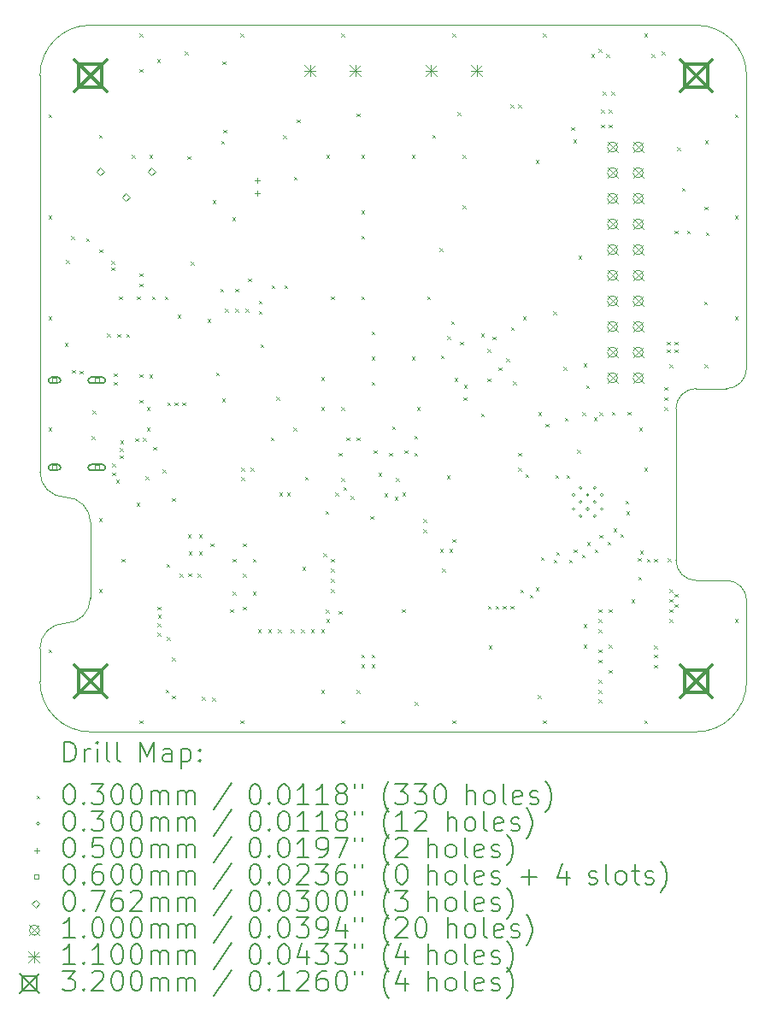
<source format=gbr>
%TF.GenerationSoftware,KiCad,Pcbnew,(7.0.0)*%
%TF.CreationDate,2023-03-19T17:01:18-07:00*%
%TF.ProjectId,ai-camera-rev2,61692d63-616d-4657-9261-2d726576322e,rev2*%
%TF.SameCoordinates,PX5a995c0PY2aea540*%
%TF.FileFunction,Drillmap*%
%TF.FilePolarity,Positive*%
%FSLAX45Y45*%
G04 Gerber Fmt 4.5, Leading zero omitted, Abs format (unit mm)*
G04 Created by KiCad (PCBNEW (7.0.0)) date 2023-03-19 17:01:18*
%MOMM*%
%LPD*%
G01*
G04 APERTURE LIST*
%ADD10C,0.100000*%
%ADD11C,0.200000*%
%ADD12C,0.030000*%
%ADD13C,0.050000*%
%ADD14C,0.060000*%
%ADD15C,0.076200*%
%ADD16C,0.110000*%
%ADD17C,0.320000*%
G04 APERTURE END LIST*
D10*
X7000000Y-500000D02*
G75*
G03*
X6500000Y0I-500000J0D01*
G01*
X0Y-4425000D02*
G75*
G03*
X250000Y-4675000I250000J0D01*
G01*
X7000000Y-5700000D02*
X7000000Y-6500000D01*
X500000Y0D02*
X6500000Y0D01*
X6300000Y-5300000D02*
G75*
G03*
X6500000Y-5500000I200000J0D01*
G01*
X250000Y-5925000D02*
G75*
G03*
X0Y-6175000I0J-250000D01*
G01*
X6800000Y-3600000D02*
X6500000Y-3600000D01*
X500000Y0D02*
G75*
G03*
X0Y-500000I0J-500000D01*
G01*
X7000000Y-5700000D02*
G75*
G03*
X6800000Y-5500000I-200000J0D01*
G01*
X0Y-4425000D02*
X0Y-500000D01*
X500000Y-4925000D02*
G75*
G03*
X250000Y-4675000I-250000J0D01*
G01*
X6500000Y-3600000D02*
G75*
G03*
X6300000Y-3800000I0J-200000D01*
G01*
X6500000Y-5500000D02*
X6800000Y-5500000D01*
X6500000Y-7000000D02*
G75*
G03*
X7000000Y-6500000I0J500000D01*
G01*
X500000Y-5675000D02*
X500000Y-4925000D01*
X0Y-6175000D02*
X0Y-6500000D01*
X7000000Y-500000D02*
X7000000Y-3400000D01*
X0Y-6500000D02*
G75*
G03*
X500000Y-7000000I500000J0D01*
G01*
X6500000Y-7000000D02*
X500000Y-7000000D01*
X250000Y-5925000D02*
G75*
G03*
X500000Y-5675000I0J250000D01*
G01*
X6800000Y-3600000D02*
G75*
G03*
X7000000Y-3400000I0J200000D01*
G01*
X6300000Y-3800000D02*
X6300000Y-5300000D01*
D11*
D12*
X85000Y-885000D02*
X115000Y-915000D01*
X115000Y-885000D02*
X85000Y-915000D01*
X85000Y-1885000D02*
X115000Y-1915000D01*
X115000Y-1885000D02*
X85000Y-1915000D01*
X85000Y-2885000D02*
X115000Y-2915000D01*
X115000Y-2885000D02*
X85000Y-2915000D01*
X85000Y-3985000D02*
X115000Y-4015000D01*
X115000Y-3985000D02*
X85000Y-4015000D01*
X85000Y-6185000D02*
X115000Y-6215000D01*
X115000Y-6185000D02*
X85000Y-6215000D01*
X247500Y-3150000D02*
X277500Y-3180000D01*
X277500Y-3150000D02*
X247500Y-3180000D01*
X258000Y-2328855D02*
X288000Y-2358855D01*
X288000Y-2328855D02*
X258000Y-2358855D01*
X309094Y-2088000D02*
X339094Y-2118000D01*
X339094Y-2088000D02*
X309094Y-2118000D01*
X319639Y-3415520D02*
X349639Y-3445520D01*
X349639Y-3415520D02*
X319639Y-3445520D01*
X392000Y-3422000D02*
X422000Y-3452000D01*
X422000Y-3422000D02*
X392000Y-3452000D01*
X457000Y-2110000D02*
X487000Y-2140000D01*
X487000Y-2110000D02*
X457000Y-2140000D01*
X514000Y-4071000D02*
X544000Y-4101000D01*
X544000Y-4071000D02*
X514000Y-4101000D01*
X520852Y-3816148D02*
X550852Y-3846148D01*
X550852Y-3816148D02*
X520852Y-3846148D01*
X585000Y-1085000D02*
X615000Y-1115000D01*
X615000Y-1085000D02*
X585000Y-1115000D01*
X585000Y-4885000D02*
X615000Y-4915000D01*
X615000Y-4885000D02*
X585000Y-4915000D01*
X585000Y-5585000D02*
X615000Y-5615000D01*
X615000Y-5585000D02*
X585000Y-5615000D01*
X587597Y-2221650D02*
X617597Y-2251650D01*
X617597Y-2221650D02*
X587597Y-2251650D01*
X666500Y-3056500D02*
X696500Y-3086500D01*
X696500Y-3056500D02*
X666500Y-3086500D01*
X707984Y-2333546D02*
X737984Y-2363546D01*
X737984Y-2333546D02*
X707984Y-2363546D01*
X708403Y-2400007D02*
X738403Y-2430007D01*
X738403Y-2400007D02*
X708403Y-2430007D01*
X715000Y-4342500D02*
X745000Y-4372500D01*
X745000Y-4342500D02*
X715000Y-4372500D01*
X715000Y-4430000D02*
X745000Y-4460000D01*
X745000Y-4430000D02*
X715000Y-4460000D01*
X732500Y-3447500D02*
X762500Y-3477500D01*
X762500Y-3447500D02*
X732500Y-3477500D01*
X732500Y-3535000D02*
X762500Y-3565000D01*
X762500Y-3535000D02*
X732500Y-3565000D01*
X755000Y-4505000D02*
X785000Y-4535000D01*
X785000Y-4505000D02*
X755000Y-4535000D01*
X764500Y-3057500D02*
X794500Y-3087500D01*
X794500Y-3057500D02*
X764500Y-3087500D01*
X785000Y-2685000D02*
X815000Y-2715000D01*
X815000Y-2685000D02*
X785000Y-2715000D01*
X790000Y-4260000D02*
X820000Y-4290000D01*
X820000Y-4260000D02*
X790000Y-4290000D01*
X792500Y-4187500D02*
X822500Y-4217500D01*
X822500Y-4187500D02*
X792500Y-4217500D01*
X795000Y-4115000D02*
X825000Y-4145000D01*
X825000Y-4115000D02*
X795000Y-4145000D01*
X810000Y-5285000D02*
X840000Y-5315000D01*
X840000Y-5285000D02*
X810000Y-5315000D01*
X853500Y-3059500D02*
X883500Y-3089500D01*
X883500Y-3059500D02*
X853500Y-3089500D01*
X910000Y-1285000D02*
X940000Y-1315000D01*
X940000Y-1285000D02*
X910000Y-1315000D01*
X945000Y-4092500D02*
X975000Y-4122500D01*
X975000Y-4092500D02*
X945000Y-4122500D01*
X955000Y-4730000D02*
X985000Y-4760000D01*
X985000Y-4730000D02*
X955000Y-4760000D01*
X960000Y-2685000D02*
X990000Y-2715000D01*
X990000Y-2685000D02*
X960000Y-2715000D01*
X985000Y-85000D02*
X1015000Y-115000D01*
X1015000Y-85000D02*
X985000Y-115000D01*
X985000Y-435000D02*
X1015000Y-465000D01*
X1015000Y-435000D02*
X985000Y-465000D01*
X985000Y-2460000D02*
X1015000Y-2490000D01*
X1015000Y-2460000D02*
X985000Y-2490000D01*
X985000Y-2560000D02*
X1015000Y-2590000D01*
X1015000Y-2560000D02*
X985000Y-2590000D01*
X985000Y-3457836D02*
X1015000Y-3487836D01*
X1015000Y-3457836D02*
X985000Y-3487836D01*
X985000Y-3710000D02*
X1015000Y-3740000D01*
X1015000Y-3710000D02*
X985000Y-3740000D01*
X985000Y-6885000D02*
X1015000Y-6915000D01*
X1015000Y-6885000D02*
X985000Y-6915000D01*
X1020000Y-4087500D02*
X1050000Y-4117500D01*
X1050000Y-4087500D02*
X1020000Y-4117500D01*
X1047169Y-4468502D02*
X1077169Y-4498502D01*
X1077169Y-4468502D02*
X1047169Y-4498502D01*
X1060000Y-3785000D02*
X1090000Y-3815000D01*
X1090000Y-3785000D02*
X1060000Y-3815000D01*
X1060000Y-3985000D02*
X1090000Y-4015000D01*
X1090000Y-3985000D02*
X1060000Y-4015000D01*
X1085000Y-1285000D02*
X1115000Y-1315000D01*
X1115000Y-1285000D02*
X1085000Y-1315000D01*
X1085000Y-3460000D02*
X1115000Y-3490000D01*
X1115000Y-3460000D02*
X1085000Y-3490000D01*
X1110000Y-2685000D02*
X1140000Y-2715000D01*
X1140000Y-2685000D02*
X1110000Y-2715000D01*
X1120000Y-4177500D02*
X1150000Y-4207500D01*
X1150000Y-4177500D02*
X1120000Y-4207500D01*
X1160000Y-335000D02*
X1190000Y-365000D01*
X1190000Y-335000D02*
X1160000Y-365000D01*
X1165000Y-5760000D02*
X1195000Y-5790000D01*
X1195000Y-5760000D02*
X1165000Y-5790000D01*
X1165000Y-5925000D02*
X1195000Y-5955000D01*
X1195000Y-5925000D02*
X1165000Y-5955000D01*
X1165000Y-6017500D02*
X1195000Y-6047500D01*
X1195000Y-6017500D02*
X1165000Y-6047500D01*
X1167500Y-5840000D02*
X1197500Y-5870000D01*
X1197500Y-5840000D02*
X1167500Y-5870000D01*
X1215666Y-4403010D02*
X1245666Y-4433010D01*
X1245666Y-4403010D02*
X1215666Y-4433010D01*
X1235000Y-2685000D02*
X1265000Y-2715000D01*
X1265000Y-2685000D02*
X1235000Y-2715000D01*
X1246000Y-6583000D02*
X1276000Y-6613000D01*
X1276000Y-6583000D02*
X1246000Y-6613000D01*
X1253000Y-5335000D02*
X1283000Y-5365000D01*
X1283000Y-5335000D02*
X1253000Y-5365000D01*
X1257500Y-6062500D02*
X1287500Y-6092500D01*
X1287500Y-6062500D02*
X1257500Y-6092500D01*
X1260000Y-3735000D02*
X1290000Y-3765000D01*
X1290000Y-3735000D02*
X1260000Y-3765000D01*
X1307500Y-6642500D02*
X1337500Y-6672500D01*
X1337500Y-6642500D02*
X1307500Y-6672500D01*
X1309950Y-4684000D02*
X1339950Y-4714000D01*
X1339950Y-4684000D02*
X1309950Y-4714000D01*
X1310000Y-6264000D02*
X1340000Y-6294000D01*
X1340000Y-6264000D02*
X1310000Y-6294000D01*
X1335000Y-3735000D02*
X1365000Y-3765000D01*
X1365000Y-3735000D02*
X1335000Y-3765000D01*
X1365000Y-2871000D02*
X1395000Y-2901000D01*
X1395000Y-2871000D02*
X1365000Y-2901000D01*
X1385000Y-5435000D02*
X1415000Y-5465000D01*
X1415000Y-5435000D02*
X1385000Y-5465000D01*
X1410000Y-3735000D02*
X1440000Y-3765000D01*
X1440000Y-3735000D02*
X1410000Y-3765000D01*
X1435000Y-260000D02*
X1465000Y-290000D01*
X1465000Y-260000D02*
X1435000Y-290000D01*
X1460000Y-1297658D02*
X1490000Y-1327658D01*
X1490000Y-1297658D02*
X1460000Y-1327658D01*
X1465000Y-5045000D02*
X1495000Y-5075000D01*
X1495000Y-5045000D02*
X1465000Y-5075000D01*
X1470000Y-5430000D02*
X1500000Y-5460000D01*
X1500000Y-5430000D02*
X1470000Y-5460000D01*
X1475000Y-5215000D02*
X1505000Y-5245000D01*
X1505000Y-5215000D02*
X1475000Y-5245000D01*
X1496000Y-2343000D02*
X1526000Y-2373000D01*
X1526000Y-2343000D02*
X1496000Y-2373000D01*
X1560000Y-5435000D02*
X1590000Y-5465000D01*
X1590000Y-5435000D02*
X1560000Y-5465000D01*
X1575000Y-5045000D02*
X1605000Y-5075000D01*
X1605000Y-5045000D02*
X1575000Y-5075000D01*
X1575000Y-5215000D02*
X1605000Y-5245000D01*
X1605000Y-5215000D02*
X1575000Y-5245000D01*
X1605000Y-6655000D02*
X1635000Y-6685000D01*
X1635000Y-6655000D02*
X1605000Y-6685000D01*
X1660000Y-2910000D02*
X1690000Y-2940000D01*
X1690000Y-2910000D02*
X1660000Y-2940000D01*
X1687500Y-5135000D02*
X1717500Y-5165000D01*
X1717500Y-5135000D02*
X1687500Y-5165000D01*
X1705000Y-6660000D02*
X1735000Y-6690000D01*
X1735000Y-6660000D02*
X1705000Y-6690000D01*
X1710000Y-1735000D02*
X1740000Y-1765000D01*
X1740000Y-1735000D02*
X1710000Y-1765000D01*
X1743000Y-3442000D02*
X1773000Y-3472000D01*
X1773000Y-3442000D02*
X1743000Y-3472000D01*
X1785000Y-2610000D02*
X1815000Y-2640000D01*
X1815000Y-2610000D02*
X1785000Y-2640000D01*
X1795000Y-1147500D02*
X1825000Y-1177500D01*
X1825000Y-1147500D02*
X1795000Y-1177500D01*
X1802380Y-3700505D02*
X1832380Y-3730505D01*
X1832380Y-3700505D02*
X1802380Y-3730505D01*
X1810000Y-360000D02*
X1840000Y-390000D01*
X1840000Y-360000D02*
X1810000Y-390000D01*
X1815000Y-1035000D02*
X1845000Y-1065000D01*
X1845000Y-1035000D02*
X1815000Y-1065000D01*
X1835000Y-2810000D02*
X1865000Y-2840000D01*
X1865000Y-2810000D02*
X1835000Y-2840000D01*
X1885000Y-5785000D02*
X1915000Y-5815000D01*
X1915000Y-5785000D02*
X1885000Y-5815000D01*
X1905000Y-1905000D02*
X1935000Y-1935000D01*
X1935000Y-1905000D02*
X1905000Y-1935000D01*
X1910000Y-5285000D02*
X1940000Y-5315000D01*
X1940000Y-5285000D02*
X1910000Y-5315000D01*
X1910000Y-5610000D02*
X1940000Y-5640000D01*
X1940000Y-5610000D02*
X1910000Y-5640000D01*
X1935000Y-2610000D02*
X1965000Y-2640000D01*
X1965000Y-2610000D02*
X1935000Y-2640000D01*
X1935000Y-2810000D02*
X1965000Y-2840000D01*
X1965000Y-2810000D02*
X1935000Y-2840000D01*
X1985000Y-85000D02*
X2015000Y-115000D01*
X2015000Y-85000D02*
X1985000Y-115000D01*
X1985000Y-6885000D02*
X2015000Y-6915000D01*
X2015000Y-6885000D02*
X1985000Y-6915000D01*
X1993803Y-4476197D02*
X2023803Y-4506197D01*
X2023803Y-4476197D02*
X1993803Y-4506197D01*
X1995260Y-4385000D02*
X2025260Y-4415000D01*
X2025260Y-4385000D02*
X1995260Y-4415000D01*
X2010000Y-5135000D02*
X2040000Y-5165000D01*
X2040000Y-5135000D02*
X2010000Y-5165000D01*
X2010000Y-5435000D02*
X2040000Y-5465000D01*
X2040000Y-5435000D02*
X2010000Y-5465000D01*
X2010000Y-5761760D02*
X2040000Y-5791760D01*
X2040000Y-5761760D02*
X2010000Y-5791760D01*
X2035000Y-2810000D02*
X2065000Y-2840000D01*
X2065000Y-2810000D02*
X2035000Y-2840000D01*
X2060000Y-2510000D02*
X2090000Y-2540000D01*
X2090000Y-2510000D02*
X2060000Y-2540000D01*
X2085000Y-4385000D02*
X2115000Y-4415000D01*
X2115000Y-4385000D02*
X2085000Y-4415000D01*
X2110000Y-5285000D02*
X2140000Y-5315000D01*
X2140000Y-5285000D02*
X2110000Y-5315000D01*
X2110000Y-5610000D02*
X2140000Y-5640000D01*
X2140000Y-5610000D02*
X2110000Y-5640000D01*
X2160000Y-5985000D02*
X2190000Y-6015000D01*
X2190000Y-5985000D02*
X2160000Y-6015000D01*
X2169400Y-2728200D02*
X2199400Y-2758200D01*
X2199400Y-2728200D02*
X2169400Y-2758200D01*
X2169400Y-2829800D02*
X2199400Y-2859800D01*
X2199400Y-2829800D02*
X2169400Y-2859800D01*
X2185000Y-3160000D02*
X2215000Y-3190000D01*
X2215000Y-3160000D02*
X2185000Y-3190000D01*
X2260000Y-5985000D02*
X2290000Y-6015000D01*
X2290000Y-5985000D02*
X2260000Y-6015000D01*
X2285000Y-4085000D02*
X2315000Y-4115000D01*
X2315000Y-4085000D02*
X2285000Y-4115000D01*
X2296400Y-2575800D02*
X2326400Y-2605800D01*
X2326400Y-2575800D02*
X2296400Y-2605800D01*
X2338919Y-3683792D02*
X2368919Y-3713792D01*
X2368919Y-3683792D02*
X2338919Y-3713792D01*
X2360000Y-5985000D02*
X2390000Y-6015000D01*
X2390000Y-5985000D02*
X2360000Y-6015000D01*
X2372600Y-4629000D02*
X2402600Y-4659000D01*
X2402600Y-4629000D02*
X2372600Y-4659000D01*
X2411000Y-1090000D02*
X2441000Y-1120000D01*
X2441000Y-1090000D02*
X2411000Y-1120000D01*
X2423400Y-2575800D02*
X2453400Y-2605800D01*
X2453400Y-2575800D02*
X2423400Y-2605800D01*
X2448800Y-4629000D02*
X2478800Y-4659000D01*
X2478800Y-4629000D02*
X2448800Y-4659000D01*
X2485000Y-5985000D02*
X2515000Y-6015000D01*
X2515000Y-5985000D02*
X2485000Y-6015000D01*
X2510000Y-3985000D02*
X2540000Y-4015000D01*
X2540000Y-3985000D02*
X2510000Y-4015000D01*
X2515000Y-1501000D02*
X2545000Y-1531000D01*
X2545000Y-1501000D02*
X2515000Y-1531000D01*
X2545000Y-935000D02*
X2575000Y-965000D01*
X2575000Y-935000D02*
X2545000Y-965000D01*
X2585000Y-5985000D02*
X2615000Y-6015000D01*
X2615000Y-5985000D02*
X2585000Y-6015000D01*
X2601200Y-5365600D02*
X2631200Y-5395600D01*
X2631200Y-5365600D02*
X2601200Y-5395600D01*
X2624000Y-4474000D02*
X2654000Y-4504000D01*
X2654000Y-4474000D02*
X2624000Y-4504000D01*
X2685000Y-5985000D02*
X2715000Y-6015000D01*
X2715000Y-5985000D02*
X2685000Y-6015000D01*
X2785000Y-3485000D02*
X2815000Y-3515000D01*
X2815000Y-3485000D02*
X2785000Y-3515000D01*
X2785000Y-3785000D02*
X2815000Y-3815000D01*
X2815000Y-3785000D02*
X2785000Y-3815000D01*
X2785000Y-5985000D02*
X2815000Y-6015000D01*
X2815000Y-5985000D02*
X2785000Y-6015000D01*
X2785000Y-6585000D02*
X2815000Y-6615000D01*
X2815000Y-6585000D02*
X2785000Y-6615000D01*
X2805000Y-5230000D02*
X2835000Y-5260000D01*
X2835000Y-5230000D02*
X2805000Y-5260000D01*
X2829800Y-4811000D02*
X2859800Y-4841000D01*
X2859800Y-4811000D02*
X2829800Y-4841000D01*
X2831920Y-5790000D02*
X2861920Y-5820000D01*
X2861920Y-5790000D02*
X2831920Y-5820000D01*
X2835000Y-1285000D02*
X2865000Y-1315000D01*
X2865000Y-1285000D02*
X2835000Y-1315000D01*
X2835000Y-5885000D02*
X2865000Y-5915000D01*
X2865000Y-5885000D02*
X2835000Y-5915000D01*
X2885000Y-2685000D02*
X2915000Y-2715000D01*
X2915000Y-2685000D02*
X2885000Y-2715000D01*
X2885000Y-5285000D02*
X2915000Y-5315000D01*
X2915000Y-5285000D02*
X2885000Y-5315000D01*
X2885000Y-5385000D02*
X2915000Y-5415000D01*
X2915000Y-5385000D02*
X2885000Y-5415000D01*
X2885000Y-5485000D02*
X2915000Y-5515000D01*
X2915000Y-5485000D02*
X2885000Y-5515000D01*
X2885000Y-5585000D02*
X2915000Y-5615000D01*
X2915000Y-5585000D02*
X2885000Y-5615000D01*
X2926320Y-4629000D02*
X2956320Y-4659000D01*
X2956320Y-4629000D02*
X2926320Y-4659000D01*
X2960000Y-4235000D02*
X2990000Y-4265000D01*
X2990000Y-4235000D02*
X2960000Y-4265000D01*
X2960000Y-5804000D02*
X2990000Y-5834000D01*
X2990000Y-5804000D02*
X2960000Y-5834000D01*
X2985000Y-85000D02*
X3015000Y-115000D01*
X3015000Y-85000D02*
X2985000Y-115000D01*
X2985000Y-3785000D02*
X3015000Y-3815000D01*
X3015000Y-3785000D02*
X2985000Y-3815000D01*
X2985000Y-6885000D02*
X3015000Y-6915000D01*
X3015000Y-6885000D02*
X2985000Y-6915000D01*
X2986000Y-4485000D02*
X3016000Y-4515000D01*
X3016000Y-4485000D02*
X2986000Y-4515000D01*
X3006000Y-4574000D02*
X3036000Y-4604000D01*
X3036000Y-4574000D02*
X3006000Y-4604000D01*
X3035000Y-4085000D02*
X3065000Y-4115000D01*
X3065000Y-4085000D02*
X3035000Y-4115000D01*
X3078000Y-4664000D02*
X3108000Y-4694000D01*
X3108000Y-4664000D02*
X3078000Y-4694000D01*
X3135000Y-875000D02*
X3165000Y-905000D01*
X3165000Y-875000D02*
X3135000Y-905000D01*
X3135000Y-4085000D02*
X3165000Y-4115000D01*
X3165000Y-4085000D02*
X3135000Y-4115000D01*
X3135000Y-6585000D02*
X3165000Y-6615000D01*
X3165000Y-6585000D02*
X3135000Y-6615000D01*
X3185000Y-1285000D02*
X3215000Y-1315000D01*
X3215000Y-1285000D02*
X3185000Y-1315000D01*
X3185000Y-1835000D02*
X3215000Y-1865000D01*
X3215000Y-1835000D02*
X3185000Y-1865000D01*
X3185000Y-2085000D02*
X3215000Y-2115000D01*
X3215000Y-2085000D02*
X3185000Y-2115000D01*
X3185000Y-2685000D02*
X3215000Y-2715000D01*
X3215000Y-2685000D02*
X3185000Y-2715000D01*
X3185000Y-6235000D02*
X3215000Y-6265000D01*
X3215000Y-6235000D02*
X3185000Y-6265000D01*
X3185400Y-6330800D02*
X3215400Y-6360800D01*
X3215400Y-6330800D02*
X3185400Y-6360800D01*
X3274692Y-4862908D02*
X3304692Y-4892908D01*
X3304692Y-4862908D02*
X3274692Y-4892908D01*
X3285000Y-3035000D02*
X3315000Y-3065000D01*
X3315000Y-3035000D02*
X3285000Y-3065000D01*
X3285000Y-3285000D02*
X3315000Y-3315000D01*
X3315000Y-3285000D02*
X3285000Y-3315000D01*
X3285000Y-3535000D02*
X3315000Y-3565000D01*
X3315000Y-3535000D02*
X3285000Y-3565000D01*
X3285000Y-6235000D02*
X3315000Y-6265000D01*
X3315000Y-6235000D02*
X3285000Y-6265000D01*
X3287000Y-6330800D02*
X3317000Y-6360800D01*
X3317000Y-6330800D02*
X3287000Y-6360800D01*
X3307320Y-4210000D02*
X3337320Y-4240000D01*
X3337320Y-4210000D02*
X3307320Y-4240000D01*
X3353000Y-4435000D02*
X3383000Y-4465000D01*
X3383000Y-4435000D02*
X3353000Y-4465000D01*
X3413000Y-4638000D02*
X3443000Y-4668000D01*
X3443000Y-4638000D02*
X3413000Y-4668000D01*
X3460000Y-4235000D02*
X3490000Y-4265000D01*
X3490000Y-4235000D02*
X3460000Y-4265000D01*
X3487000Y-3972000D02*
X3517000Y-4002000D01*
X3517000Y-3972000D02*
X3487000Y-4002000D01*
X3515600Y-4673200D02*
X3545600Y-4703200D01*
X3545600Y-4673200D02*
X3515600Y-4703200D01*
X3525000Y-4485000D02*
X3555000Y-4515000D01*
X3555000Y-4485000D02*
X3525000Y-4515000D01*
X3585000Y-5785000D02*
X3615000Y-5815000D01*
X3615000Y-5785000D02*
X3585000Y-5815000D01*
X3591800Y-4629000D02*
X3621800Y-4659000D01*
X3621800Y-4629000D02*
X3591800Y-4659000D01*
X3610000Y-4210000D02*
X3640000Y-4240000D01*
X3640000Y-4210000D02*
X3610000Y-4240000D01*
X3685000Y-1285000D02*
X3715000Y-1315000D01*
X3715000Y-1285000D02*
X3685000Y-1315000D01*
X3685000Y-3285000D02*
X3715000Y-3315000D01*
X3715000Y-3285000D02*
X3685000Y-3315000D01*
X3710000Y-4067500D02*
X3740000Y-4097500D01*
X3740000Y-4067500D02*
X3710000Y-4097500D01*
X3710000Y-4235000D02*
X3740000Y-4265000D01*
X3740000Y-4235000D02*
X3710000Y-4265000D01*
X3714000Y-6705000D02*
X3744000Y-6735000D01*
X3744000Y-6705000D02*
X3714000Y-6735000D01*
X3735000Y-3785000D02*
X3765000Y-3815000D01*
X3765000Y-3785000D02*
X3735000Y-3815000D01*
X3796000Y-4892000D02*
X3826000Y-4922000D01*
X3826000Y-4892000D02*
X3796000Y-4922000D01*
X3798000Y-4996000D02*
X3828000Y-5026000D01*
X3828000Y-4996000D02*
X3798000Y-5026000D01*
X3835000Y-2685000D02*
X3865000Y-2715000D01*
X3865000Y-2685000D02*
X3835000Y-2715000D01*
X3885000Y-1085000D02*
X3915000Y-1115000D01*
X3915000Y-1085000D02*
X3885000Y-1115000D01*
X3960000Y-2210000D02*
X3990000Y-2240000D01*
X3990000Y-2210000D02*
X3960000Y-2240000D01*
X3962640Y-5186920D02*
X3992640Y-5216920D01*
X3992640Y-5186920D02*
X3962640Y-5216920D01*
X3970000Y-3272000D02*
X4000000Y-3302000D01*
X4000000Y-3272000D02*
X3970000Y-3302000D01*
X3985000Y-5385000D02*
X4015000Y-5415000D01*
X4015000Y-5385000D02*
X3985000Y-5415000D01*
X4029383Y-4460086D02*
X4059383Y-4490086D01*
X4059383Y-4460086D02*
X4029383Y-4490086D01*
X4033000Y-3082000D02*
X4063000Y-3112000D01*
X4063000Y-3082000D02*
X4033000Y-3112000D01*
X4055000Y-5190000D02*
X4085000Y-5220000D01*
X4085000Y-5190000D02*
X4055000Y-5220000D01*
X4073000Y-2931000D02*
X4103000Y-2961000D01*
X4103000Y-2931000D02*
X4073000Y-2961000D01*
X4084359Y-5090601D02*
X4114359Y-5120601D01*
X4114359Y-5090601D02*
X4084359Y-5120601D01*
X4085000Y-85000D02*
X4115000Y-115000D01*
X4115000Y-85000D02*
X4085000Y-115000D01*
X4085000Y-6885000D02*
X4115000Y-6915000D01*
X4115000Y-6885000D02*
X4085000Y-6915000D01*
X4105000Y-3496000D02*
X4135000Y-3526000D01*
X4135000Y-3496000D02*
X4105000Y-3526000D01*
X4135000Y-860000D02*
X4165000Y-890000D01*
X4165000Y-860000D02*
X4135000Y-890000D01*
X4163000Y-3136000D02*
X4193000Y-3166000D01*
X4193000Y-3136000D02*
X4163000Y-3166000D01*
X4185000Y-1285000D02*
X4215000Y-1315000D01*
X4215000Y-1285000D02*
X4185000Y-1315000D01*
X4185000Y-1785000D02*
X4215000Y-1815000D01*
X4215000Y-1785000D02*
X4185000Y-1815000D01*
X4194000Y-3686000D02*
X4224000Y-3716000D01*
X4224000Y-3686000D02*
X4194000Y-3716000D01*
X4201000Y-3563000D02*
X4231000Y-3593000D01*
X4231000Y-3563000D02*
X4201000Y-3593000D01*
X4370000Y-3054000D02*
X4400000Y-3084000D01*
X4400000Y-3054000D02*
X4370000Y-3084000D01*
X4370000Y-3848000D02*
X4400000Y-3878000D01*
X4400000Y-3848000D02*
X4370000Y-3878000D01*
X4433000Y-3207000D02*
X4463000Y-3237000D01*
X4463000Y-3207000D02*
X4433000Y-3237000D01*
X4434000Y-3501000D02*
X4464000Y-3531000D01*
X4464000Y-3501000D02*
X4434000Y-3531000D01*
X4437500Y-5750000D02*
X4467500Y-5780000D01*
X4467500Y-5750000D02*
X4437500Y-5780000D01*
X4446000Y-6147000D02*
X4476000Y-6177000D01*
X4476000Y-6147000D02*
X4446000Y-6177000D01*
X4485000Y-3085000D02*
X4515000Y-3115000D01*
X4515000Y-3085000D02*
X4485000Y-3115000D01*
X4511150Y-5750000D02*
X4541150Y-5780000D01*
X4541150Y-5750000D02*
X4511150Y-5780000D01*
X4544000Y-3388600D02*
X4574000Y-3418600D01*
X4574000Y-3388600D02*
X4544000Y-3418600D01*
X4583850Y-5750000D02*
X4613850Y-5780000D01*
X4613850Y-5750000D02*
X4583850Y-5780000D01*
X4617000Y-3300000D02*
X4647000Y-3330000D01*
X4647000Y-3300000D02*
X4617000Y-3330000D01*
X4660000Y-785000D02*
X4690000Y-815000D01*
X4690000Y-785000D02*
X4660000Y-815000D01*
X4660000Y-5750000D02*
X4690000Y-5780000D01*
X4690000Y-5750000D02*
X4660000Y-5780000D01*
X4667000Y-2993000D02*
X4697000Y-3023000D01*
X4697000Y-2993000D02*
X4667000Y-3023000D01*
X4684915Y-3527211D02*
X4714915Y-3557211D01*
X4714915Y-3527211D02*
X4684915Y-3557211D01*
X4735000Y-785000D02*
X4765000Y-815000D01*
X4765000Y-785000D02*
X4735000Y-815000D01*
X4735000Y-4235000D02*
X4765000Y-4265000D01*
X4765000Y-4235000D02*
X4735000Y-4265000D01*
X4735000Y-4385000D02*
X4765000Y-4415000D01*
X4765000Y-4385000D02*
X4735000Y-4415000D01*
X4757000Y-5590000D02*
X4787000Y-5620000D01*
X4787000Y-5590000D02*
X4757000Y-5620000D01*
X4785000Y-2885000D02*
X4815000Y-2915000D01*
X4815000Y-2885000D02*
X4785000Y-2915000D01*
X4810000Y-4447912D02*
X4840000Y-4477912D01*
X4840000Y-4447912D02*
X4810000Y-4477912D01*
X4850000Y-5640000D02*
X4880000Y-5670000D01*
X4880000Y-5640000D02*
X4850000Y-5670000D01*
X4910000Y-1335000D02*
X4940000Y-1365000D01*
X4940000Y-1335000D02*
X4910000Y-1365000D01*
X4912600Y-5567920D02*
X4942600Y-5597920D01*
X4942600Y-5567920D02*
X4912600Y-5597920D01*
X4932000Y-6638000D02*
X4962000Y-6668000D01*
X4962000Y-6638000D02*
X4932000Y-6668000D01*
X4935000Y-3835000D02*
X4965000Y-3865000D01*
X4965000Y-3835000D02*
X4935000Y-3865000D01*
X4963400Y-5268200D02*
X4993400Y-5298200D01*
X4993400Y-5268200D02*
X4963400Y-5298200D01*
X4985000Y-85000D02*
X5015000Y-115000D01*
X5015000Y-85000D02*
X4985000Y-115000D01*
X4985000Y-6885000D02*
X5015000Y-6915000D01*
X5015000Y-6885000D02*
X4985000Y-6915000D01*
X5009999Y-3949778D02*
X5039999Y-3979778D01*
X5039999Y-3949778D02*
X5009999Y-3979778D01*
X5085000Y-2835000D02*
X5115000Y-2865000D01*
X5115000Y-2835000D02*
X5085000Y-2865000D01*
X5090400Y-5293600D02*
X5120400Y-5323600D01*
X5120400Y-5293600D02*
X5090400Y-5323600D01*
X5105640Y-4455400D02*
X5135640Y-4485400D01*
X5135640Y-4455400D02*
X5105640Y-4485400D01*
X5115800Y-5217400D02*
X5145800Y-5247400D01*
X5145800Y-5217400D02*
X5115800Y-5247400D01*
X5185000Y-3385000D02*
X5215000Y-3415000D01*
X5215000Y-3385000D02*
X5185000Y-3415000D01*
X5199000Y-3890000D02*
X5229000Y-3920000D01*
X5229000Y-3890000D02*
X5199000Y-3920000D01*
X5217400Y-4455400D02*
X5247400Y-4485400D01*
X5247400Y-4455400D02*
X5217400Y-4485400D01*
X5242800Y-5293600D02*
X5272800Y-5323600D01*
X5272800Y-5293600D02*
X5242800Y-5323600D01*
X5260000Y-1010000D02*
X5290000Y-1040000D01*
X5290000Y-1010000D02*
X5260000Y-1040000D01*
X5285000Y-1135000D02*
X5315000Y-1165000D01*
X5315000Y-1135000D02*
X5285000Y-1165000D01*
X5288520Y-5192000D02*
X5318520Y-5222000D01*
X5318520Y-5192000D02*
X5288520Y-5222000D01*
X5320000Y-4205000D02*
X5350000Y-4235000D01*
X5350000Y-4205000D02*
X5320000Y-4235000D01*
X5335000Y-2285000D02*
X5365000Y-2315000D01*
X5365000Y-2285000D02*
X5335000Y-2315000D01*
X5369800Y-5242800D02*
X5399800Y-5272800D01*
X5399800Y-5242800D02*
X5369800Y-5272800D01*
X5371000Y-3835000D02*
X5401000Y-3865000D01*
X5401000Y-3835000D02*
X5371000Y-3865000D01*
X5384000Y-3350000D02*
X5414000Y-3380000D01*
X5414000Y-3350000D02*
X5384000Y-3380000D01*
X5385000Y-5935000D02*
X5415000Y-5965000D01*
X5415000Y-5935000D02*
X5385000Y-5965000D01*
X5385000Y-6135000D02*
X5415000Y-6165000D01*
X5415000Y-6135000D02*
X5385000Y-6165000D01*
X5410000Y-3569000D02*
X5440000Y-3599000D01*
X5440000Y-3569000D02*
X5410000Y-3599000D01*
X5420600Y-5120880D02*
X5450600Y-5150880D01*
X5450600Y-5120880D02*
X5420600Y-5150880D01*
X5460000Y-285000D02*
X5490000Y-315000D01*
X5490000Y-285000D02*
X5460000Y-315000D01*
X5485000Y-3885000D02*
X5515000Y-3915000D01*
X5515000Y-3885000D02*
X5485000Y-3915000D01*
X5496800Y-5192000D02*
X5526800Y-5222000D01*
X5526800Y-5192000D02*
X5496800Y-5222000D01*
X5535000Y-235000D02*
X5565000Y-265000D01*
X5565000Y-235000D02*
X5535000Y-265000D01*
X5535000Y-5785000D02*
X5565000Y-5815000D01*
X5565000Y-5785000D02*
X5535000Y-5815000D01*
X5535000Y-5885000D02*
X5565000Y-5915000D01*
X5565000Y-5885000D02*
X5535000Y-5915000D01*
X5535000Y-5985000D02*
X5565000Y-6015000D01*
X5565000Y-5985000D02*
X5535000Y-6015000D01*
X5535000Y-6185000D02*
X5565000Y-6215000D01*
X5565000Y-6185000D02*
X5535000Y-6215000D01*
X5535000Y-6285000D02*
X5565000Y-6315000D01*
X5565000Y-6285000D02*
X5535000Y-6315000D01*
X5535000Y-6485000D02*
X5565000Y-6515000D01*
X5565000Y-6485000D02*
X5535000Y-6515000D01*
X5535000Y-6585000D02*
X5565000Y-6615000D01*
X5565000Y-6585000D02*
X5535000Y-6615000D01*
X5535000Y-6677550D02*
X5565000Y-6707550D01*
X5565000Y-6677550D02*
X5535000Y-6707550D01*
X5542000Y-3834000D02*
X5572000Y-3864000D01*
X5572000Y-3834000D02*
X5542000Y-3864000D01*
X5542520Y-5049760D02*
X5572520Y-5079760D01*
X5572520Y-5049760D02*
X5542520Y-5079760D01*
X5560000Y-835000D02*
X5590000Y-865000D01*
X5590000Y-835000D02*
X5560000Y-865000D01*
X5560000Y-985000D02*
X5590000Y-1015000D01*
X5590000Y-985000D02*
X5560000Y-1015000D01*
X5575650Y-660000D02*
X5605650Y-690000D01*
X5605650Y-660000D02*
X5575650Y-690000D01*
X5610000Y-285000D02*
X5640000Y-315000D01*
X5640000Y-285000D02*
X5610000Y-315000D01*
X5623800Y-5115800D02*
X5653800Y-5145800D01*
X5653800Y-5115800D02*
X5623800Y-5145800D01*
X5635000Y-835000D02*
X5665000Y-865000D01*
X5665000Y-835000D02*
X5635000Y-865000D01*
X5635000Y-985000D02*
X5665000Y-1015000D01*
X5665000Y-985000D02*
X5635000Y-1015000D01*
X5635000Y-5785000D02*
X5665000Y-5815000D01*
X5665000Y-5785000D02*
X5635000Y-5815000D01*
X5635000Y-6135000D02*
X5665000Y-6165000D01*
X5665000Y-6135000D02*
X5635000Y-6165000D01*
X5635000Y-6385000D02*
X5665000Y-6415000D01*
X5665000Y-6385000D02*
X5635000Y-6415000D01*
X5660000Y-660000D02*
X5690000Y-690000D01*
X5690000Y-660000D02*
X5660000Y-690000D01*
X5664440Y-3830560D02*
X5694440Y-3860560D01*
X5694440Y-3830560D02*
X5664440Y-3860560D01*
X5679680Y-4983720D02*
X5709680Y-5013720D01*
X5709680Y-4983720D02*
X5679680Y-5013720D01*
X5750800Y-5039600D02*
X5780800Y-5069600D01*
X5780800Y-5039600D02*
X5750800Y-5069600D01*
X5801600Y-4709400D02*
X5831600Y-4739400D01*
X5831600Y-4709400D02*
X5801600Y-4739400D01*
X5806680Y-4816080D02*
X5836680Y-4846080D01*
X5836680Y-4816080D02*
X5806680Y-4846080D01*
X5821920Y-3830560D02*
X5851920Y-3860560D01*
X5851920Y-3830560D02*
X5821920Y-3860560D01*
X5859000Y-5686000D02*
X5889000Y-5716000D01*
X5889000Y-5686000D02*
X5859000Y-5716000D01*
X5923520Y-5278360D02*
X5953520Y-5308360D01*
X5953520Y-5278360D02*
X5923520Y-5308360D01*
X5926000Y-5462000D02*
X5956000Y-5492000D01*
X5956000Y-5462000D02*
X5926000Y-5492000D01*
X5935000Y-3985000D02*
X5965000Y-4015000D01*
X5965000Y-3985000D02*
X5935000Y-4015000D01*
X5943448Y-5206848D02*
X5973448Y-5236848D01*
X5973448Y-5206848D02*
X5943448Y-5236848D01*
X5985000Y-85000D02*
X6015000Y-115000D01*
X6015000Y-85000D02*
X5985000Y-115000D01*
X5985000Y-4385000D02*
X6015000Y-4415000D01*
X6015000Y-4385000D02*
X5985000Y-4415000D01*
X5985000Y-6885000D02*
X6015000Y-6915000D01*
X6015000Y-6885000D02*
X5985000Y-6915000D01*
X6010000Y-5285000D02*
X6040000Y-5315000D01*
X6040000Y-5285000D02*
X6010000Y-5315000D01*
X6060000Y-285000D02*
X6090000Y-315000D01*
X6090000Y-285000D02*
X6060000Y-315000D01*
X6085000Y-5285000D02*
X6115000Y-5315000D01*
X6115000Y-5285000D02*
X6085000Y-5315000D01*
X6085000Y-6147500D02*
X6115000Y-6177500D01*
X6115000Y-6147500D02*
X6085000Y-6177500D01*
X6085000Y-6235000D02*
X6115000Y-6265000D01*
X6115000Y-6235000D02*
X6085000Y-6265000D01*
X6085000Y-6335000D02*
X6115000Y-6365000D01*
X6115000Y-6335000D02*
X6085000Y-6365000D01*
X6160000Y-260000D02*
X6190000Y-290000D01*
X6190000Y-260000D02*
X6160000Y-290000D01*
X6185000Y-3585000D02*
X6215000Y-3615000D01*
X6215000Y-3585000D02*
X6185000Y-3615000D01*
X6185000Y-3685000D02*
X6215000Y-3715000D01*
X6215000Y-3685000D02*
X6185000Y-3715000D01*
X6185000Y-3785000D02*
X6215000Y-3815000D01*
X6215000Y-3785000D02*
X6185000Y-3815000D01*
X6210000Y-3135000D02*
X6240000Y-3165000D01*
X6240000Y-3135000D02*
X6210000Y-3165000D01*
X6210000Y-3210000D02*
X6240000Y-3240000D01*
X6240000Y-3210000D02*
X6210000Y-3240000D01*
X6220300Y-5283323D02*
X6250300Y-5313323D01*
X6250300Y-5283323D02*
X6220300Y-5313323D01*
X6235000Y-3360000D02*
X6265000Y-3390000D01*
X6265000Y-3360000D02*
X6235000Y-3390000D01*
X6235000Y-5585000D02*
X6265000Y-5615000D01*
X6265000Y-5585000D02*
X6235000Y-5615000D01*
X6235000Y-5685000D02*
X6265000Y-5715000D01*
X6265000Y-5685000D02*
X6235000Y-5715000D01*
X6235000Y-5785000D02*
X6265000Y-5815000D01*
X6265000Y-5785000D02*
X6235000Y-5815000D01*
X6235000Y-5885000D02*
X6265000Y-5915000D01*
X6265000Y-5885000D02*
X6235000Y-5915000D01*
X6285000Y-2035000D02*
X6315000Y-2065000D01*
X6315000Y-2035000D02*
X6285000Y-2065000D01*
X6285000Y-3135000D02*
X6315000Y-3165000D01*
X6315000Y-3135000D02*
X6285000Y-3165000D01*
X6285000Y-3210000D02*
X6315000Y-3240000D01*
X6315000Y-3210000D02*
X6285000Y-3240000D01*
X6285000Y-5635000D02*
X6315000Y-5665000D01*
X6315000Y-5635000D02*
X6285000Y-5665000D01*
X6285000Y-5735000D02*
X6315000Y-5765000D01*
X6315000Y-5735000D02*
X6285000Y-5765000D01*
X6310000Y-1210000D02*
X6340000Y-1240000D01*
X6340000Y-1210000D02*
X6310000Y-1240000D01*
X6360000Y-1610000D02*
X6390000Y-1640000D01*
X6390000Y-1610000D02*
X6360000Y-1640000D01*
X6410000Y-2035000D02*
X6440000Y-2065000D01*
X6440000Y-2035000D02*
X6410000Y-2065000D01*
X6580000Y-2737500D02*
X6610000Y-2767500D01*
X6610000Y-2737500D02*
X6580000Y-2767500D01*
X6582500Y-1797500D02*
X6612500Y-1827500D01*
X6612500Y-1797500D02*
X6582500Y-1827500D01*
X6585000Y-3360000D02*
X6615000Y-3390000D01*
X6615000Y-3360000D02*
X6585000Y-3390000D01*
X6587500Y-1140000D02*
X6617500Y-1170000D01*
X6617500Y-1140000D02*
X6587500Y-1170000D01*
X6597500Y-2050000D02*
X6627500Y-2080000D01*
X6627500Y-2050000D02*
X6597500Y-2080000D01*
X6885000Y-885000D02*
X6915000Y-915000D01*
X6915000Y-885000D02*
X6885000Y-915000D01*
X6885000Y-1885000D02*
X6915000Y-1915000D01*
X6915000Y-1885000D02*
X6885000Y-1915000D01*
X6885000Y-2885000D02*
X6915000Y-2915000D01*
X6915000Y-2885000D02*
X6885000Y-2915000D01*
X6885000Y-5885000D02*
X6915000Y-5915000D01*
X6915000Y-5885000D02*
X6885000Y-5915000D01*
X5301000Y-4653000D02*
G75*
G03*
X5301000Y-4653000I-15000J0D01*
G01*
X5301000Y-4793000D02*
G75*
G03*
X5301000Y-4793000I-15000J0D01*
G01*
X5371000Y-4583000D02*
G75*
G03*
X5371000Y-4583000I-15000J0D01*
G01*
X5371000Y-4723000D02*
G75*
G03*
X5371000Y-4723000I-15000J0D01*
G01*
X5371000Y-4863000D02*
G75*
G03*
X5371000Y-4863000I-15000J0D01*
G01*
X5441000Y-4653000D02*
G75*
G03*
X5441000Y-4653000I-15000J0D01*
G01*
X5441000Y-4793000D02*
G75*
G03*
X5441000Y-4793000I-15000J0D01*
G01*
X5511000Y-4583000D02*
G75*
G03*
X5511000Y-4583000I-15000J0D01*
G01*
X5511000Y-4723000D02*
G75*
G03*
X5511000Y-4723000I-15000J0D01*
G01*
X5511000Y-4863000D02*
G75*
G03*
X5511000Y-4863000I-15000J0D01*
G01*
X5581000Y-4653000D02*
G75*
G03*
X5581000Y-4653000I-15000J0D01*
G01*
X5581000Y-4793000D02*
G75*
G03*
X5581000Y-4793000I-15000J0D01*
G01*
D13*
X2150000Y-1512500D02*
X2150000Y-1562500D01*
X2125000Y-1537500D02*
X2175000Y-1537500D01*
X2150000Y-1637500D02*
X2150000Y-1687500D01*
X2125000Y-1662500D02*
X2175000Y-1662500D01*
D14*
X166213Y-3539213D02*
X166213Y-3496787D01*
X123787Y-3496787D01*
X123787Y-3539213D01*
X166213Y-3539213D01*
D11*
X175000Y-3488000D02*
X115000Y-3488000D01*
X115000Y-3488000D02*
G75*
G03*
X115000Y-3548000I0J-30000D01*
G01*
X115000Y-3548000D02*
X175000Y-3548000D01*
X175000Y-3548000D02*
G75*
G03*
X175000Y-3488000I0J30000D01*
G01*
D14*
X166213Y-4403213D02*
X166213Y-4360787D01*
X123787Y-4360787D01*
X123787Y-4403213D01*
X166213Y-4403213D01*
D11*
X175000Y-4352000D02*
X115000Y-4352000D01*
X115000Y-4352000D02*
G75*
G03*
X115000Y-4412000I0J-30000D01*
G01*
X115000Y-4412000D02*
X175000Y-4412000D01*
X175000Y-4412000D02*
G75*
G03*
X175000Y-4352000I0J30000D01*
G01*
D14*
X584213Y-3539213D02*
X584213Y-3496787D01*
X541787Y-3496787D01*
X541787Y-3539213D01*
X584213Y-3539213D01*
D11*
X618000Y-3488000D02*
X508000Y-3488000D01*
X508000Y-3488000D02*
G75*
G03*
X508000Y-3548000I0J-30000D01*
G01*
X508000Y-3548000D02*
X618000Y-3548000D01*
X618000Y-3548000D02*
G75*
G03*
X618000Y-3488000I0J30000D01*
G01*
D14*
X584213Y-4403213D02*
X584213Y-4360787D01*
X541787Y-4360787D01*
X541787Y-4403213D01*
X584213Y-4403213D01*
D11*
X618000Y-4352000D02*
X508000Y-4352000D01*
X508000Y-4352000D02*
G75*
G03*
X508000Y-4412000I0J-30000D01*
G01*
X508000Y-4412000D02*
X618000Y-4412000D01*
X618000Y-4412000D02*
G75*
G03*
X618000Y-4352000I0J30000D01*
G01*
D15*
X596000Y-1488100D02*
X634100Y-1450000D01*
X596000Y-1411900D01*
X557900Y-1450000D01*
X596000Y-1488100D01*
X850000Y-1742100D02*
X888100Y-1704000D01*
X850000Y-1665900D01*
X811900Y-1704000D01*
X850000Y-1742100D01*
X1104000Y-1488100D02*
X1142100Y-1450000D01*
X1104000Y-1411900D01*
X1065900Y-1450000D01*
X1104000Y-1488100D01*
D10*
X5622500Y-1157500D02*
X5722500Y-1257500D01*
X5722500Y-1157500D02*
X5622500Y-1257500D01*
X5722500Y-1207500D02*
G75*
G03*
X5722500Y-1207500I-50000J0D01*
G01*
X5622500Y-1411500D02*
X5722500Y-1511500D01*
X5722500Y-1411500D02*
X5622500Y-1511500D01*
X5722500Y-1461500D02*
G75*
G03*
X5722500Y-1461500I-50000J0D01*
G01*
X5622500Y-1665500D02*
X5722500Y-1765500D01*
X5722500Y-1665500D02*
X5622500Y-1765500D01*
X5722500Y-1715500D02*
G75*
G03*
X5722500Y-1715500I-50000J0D01*
G01*
X5622500Y-1919500D02*
X5722500Y-2019500D01*
X5722500Y-1919500D02*
X5622500Y-2019500D01*
X5722500Y-1969500D02*
G75*
G03*
X5722500Y-1969500I-50000J0D01*
G01*
X5622500Y-2173500D02*
X5722500Y-2273500D01*
X5722500Y-2173500D02*
X5622500Y-2273500D01*
X5722500Y-2223500D02*
G75*
G03*
X5722500Y-2223500I-50000J0D01*
G01*
X5622500Y-2427500D02*
X5722500Y-2527500D01*
X5722500Y-2427500D02*
X5622500Y-2527500D01*
X5722500Y-2477500D02*
G75*
G03*
X5722500Y-2477500I-50000J0D01*
G01*
X5622500Y-2681500D02*
X5722500Y-2781500D01*
X5722500Y-2681500D02*
X5622500Y-2781500D01*
X5722500Y-2731500D02*
G75*
G03*
X5722500Y-2731500I-50000J0D01*
G01*
X5622500Y-2935500D02*
X5722500Y-3035500D01*
X5722500Y-2935500D02*
X5622500Y-3035500D01*
X5722500Y-2985500D02*
G75*
G03*
X5722500Y-2985500I-50000J0D01*
G01*
X5622500Y-3189500D02*
X5722500Y-3289500D01*
X5722500Y-3189500D02*
X5622500Y-3289500D01*
X5722500Y-3239500D02*
G75*
G03*
X5722500Y-3239500I-50000J0D01*
G01*
X5622500Y-3443500D02*
X5722500Y-3543500D01*
X5722500Y-3443500D02*
X5622500Y-3543500D01*
X5722500Y-3493500D02*
G75*
G03*
X5722500Y-3493500I-50000J0D01*
G01*
X5876500Y-1157500D02*
X5976500Y-1257500D01*
X5976500Y-1157500D02*
X5876500Y-1257500D01*
X5976500Y-1207500D02*
G75*
G03*
X5976500Y-1207500I-50000J0D01*
G01*
X5876500Y-1411500D02*
X5976500Y-1511500D01*
X5976500Y-1411500D02*
X5876500Y-1511500D01*
X5976500Y-1461500D02*
G75*
G03*
X5976500Y-1461500I-50000J0D01*
G01*
X5876500Y-1665500D02*
X5976500Y-1765500D01*
X5976500Y-1665500D02*
X5876500Y-1765500D01*
X5976500Y-1715500D02*
G75*
G03*
X5976500Y-1715500I-50000J0D01*
G01*
X5876500Y-1919500D02*
X5976500Y-2019500D01*
X5976500Y-1919500D02*
X5876500Y-2019500D01*
X5976500Y-1969500D02*
G75*
G03*
X5976500Y-1969500I-50000J0D01*
G01*
X5876500Y-2173500D02*
X5976500Y-2273500D01*
X5976500Y-2173500D02*
X5876500Y-2273500D01*
X5976500Y-2223500D02*
G75*
G03*
X5976500Y-2223500I-50000J0D01*
G01*
X5876500Y-2427500D02*
X5976500Y-2527500D01*
X5976500Y-2427500D02*
X5876500Y-2527500D01*
X5976500Y-2477500D02*
G75*
G03*
X5976500Y-2477500I-50000J0D01*
G01*
X5876500Y-2681500D02*
X5976500Y-2781500D01*
X5976500Y-2681500D02*
X5876500Y-2781500D01*
X5976500Y-2731500D02*
G75*
G03*
X5976500Y-2731500I-50000J0D01*
G01*
X5876500Y-2935500D02*
X5976500Y-3035500D01*
X5976500Y-2935500D02*
X5876500Y-3035500D01*
X5976500Y-2985500D02*
G75*
G03*
X5976500Y-2985500I-50000J0D01*
G01*
X5876500Y-3189500D02*
X5976500Y-3289500D01*
X5976500Y-3189500D02*
X5876500Y-3289500D01*
X5976500Y-3239500D02*
G75*
G03*
X5976500Y-3239500I-50000J0D01*
G01*
X5876500Y-3443500D02*
X5976500Y-3543500D01*
X5976500Y-3443500D02*
X5876500Y-3543500D01*
X5976500Y-3493500D02*
G75*
G03*
X5976500Y-3493500I-50000J0D01*
G01*
D16*
X2620000Y-395000D02*
X2730000Y-505000D01*
X2730000Y-395000D02*
X2620000Y-505000D01*
X2675000Y-395000D02*
X2675000Y-505000D01*
X2620000Y-450000D02*
X2730000Y-450000D01*
X3070000Y-395000D02*
X3180000Y-505000D01*
X3180000Y-395000D02*
X3070000Y-505000D01*
X3125000Y-395000D02*
X3125000Y-505000D01*
X3070000Y-450000D02*
X3180000Y-450000D01*
X3820000Y-395000D02*
X3930000Y-505000D01*
X3930000Y-395000D02*
X3820000Y-505000D01*
X3875000Y-395000D02*
X3875000Y-505000D01*
X3820000Y-450000D02*
X3930000Y-450000D01*
X4270000Y-395000D02*
X4380000Y-505000D01*
X4380000Y-395000D02*
X4270000Y-505000D01*
X4325000Y-395000D02*
X4325000Y-505000D01*
X4270000Y-450000D02*
X4380000Y-450000D01*
D17*
X340000Y-340000D02*
X660000Y-660000D01*
X660000Y-340000D02*
X340000Y-660000D01*
X613138Y-613138D02*
X613138Y-386862D01*
X386862Y-386862D01*
X386862Y-613138D01*
X613138Y-613138D01*
X340000Y-6340000D02*
X660000Y-6660000D01*
X660000Y-6340000D02*
X340000Y-6660000D01*
X613138Y-6613138D02*
X613138Y-6386862D01*
X386862Y-6386862D01*
X386862Y-6613138D01*
X613138Y-6613138D01*
X6340000Y-340000D02*
X6660000Y-660000D01*
X6660000Y-340000D02*
X6340000Y-660000D01*
X6613138Y-613138D02*
X6613138Y-386862D01*
X6386862Y-386862D01*
X6386862Y-613138D01*
X6613138Y-613138D01*
X6340000Y-6340000D02*
X6660000Y-6660000D01*
X6660000Y-6340000D02*
X6340000Y-6660000D01*
X6613138Y-6613138D02*
X6613138Y-6386862D01*
X6386862Y-6386862D01*
X6386862Y-6613138D01*
X6613138Y-6613138D01*
D11*
X242619Y-7298476D02*
X242619Y-7098476D01*
X242619Y-7098476D02*
X290238Y-7098476D01*
X290238Y-7098476D02*
X318810Y-7108000D01*
X318810Y-7108000D02*
X337857Y-7127048D01*
X337857Y-7127048D02*
X347381Y-7146095D01*
X347381Y-7146095D02*
X356905Y-7184190D01*
X356905Y-7184190D02*
X356905Y-7212762D01*
X356905Y-7212762D02*
X347381Y-7250857D01*
X347381Y-7250857D02*
X337857Y-7269905D01*
X337857Y-7269905D02*
X318810Y-7288952D01*
X318810Y-7288952D02*
X290238Y-7298476D01*
X290238Y-7298476D02*
X242619Y-7298476D01*
X442619Y-7298476D02*
X442619Y-7165143D01*
X442619Y-7203238D02*
X452143Y-7184190D01*
X452143Y-7184190D02*
X461667Y-7174667D01*
X461667Y-7174667D02*
X480714Y-7165143D01*
X480714Y-7165143D02*
X499762Y-7165143D01*
X566429Y-7298476D02*
X566429Y-7165143D01*
X566429Y-7098476D02*
X556905Y-7108000D01*
X556905Y-7108000D02*
X566429Y-7117524D01*
X566429Y-7117524D02*
X575952Y-7108000D01*
X575952Y-7108000D02*
X566429Y-7098476D01*
X566429Y-7098476D02*
X566429Y-7117524D01*
X690238Y-7298476D02*
X671190Y-7288952D01*
X671190Y-7288952D02*
X661667Y-7269905D01*
X661667Y-7269905D02*
X661667Y-7098476D01*
X795000Y-7298476D02*
X775952Y-7288952D01*
X775952Y-7288952D02*
X766428Y-7269905D01*
X766428Y-7269905D02*
X766428Y-7098476D01*
X991190Y-7298476D02*
X991190Y-7098476D01*
X991190Y-7098476D02*
X1057857Y-7241333D01*
X1057857Y-7241333D02*
X1124524Y-7098476D01*
X1124524Y-7098476D02*
X1124524Y-7298476D01*
X1305476Y-7298476D02*
X1305476Y-7193714D01*
X1305476Y-7193714D02*
X1295952Y-7174667D01*
X1295952Y-7174667D02*
X1276905Y-7165143D01*
X1276905Y-7165143D02*
X1238809Y-7165143D01*
X1238809Y-7165143D02*
X1219762Y-7174667D01*
X1305476Y-7288952D02*
X1286429Y-7298476D01*
X1286429Y-7298476D02*
X1238809Y-7298476D01*
X1238809Y-7298476D02*
X1219762Y-7288952D01*
X1219762Y-7288952D02*
X1210238Y-7269905D01*
X1210238Y-7269905D02*
X1210238Y-7250857D01*
X1210238Y-7250857D02*
X1219762Y-7231809D01*
X1219762Y-7231809D02*
X1238809Y-7222286D01*
X1238809Y-7222286D02*
X1286429Y-7222286D01*
X1286429Y-7222286D02*
X1305476Y-7212762D01*
X1400714Y-7165143D02*
X1400714Y-7365143D01*
X1400714Y-7174667D02*
X1419762Y-7165143D01*
X1419762Y-7165143D02*
X1457857Y-7165143D01*
X1457857Y-7165143D02*
X1476905Y-7174667D01*
X1476905Y-7174667D02*
X1486428Y-7184190D01*
X1486428Y-7184190D02*
X1495952Y-7203238D01*
X1495952Y-7203238D02*
X1495952Y-7260381D01*
X1495952Y-7260381D02*
X1486428Y-7279428D01*
X1486428Y-7279428D02*
X1476905Y-7288952D01*
X1476905Y-7288952D02*
X1457857Y-7298476D01*
X1457857Y-7298476D02*
X1419762Y-7298476D01*
X1419762Y-7298476D02*
X1400714Y-7288952D01*
X1581667Y-7279428D02*
X1591190Y-7288952D01*
X1591190Y-7288952D02*
X1581667Y-7298476D01*
X1581667Y-7298476D02*
X1572143Y-7288952D01*
X1572143Y-7288952D02*
X1581667Y-7279428D01*
X1581667Y-7279428D02*
X1581667Y-7298476D01*
X1581667Y-7174667D02*
X1591190Y-7184190D01*
X1591190Y-7184190D02*
X1581667Y-7193714D01*
X1581667Y-7193714D02*
X1572143Y-7184190D01*
X1572143Y-7184190D02*
X1581667Y-7174667D01*
X1581667Y-7174667D02*
X1581667Y-7193714D01*
D12*
X-35000Y-7630000D02*
X-5000Y-7660000D01*
X-5000Y-7630000D02*
X-35000Y-7660000D01*
D11*
X280714Y-7518476D02*
X299762Y-7518476D01*
X299762Y-7518476D02*
X318810Y-7528000D01*
X318810Y-7528000D02*
X328333Y-7537524D01*
X328333Y-7537524D02*
X337857Y-7556571D01*
X337857Y-7556571D02*
X347381Y-7594667D01*
X347381Y-7594667D02*
X347381Y-7642286D01*
X347381Y-7642286D02*
X337857Y-7680381D01*
X337857Y-7680381D02*
X328333Y-7699428D01*
X328333Y-7699428D02*
X318810Y-7708952D01*
X318810Y-7708952D02*
X299762Y-7718476D01*
X299762Y-7718476D02*
X280714Y-7718476D01*
X280714Y-7718476D02*
X261667Y-7708952D01*
X261667Y-7708952D02*
X252143Y-7699428D01*
X252143Y-7699428D02*
X242619Y-7680381D01*
X242619Y-7680381D02*
X233095Y-7642286D01*
X233095Y-7642286D02*
X233095Y-7594667D01*
X233095Y-7594667D02*
X242619Y-7556571D01*
X242619Y-7556571D02*
X252143Y-7537524D01*
X252143Y-7537524D02*
X261667Y-7528000D01*
X261667Y-7528000D02*
X280714Y-7518476D01*
X433095Y-7699428D02*
X442619Y-7708952D01*
X442619Y-7708952D02*
X433095Y-7718476D01*
X433095Y-7718476D02*
X423571Y-7708952D01*
X423571Y-7708952D02*
X433095Y-7699428D01*
X433095Y-7699428D02*
X433095Y-7718476D01*
X509286Y-7518476D02*
X633095Y-7518476D01*
X633095Y-7518476D02*
X566429Y-7594667D01*
X566429Y-7594667D02*
X595000Y-7594667D01*
X595000Y-7594667D02*
X614048Y-7604190D01*
X614048Y-7604190D02*
X623571Y-7613714D01*
X623571Y-7613714D02*
X633095Y-7632762D01*
X633095Y-7632762D02*
X633095Y-7680381D01*
X633095Y-7680381D02*
X623571Y-7699428D01*
X623571Y-7699428D02*
X614048Y-7708952D01*
X614048Y-7708952D02*
X595000Y-7718476D01*
X595000Y-7718476D02*
X537857Y-7718476D01*
X537857Y-7718476D02*
X518809Y-7708952D01*
X518809Y-7708952D02*
X509286Y-7699428D01*
X756905Y-7518476D02*
X775952Y-7518476D01*
X775952Y-7518476D02*
X795000Y-7528000D01*
X795000Y-7528000D02*
X804524Y-7537524D01*
X804524Y-7537524D02*
X814048Y-7556571D01*
X814048Y-7556571D02*
X823571Y-7594667D01*
X823571Y-7594667D02*
X823571Y-7642286D01*
X823571Y-7642286D02*
X814048Y-7680381D01*
X814048Y-7680381D02*
X804524Y-7699428D01*
X804524Y-7699428D02*
X795000Y-7708952D01*
X795000Y-7708952D02*
X775952Y-7718476D01*
X775952Y-7718476D02*
X756905Y-7718476D01*
X756905Y-7718476D02*
X737857Y-7708952D01*
X737857Y-7708952D02*
X728333Y-7699428D01*
X728333Y-7699428D02*
X718809Y-7680381D01*
X718809Y-7680381D02*
X709286Y-7642286D01*
X709286Y-7642286D02*
X709286Y-7594667D01*
X709286Y-7594667D02*
X718809Y-7556571D01*
X718809Y-7556571D02*
X728333Y-7537524D01*
X728333Y-7537524D02*
X737857Y-7528000D01*
X737857Y-7528000D02*
X756905Y-7518476D01*
X947381Y-7518476D02*
X966429Y-7518476D01*
X966429Y-7518476D02*
X985476Y-7528000D01*
X985476Y-7528000D02*
X995000Y-7537524D01*
X995000Y-7537524D02*
X1004524Y-7556571D01*
X1004524Y-7556571D02*
X1014048Y-7594667D01*
X1014048Y-7594667D02*
X1014048Y-7642286D01*
X1014048Y-7642286D02*
X1004524Y-7680381D01*
X1004524Y-7680381D02*
X995000Y-7699428D01*
X995000Y-7699428D02*
X985476Y-7708952D01*
X985476Y-7708952D02*
X966429Y-7718476D01*
X966429Y-7718476D02*
X947381Y-7718476D01*
X947381Y-7718476D02*
X928333Y-7708952D01*
X928333Y-7708952D02*
X918809Y-7699428D01*
X918809Y-7699428D02*
X909286Y-7680381D01*
X909286Y-7680381D02*
X899762Y-7642286D01*
X899762Y-7642286D02*
X899762Y-7594667D01*
X899762Y-7594667D02*
X909286Y-7556571D01*
X909286Y-7556571D02*
X918809Y-7537524D01*
X918809Y-7537524D02*
X928333Y-7528000D01*
X928333Y-7528000D02*
X947381Y-7518476D01*
X1099762Y-7718476D02*
X1099762Y-7585143D01*
X1099762Y-7604190D02*
X1109286Y-7594667D01*
X1109286Y-7594667D02*
X1128333Y-7585143D01*
X1128333Y-7585143D02*
X1156905Y-7585143D01*
X1156905Y-7585143D02*
X1175952Y-7594667D01*
X1175952Y-7594667D02*
X1185476Y-7613714D01*
X1185476Y-7613714D02*
X1185476Y-7718476D01*
X1185476Y-7613714D02*
X1195000Y-7594667D01*
X1195000Y-7594667D02*
X1214048Y-7585143D01*
X1214048Y-7585143D02*
X1242619Y-7585143D01*
X1242619Y-7585143D02*
X1261667Y-7594667D01*
X1261667Y-7594667D02*
X1271191Y-7613714D01*
X1271191Y-7613714D02*
X1271191Y-7718476D01*
X1366429Y-7718476D02*
X1366429Y-7585143D01*
X1366429Y-7604190D02*
X1375952Y-7594667D01*
X1375952Y-7594667D02*
X1395000Y-7585143D01*
X1395000Y-7585143D02*
X1423571Y-7585143D01*
X1423571Y-7585143D02*
X1442619Y-7594667D01*
X1442619Y-7594667D02*
X1452143Y-7613714D01*
X1452143Y-7613714D02*
X1452143Y-7718476D01*
X1452143Y-7613714D02*
X1461667Y-7594667D01*
X1461667Y-7594667D02*
X1480714Y-7585143D01*
X1480714Y-7585143D02*
X1509286Y-7585143D01*
X1509286Y-7585143D02*
X1528333Y-7594667D01*
X1528333Y-7594667D02*
X1537857Y-7613714D01*
X1537857Y-7613714D02*
X1537857Y-7718476D01*
X1895952Y-7508952D02*
X1724524Y-7766095D01*
X2120714Y-7518476D02*
X2139762Y-7518476D01*
X2139762Y-7518476D02*
X2158810Y-7528000D01*
X2158810Y-7528000D02*
X2168333Y-7537524D01*
X2168333Y-7537524D02*
X2177857Y-7556571D01*
X2177857Y-7556571D02*
X2187381Y-7594667D01*
X2187381Y-7594667D02*
X2187381Y-7642286D01*
X2187381Y-7642286D02*
X2177857Y-7680381D01*
X2177857Y-7680381D02*
X2168333Y-7699428D01*
X2168333Y-7699428D02*
X2158810Y-7708952D01*
X2158810Y-7708952D02*
X2139762Y-7718476D01*
X2139762Y-7718476D02*
X2120714Y-7718476D01*
X2120714Y-7718476D02*
X2101667Y-7708952D01*
X2101667Y-7708952D02*
X2092143Y-7699428D01*
X2092143Y-7699428D02*
X2082619Y-7680381D01*
X2082619Y-7680381D02*
X2073095Y-7642286D01*
X2073095Y-7642286D02*
X2073095Y-7594667D01*
X2073095Y-7594667D02*
X2082619Y-7556571D01*
X2082619Y-7556571D02*
X2092143Y-7537524D01*
X2092143Y-7537524D02*
X2101667Y-7528000D01*
X2101667Y-7528000D02*
X2120714Y-7518476D01*
X2273095Y-7699428D02*
X2282619Y-7708952D01*
X2282619Y-7708952D02*
X2273095Y-7718476D01*
X2273095Y-7718476D02*
X2263572Y-7708952D01*
X2263572Y-7708952D02*
X2273095Y-7699428D01*
X2273095Y-7699428D02*
X2273095Y-7718476D01*
X2406429Y-7518476D02*
X2425476Y-7518476D01*
X2425476Y-7518476D02*
X2444524Y-7528000D01*
X2444524Y-7528000D02*
X2454048Y-7537524D01*
X2454048Y-7537524D02*
X2463572Y-7556571D01*
X2463572Y-7556571D02*
X2473095Y-7594667D01*
X2473095Y-7594667D02*
X2473095Y-7642286D01*
X2473095Y-7642286D02*
X2463572Y-7680381D01*
X2463572Y-7680381D02*
X2454048Y-7699428D01*
X2454048Y-7699428D02*
X2444524Y-7708952D01*
X2444524Y-7708952D02*
X2425476Y-7718476D01*
X2425476Y-7718476D02*
X2406429Y-7718476D01*
X2406429Y-7718476D02*
X2387381Y-7708952D01*
X2387381Y-7708952D02*
X2377857Y-7699428D01*
X2377857Y-7699428D02*
X2368333Y-7680381D01*
X2368333Y-7680381D02*
X2358810Y-7642286D01*
X2358810Y-7642286D02*
X2358810Y-7594667D01*
X2358810Y-7594667D02*
X2368333Y-7556571D01*
X2368333Y-7556571D02*
X2377857Y-7537524D01*
X2377857Y-7537524D02*
X2387381Y-7528000D01*
X2387381Y-7528000D02*
X2406429Y-7518476D01*
X2663572Y-7718476D02*
X2549286Y-7718476D01*
X2606429Y-7718476D02*
X2606429Y-7518476D01*
X2606429Y-7518476D02*
X2587381Y-7547048D01*
X2587381Y-7547048D02*
X2568333Y-7566095D01*
X2568333Y-7566095D02*
X2549286Y-7575619D01*
X2854048Y-7718476D02*
X2739762Y-7718476D01*
X2796905Y-7718476D02*
X2796905Y-7518476D01*
X2796905Y-7518476D02*
X2777857Y-7547048D01*
X2777857Y-7547048D02*
X2758810Y-7566095D01*
X2758810Y-7566095D02*
X2739762Y-7575619D01*
X2968333Y-7604190D02*
X2949286Y-7594667D01*
X2949286Y-7594667D02*
X2939762Y-7585143D01*
X2939762Y-7585143D02*
X2930238Y-7566095D01*
X2930238Y-7566095D02*
X2930238Y-7556571D01*
X2930238Y-7556571D02*
X2939762Y-7537524D01*
X2939762Y-7537524D02*
X2949286Y-7528000D01*
X2949286Y-7528000D02*
X2968333Y-7518476D01*
X2968333Y-7518476D02*
X3006429Y-7518476D01*
X3006429Y-7518476D02*
X3025476Y-7528000D01*
X3025476Y-7528000D02*
X3035000Y-7537524D01*
X3035000Y-7537524D02*
X3044524Y-7556571D01*
X3044524Y-7556571D02*
X3044524Y-7566095D01*
X3044524Y-7566095D02*
X3035000Y-7585143D01*
X3035000Y-7585143D02*
X3025476Y-7594667D01*
X3025476Y-7594667D02*
X3006429Y-7604190D01*
X3006429Y-7604190D02*
X2968333Y-7604190D01*
X2968333Y-7604190D02*
X2949286Y-7613714D01*
X2949286Y-7613714D02*
X2939762Y-7623238D01*
X2939762Y-7623238D02*
X2930238Y-7642286D01*
X2930238Y-7642286D02*
X2930238Y-7680381D01*
X2930238Y-7680381D02*
X2939762Y-7699428D01*
X2939762Y-7699428D02*
X2949286Y-7708952D01*
X2949286Y-7708952D02*
X2968333Y-7718476D01*
X2968333Y-7718476D02*
X3006429Y-7718476D01*
X3006429Y-7718476D02*
X3025476Y-7708952D01*
X3025476Y-7708952D02*
X3035000Y-7699428D01*
X3035000Y-7699428D02*
X3044524Y-7680381D01*
X3044524Y-7680381D02*
X3044524Y-7642286D01*
X3044524Y-7642286D02*
X3035000Y-7623238D01*
X3035000Y-7623238D02*
X3025476Y-7613714D01*
X3025476Y-7613714D02*
X3006429Y-7604190D01*
X3120714Y-7518476D02*
X3120714Y-7556571D01*
X3196905Y-7518476D02*
X3196905Y-7556571D01*
X3459762Y-7794667D02*
X3450238Y-7785143D01*
X3450238Y-7785143D02*
X3431191Y-7756571D01*
X3431191Y-7756571D02*
X3421667Y-7737524D01*
X3421667Y-7737524D02*
X3412143Y-7708952D01*
X3412143Y-7708952D02*
X3402619Y-7661333D01*
X3402619Y-7661333D02*
X3402619Y-7623238D01*
X3402619Y-7623238D02*
X3412143Y-7575619D01*
X3412143Y-7575619D02*
X3421667Y-7547048D01*
X3421667Y-7547048D02*
X3431191Y-7528000D01*
X3431191Y-7528000D02*
X3450238Y-7499428D01*
X3450238Y-7499428D02*
X3459762Y-7489905D01*
X3516905Y-7518476D02*
X3640714Y-7518476D01*
X3640714Y-7518476D02*
X3574048Y-7594667D01*
X3574048Y-7594667D02*
X3602619Y-7594667D01*
X3602619Y-7594667D02*
X3621667Y-7604190D01*
X3621667Y-7604190D02*
X3631191Y-7613714D01*
X3631191Y-7613714D02*
X3640714Y-7632762D01*
X3640714Y-7632762D02*
X3640714Y-7680381D01*
X3640714Y-7680381D02*
X3631191Y-7699428D01*
X3631191Y-7699428D02*
X3621667Y-7708952D01*
X3621667Y-7708952D02*
X3602619Y-7718476D01*
X3602619Y-7718476D02*
X3545476Y-7718476D01*
X3545476Y-7718476D02*
X3526429Y-7708952D01*
X3526429Y-7708952D02*
X3516905Y-7699428D01*
X3707381Y-7518476D02*
X3831191Y-7518476D01*
X3831191Y-7518476D02*
X3764524Y-7594667D01*
X3764524Y-7594667D02*
X3793095Y-7594667D01*
X3793095Y-7594667D02*
X3812143Y-7604190D01*
X3812143Y-7604190D02*
X3821667Y-7613714D01*
X3821667Y-7613714D02*
X3831191Y-7632762D01*
X3831191Y-7632762D02*
X3831191Y-7680381D01*
X3831191Y-7680381D02*
X3821667Y-7699428D01*
X3821667Y-7699428D02*
X3812143Y-7708952D01*
X3812143Y-7708952D02*
X3793095Y-7718476D01*
X3793095Y-7718476D02*
X3735952Y-7718476D01*
X3735952Y-7718476D02*
X3716905Y-7708952D01*
X3716905Y-7708952D02*
X3707381Y-7699428D01*
X3955000Y-7518476D02*
X3974048Y-7518476D01*
X3974048Y-7518476D02*
X3993095Y-7528000D01*
X3993095Y-7528000D02*
X4002619Y-7537524D01*
X4002619Y-7537524D02*
X4012143Y-7556571D01*
X4012143Y-7556571D02*
X4021667Y-7594667D01*
X4021667Y-7594667D02*
X4021667Y-7642286D01*
X4021667Y-7642286D02*
X4012143Y-7680381D01*
X4012143Y-7680381D02*
X4002619Y-7699428D01*
X4002619Y-7699428D02*
X3993095Y-7708952D01*
X3993095Y-7708952D02*
X3974048Y-7718476D01*
X3974048Y-7718476D02*
X3955000Y-7718476D01*
X3955000Y-7718476D02*
X3935952Y-7708952D01*
X3935952Y-7708952D02*
X3926429Y-7699428D01*
X3926429Y-7699428D02*
X3916905Y-7680381D01*
X3916905Y-7680381D02*
X3907381Y-7642286D01*
X3907381Y-7642286D02*
X3907381Y-7594667D01*
X3907381Y-7594667D02*
X3916905Y-7556571D01*
X3916905Y-7556571D02*
X3926429Y-7537524D01*
X3926429Y-7537524D02*
X3935952Y-7528000D01*
X3935952Y-7528000D02*
X3955000Y-7518476D01*
X4227381Y-7718476D02*
X4227381Y-7518476D01*
X4313095Y-7718476D02*
X4313095Y-7613714D01*
X4313095Y-7613714D02*
X4303572Y-7594667D01*
X4303572Y-7594667D02*
X4284524Y-7585143D01*
X4284524Y-7585143D02*
X4255953Y-7585143D01*
X4255953Y-7585143D02*
X4236905Y-7594667D01*
X4236905Y-7594667D02*
X4227381Y-7604190D01*
X4436905Y-7718476D02*
X4417857Y-7708952D01*
X4417857Y-7708952D02*
X4408334Y-7699428D01*
X4408334Y-7699428D02*
X4398810Y-7680381D01*
X4398810Y-7680381D02*
X4398810Y-7623238D01*
X4398810Y-7623238D02*
X4408334Y-7604190D01*
X4408334Y-7604190D02*
X4417857Y-7594667D01*
X4417857Y-7594667D02*
X4436905Y-7585143D01*
X4436905Y-7585143D02*
X4465476Y-7585143D01*
X4465476Y-7585143D02*
X4484524Y-7594667D01*
X4484524Y-7594667D02*
X4494048Y-7604190D01*
X4494048Y-7604190D02*
X4503572Y-7623238D01*
X4503572Y-7623238D02*
X4503572Y-7680381D01*
X4503572Y-7680381D02*
X4494048Y-7699428D01*
X4494048Y-7699428D02*
X4484524Y-7708952D01*
X4484524Y-7708952D02*
X4465476Y-7718476D01*
X4465476Y-7718476D02*
X4436905Y-7718476D01*
X4617857Y-7718476D02*
X4598810Y-7708952D01*
X4598810Y-7708952D02*
X4589286Y-7689905D01*
X4589286Y-7689905D02*
X4589286Y-7518476D01*
X4770238Y-7708952D02*
X4751191Y-7718476D01*
X4751191Y-7718476D02*
X4713095Y-7718476D01*
X4713095Y-7718476D02*
X4694048Y-7708952D01*
X4694048Y-7708952D02*
X4684524Y-7689905D01*
X4684524Y-7689905D02*
X4684524Y-7613714D01*
X4684524Y-7613714D02*
X4694048Y-7594667D01*
X4694048Y-7594667D02*
X4713095Y-7585143D01*
X4713095Y-7585143D02*
X4751191Y-7585143D01*
X4751191Y-7585143D02*
X4770238Y-7594667D01*
X4770238Y-7594667D02*
X4779762Y-7613714D01*
X4779762Y-7613714D02*
X4779762Y-7632762D01*
X4779762Y-7632762D02*
X4684524Y-7651809D01*
X4855953Y-7708952D02*
X4875000Y-7718476D01*
X4875000Y-7718476D02*
X4913095Y-7718476D01*
X4913095Y-7718476D02*
X4932143Y-7708952D01*
X4932143Y-7708952D02*
X4941667Y-7689905D01*
X4941667Y-7689905D02*
X4941667Y-7680381D01*
X4941667Y-7680381D02*
X4932143Y-7661333D01*
X4932143Y-7661333D02*
X4913095Y-7651809D01*
X4913095Y-7651809D02*
X4884524Y-7651809D01*
X4884524Y-7651809D02*
X4865476Y-7642286D01*
X4865476Y-7642286D02*
X4855953Y-7623238D01*
X4855953Y-7623238D02*
X4855953Y-7613714D01*
X4855953Y-7613714D02*
X4865476Y-7594667D01*
X4865476Y-7594667D02*
X4884524Y-7585143D01*
X4884524Y-7585143D02*
X4913095Y-7585143D01*
X4913095Y-7585143D02*
X4932143Y-7594667D01*
X5008334Y-7794667D02*
X5017857Y-7785143D01*
X5017857Y-7785143D02*
X5036905Y-7756571D01*
X5036905Y-7756571D02*
X5046429Y-7737524D01*
X5046429Y-7737524D02*
X5055953Y-7708952D01*
X5055953Y-7708952D02*
X5065476Y-7661333D01*
X5065476Y-7661333D02*
X5065476Y-7623238D01*
X5065476Y-7623238D02*
X5055953Y-7575619D01*
X5055953Y-7575619D02*
X5046429Y-7547048D01*
X5046429Y-7547048D02*
X5036905Y-7528000D01*
X5036905Y-7528000D02*
X5017857Y-7499428D01*
X5017857Y-7499428D02*
X5008334Y-7489905D01*
D12*
X-5000Y-7909000D02*
G75*
G03*
X-5000Y-7909000I-15000J0D01*
G01*
D11*
X280714Y-7782476D02*
X299762Y-7782476D01*
X299762Y-7782476D02*
X318810Y-7792000D01*
X318810Y-7792000D02*
X328333Y-7801524D01*
X328333Y-7801524D02*
X337857Y-7820571D01*
X337857Y-7820571D02*
X347381Y-7858667D01*
X347381Y-7858667D02*
X347381Y-7906286D01*
X347381Y-7906286D02*
X337857Y-7944381D01*
X337857Y-7944381D02*
X328333Y-7963428D01*
X328333Y-7963428D02*
X318810Y-7972952D01*
X318810Y-7972952D02*
X299762Y-7982476D01*
X299762Y-7982476D02*
X280714Y-7982476D01*
X280714Y-7982476D02*
X261667Y-7972952D01*
X261667Y-7972952D02*
X252143Y-7963428D01*
X252143Y-7963428D02*
X242619Y-7944381D01*
X242619Y-7944381D02*
X233095Y-7906286D01*
X233095Y-7906286D02*
X233095Y-7858667D01*
X233095Y-7858667D02*
X242619Y-7820571D01*
X242619Y-7820571D02*
X252143Y-7801524D01*
X252143Y-7801524D02*
X261667Y-7792000D01*
X261667Y-7792000D02*
X280714Y-7782476D01*
X433095Y-7963428D02*
X442619Y-7972952D01*
X442619Y-7972952D02*
X433095Y-7982476D01*
X433095Y-7982476D02*
X423571Y-7972952D01*
X423571Y-7972952D02*
X433095Y-7963428D01*
X433095Y-7963428D02*
X433095Y-7982476D01*
X509286Y-7782476D02*
X633095Y-7782476D01*
X633095Y-7782476D02*
X566429Y-7858667D01*
X566429Y-7858667D02*
X595000Y-7858667D01*
X595000Y-7858667D02*
X614048Y-7868190D01*
X614048Y-7868190D02*
X623571Y-7877714D01*
X623571Y-7877714D02*
X633095Y-7896762D01*
X633095Y-7896762D02*
X633095Y-7944381D01*
X633095Y-7944381D02*
X623571Y-7963428D01*
X623571Y-7963428D02*
X614048Y-7972952D01*
X614048Y-7972952D02*
X595000Y-7982476D01*
X595000Y-7982476D02*
X537857Y-7982476D01*
X537857Y-7982476D02*
X518809Y-7972952D01*
X518809Y-7972952D02*
X509286Y-7963428D01*
X756905Y-7782476D02*
X775952Y-7782476D01*
X775952Y-7782476D02*
X795000Y-7792000D01*
X795000Y-7792000D02*
X804524Y-7801524D01*
X804524Y-7801524D02*
X814048Y-7820571D01*
X814048Y-7820571D02*
X823571Y-7858667D01*
X823571Y-7858667D02*
X823571Y-7906286D01*
X823571Y-7906286D02*
X814048Y-7944381D01*
X814048Y-7944381D02*
X804524Y-7963428D01*
X804524Y-7963428D02*
X795000Y-7972952D01*
X795000Y-7972952D02*
X775952Y-7982476D01*
X775952Y-7982476D02*
X756905Y-7982476D01*
X756905Y-7982476D02*
X737857Y-7972952D01*
X737857Y-7972952D02*
X728333Y-7963428D01*
X728333Y-7963428D02*
X718809Y-7944381D01*
X718809Y-7944381D02*
X709286Y-7906286D01*
X709286Y-7906286D02*
X709286Y-7858667D01*
X709286Y-7858667D02*
X718809Y-7820571D01*
X718809Y-7820571D02*
X728333Y-7801524D01*
X728333Y-7801524D02*
X737857Y-7792000D01*
X737857Y-7792000D02*
X756905Y-7782476D01*
X947381Y-7782476D02*
X966429Y-7782476D01*
X966429Y-7782476D02*
X985476Y-7792000D01*
X985476Y-7792000D02*
X995000Y-7801524D01*
X995000Y-7801524D02*
X1004524Y-7820571D01*
X1004524Y-7820571D02*
X1014048Y-7858667D01*
X1014048Y-7858667D02*
X1014048Y-7906286D01*
X1014048Y-7906286D02*
X1004524Y-7944381D01*
X1004524Y-7944381D02*
X995000Y-7963428D01*
X995000Y-7963428D02*
X985476Y-7972952D01*
X985476Y-7972952D02*
X966429Y-7982476D01*
X966429Y-7982476D02*
X947381Y-7982476D01*
X947381Y-7982476D02*
X928333Y-7972952D01*
X928333Y-7972952D02*
X918809Y-7963428D01*
X918809Y-7963428D02*
X909286Y-7944381D01*
X909286Y-7944381D02*
X899762Y-7906286D01*
X899762Y-7906286D02*
X899762Y-7858667D01*
X899762Y-7858667D02*
X909286Y-7820571D01*
X909286Y-7820571D02*
X918809Y-7801524D01*
X918809Y-7801524D02*
X928333Y-7792000D01*
X928333Y-7792000D02*
X947381Y-7782476D01*
X1099762Y-7982476D02*
X1099762Y-7849143D01*
X1099762Y-7868190D02*
X1109286Y-7858667D01*
X1109286Y-7858667D02*
X1128333Y-7849143D01*
X1128333Y-7849143D02*
X1156905Y-7849143D01*
X1156905Y-7849143D02*
X1175952Y-7858667D01*
X1175952Y-7858667D02*
X1185476Y-7877714D01*
X1185476Y-7877714D02*
X1185476Y-7982476D01*
X1185476Y-7877714D02*
X1195000Y-7858667D01*
X1195000Y-7858667D02*
X1214048Y-7849143D01*
X1214048Y-7849143D02*
X1242619Y-7849143D01*
X1242619Y-7849143D02*
X1261667Y-7858667D01*
X1261667Y-7858667D02*
X1271191Y-7877714D01*
X1271191Y-7877714D02*
X1271191Y-7982476D01*
X1366429Y-7982476D02*
X1366429Y-7849143D01*
X1366429Y-7868190D02*
X1375952Y-7858667D01*
X1375952Y-7858667D02*
X1395000Y-7849143D01*
X1395000Y-7849143D02*
X1423571Y-7849143D01*
X1423571Y-7849143D02*
X1442619Y-7858667D01*
X1442619Y-7858667D02*
X1452143Y-7877714D01*
X1452143Y-7877714D02*
X1452143Y-7982476D01*
X1452143Y-7877714D02*
X1461667Y-7858667D01*
X1461667Y-7858667D02*
X1480714Y-7849143D01*
X1480714Y-7849143D02*
X1509286Y-7849143D01*
X1509286Y-7849143D02*
X1528333Y-7858667D01*
X1528333Y-7858667D02*
X1537857Y-7877714D01*
X1537857Y-7877714D02*
X1537857Y-7982476D01*
X1895952Y-7772952D02*
X1724524Y-8030095D01*
X2120714Y-7782476D02*
X2139762Y-7782476D01*
X2139762Y-7782476D02*
X2158810Y-7792000D01*
X2158810Y-7792000D02*
X2168333Y-7801524D01*
X2168333Y-7801524D02*
X2177857Y-7820571D01*
X2177857Y-7820571D02*
X2187381Y-7858667D01*
X2187381Y-7858667D02*
X2187381Y-7906286D01*
X2187381Y-7906286D02*
X2177857Y-7944381D01*
X2177857Y-7944381D02*
X2168333Y-7963428D01*
X2168333Y-7963428D02*
X2158810Y-7972952D01*
X2158810Y-7972952D02*
X2139762Y-7982476D01*
X2139762Y-7982476D02*
X2120714Y-7982476D01*
X2120714Y-7982476D02*
X2101667Y-7972952D01*
X2101667Y-7972952D02*
X2092143Y-7963428D01*
X2092143Y-7963428D02*
X2082619Y-7944381D01*
X2082619Y-7944381D02*
X2073095Y-7906286D01*
X2073095Y-7906286D02*
X2073095Y-7858667D01*
X2073095Y-7858667D02*
X2082619Y-7820571D01*
X2082619Y-7820571D02*
X2092143Y-7801524D01*
X2092143Y-7801524D02*
X2101667Y-7792000D01*
X2101667Y-7792000D02*
X2120714Y-7782476D01*
X2273095Y-7963428D02*
X2282619Y-7972952D01*
X2282619Y-7972952D02*
X2273095Y-7982476D01*
X2273095Y-7982476D02*
X2263572Y-7972952D01*
X2263572Y-7972952D02*
X2273095Y-7963428D01*
X2273095Y-7963428D02*
X2273095Y-7982476D01*
X2406429Y-7782476D02*
X2425476Y-7782476D01*
X2425476Y-7782476D02*
X2444524Y-7792000D01*
X2444524Y-7792000D02*
X2454048Y-7801524D01*
X2454048Y-7801524D02*
X2463572Y-7820571D01*
X2463572Y-7820571D02*
X2473095Y-7858667D01*
X2473095Y-7858667D02*
X2473095Y-7906286D01*
X2473095Y-7906286D02*
X2463572Y-7944381D01*
X2463572Y-7944381D02*
X2454048Y-7963428D01*
X2454048Y-7963428D02*
X2444524Y-7972952D01*
X2444524Y-7972952D02*
X2425476Y-7982476D01*
X2425476Y-7982476D02*
X2406429Y-7982476D01*
X2406429Y-7982476D02*
X2387381Y-7972952D01*
X2387381Y-7972952D02*
X2377857Y-7963428D01*
X2377857Y-7963428D02*
X2368333Y-7944381D01*
X2368333Y-7944381D02*
X2358810Y-7906286D01*
X2358810Y-7906286D02*
X2358810Y-7858667D01*
X2358810Y-7858667D02*
X2368333Y-7820571D01*
X2368333Y-7820571D02*
X2377857Y-7801524D01*
X2377857Y-7801524D02*
X2387381Y-7792000D01*
X2387381Y-7792000D02*
X2406429Y-7782476D01*
X2663572Y-7982476D02*
X2549286Y-7982476D01*
X2606429Y-7982476D02*
X2606429Y-7782476D01*
X2606429Y-7782476D02*
X2587381Y-7811048D01*
X2587381Y-7811048D02*
X2568333Y-7830095D01*
X2568333Y-7830095D02*
X2549286Y-7839619D01*
X2854048Y-7982476D02*
X2739762Y-7982476D01*
X2796905Y-7982476D02*
X2796905Y-7782476D01*
X2796905Y-7782476D02*
X2777857Y-7811048D01*
X2777857Y-7811048D02*
X2758810Y-7830095D01*
X2758810Y-7830095D02*
X2739762Y-7839619D01*
X2968333Y-7868190D02*
X2949286Y-7858667D01*
X2949286Y-7858667D02*
X2939762Y-7849143D01*
X2939762Y-7849143D02*
X2930238Y-7830095D01*
X2930238Y-7830095D02*
X2930238Y-7820571D01*
X2930238Y-7820571D02*
X2939762Y-7801524D01*
X2939762Y-7801524D02*
X2949286Y-7792000D01*
X2949286Y-7792000D02*
X2968333Y-7782476D01*
X2968333Y-7782476D02*
X3006429Y-7782476D01*
X3006429Y-7782476D02*
X3025476Y-7792000D01*
X3025476Y-7792000D02*
X3035000Y-7801524D01*
X3035000Y-7801524D02*
X3044524Y-7820571D01*
X3044524Y-7820571D02*
X3044524Y-7830095D01*
X3044524Y-7830095D02*
X3035000Y-7849143D01*
X3035000Y-7849143D02*
X3025476Y-7858667D01*
X3025476Y-7858667D02*
X3006429Y-7868190D01*
X3006429Y-7868190D02*
X2968333Y-7868190D01*
X2968333Y-7868190D02*
X2949286Y-7877714D01*
X2949286Y-7877714D02*
X2939762Y-7887238D01*
X2939762Y-7887238D02*
X2930238Y-7906286D01*
X2930238Y-7906286D02*
X2930238Y-7944381D01*
X2930238Y-7944381D02*
X2939762Y-7963428D01*
X2939762Y-7963428D02*
X2949286Y-7972952D01*
X2949286Y-7972952D02*
X2968333Y-7982476D01*
X2968333Y-7982476D02*
X3006429Y-7982476D01*
X3006429Y-7982476D02*
X3025476Y-7972952D01*
X3025476Y-7972952D02*
X3035000Y-7963428D01*
X3035000Y-7963428D02*
X3044524Y-7944381D01*
X3044524Y-7944381D02*
X3044524Y-7906286D01*
X3044524Y-7906286D02*
X3035000Y-7887238D01*
X3035000Y-7887238D02*
X3025476Y-7877714D01*
X3025476Y-7877714D02*
X3006429Y-7868190D01*
X3120714Y-7782476D02*
X3120714Y-7820571D01*
X3196905Y-7782476D02*
X3196905Y-7820571D01*
X3459762Y-8058667D02*
X3450238Y-8049143D01*
X3450238Y-8049143D02*
X3431191Y-8020571D01*
X3431191Y-8020571D02*
X3421667Y-8001524D01*
X3421667Y-8001524D02*
X3412143Y-7972952D01*
X3412143Y-7972952D02*
X3402619Y-7925333D01*
X3402619Y-7925333D02*
X3402619Y-7887238D01*
X3402619Y-7887238D02*
X3412143Y-7839619D01*
X3412143Y-7839619D02*
X3421667Y-7811048D01*
X3421667Y-7811048D02*
X3431191Y-7792000D01*
X3431191Y-7792000D02*
X3450238Y-7763428D01*
X3450238Y-7763428D02*
X3459762Y-7753905D01*
X3640714Y-7982476D02*
X3526429Y-7982476D01*
X3583571Y-7982476D02*
X3583571Y-7782476D01*
X3583571Y-7782476D02*
X3564524Y-7811048D01*
X3564524Y-7811048D02*
X3545476Y-7830095D01*
X3545476Y-7830095D02*
X3526429Y-7839619D01*
X3716905Y-7801524D02*
X3726429Y-7792000D01*
X3726429Y-7792000D02*
X3745476Y-7782476D01*
X3745476Y-7782476D02*
X3793095Y-7782476D01*
X3793095Y-7782476D02*
X3812143Y-7792000D01*
X3812143Y-7792000D02*
X3821667Y-7801524D01*
X3821667Y-7801524D02*
X3831191Y-7820571D01*
X3831191Y-7820571D02*
X3831191Y-7839619D01*
X3831191Y-7839619D02*
X3821667Y-7868190D01*
X3821667Y-7868190D02*
X3707381Y-7982476D01*
X3707381Y-7982476D02*
X3831191Y-7982476D01*
X4036905Y-7982476D02*
X4036905Y-7782476D01*
X4122619Y-7982476D02*
X4122619Y-7877714D01*
X4122619Y-7877714D02*
X4113095Y-7858667D01*
X4113095Y-7858667D02*
X4094048Y-7849143D01*
X4094048Y-7849143D02*
X4065476Y-7849143D01*
X4065476Y-7849143D02*
X4046429Y-7858667D01*
X4046429Y-7858667D02*
X4036905Y-7868190D01*
X4246429Y-7982476D02*
X4227381Y-7972952D01*
X4227381Y-7972952D02*
X4217857Y-7963428D01*
X4217857Y-7963428D02*
X4208334Y-7944381D01*
X4208334Y-7944381D02*
X4208334Y-7887238D01*
X4208334Y-7887238D02*
X4217857Y-7868190D01*
X4217857Y-7868190D02*
X4227381Y-7858667D01*
X4227381Y-7858667D02*
X4246429Y-7849143D01*
X4246429Y-7849143D02*
X4275000Y-7849143D01*
X4275000Y-7849143D02*
X4294048Y-7858667D01*
X4294048Y-7858667D02*
X4303572Y-7868190D01*
X4303572Y-7868190D02*
X4313095Y-7887238D01*
X4313095Y-7887238D02*
X4313095Y-7944381D01*
X4313095Y-7944381D02*
X4303572Y-7963428D01*
X4303572Y-7963428D02*
X4294048Y-7972952D01*
X4294048Y-7972952D02*
X4275000Y-7982476D01*
X4275000Y-7982476D02*
X4246429Y-7982476D01*
X4427381Y-7982476D02*
X4408334Y-7972952D01*
X4408334Y-7972952D02*
X4398810Y-7953905D01*
X4398810Y-7953905D02*
X4398810Y-7782476D01*
X4579762Y-7972952D02*
X4560715Y-7982476D01*
X4560715Y-7982476D02*
X4522619Y-7982476D01*
X4522619Y-7982476D02*
X4503572Y-7972952D01*
X4503572Y-7972952D02*
X4494048Y-7953905D01*
X4494048Y-7953905D02*
X4494048Y-7877714D01*
X4494048Y-7877714D02*
X4503572Y-7858667D01*
X4503572Y-7858667D02*
X4522619Y-7849143D01*
X4522619Y-7849143D02*
X4560715Y-7849143D01*
X4560715Y-7849143D02*
X4579762Y-7858667D01*
X4579762Y-7858667D02*
X4589286Y-7877714D01*
X4589286Y-7877714D02*
X4589286Y-7896762D01*
X4589286Y-7896762D02*
X4494048Y-7915809D01*
X4665476Y-7972952D02*
X4684524Y-7982476D01*
X4684524Y-7982476D02*
X4722619Y-7982476D01*
X4722619Y-7982476D02*
X4741667Y-7972952D01*
X4741667Y-7972952D02*
X4751191Y-7953905D01*
X4751191Y-7953905D02*
X4751191Y-7944381D01*
X4751191Y-7944381D02*
X4741667Y-7925333D01*
X4741667Y-7925333D02*
X4722619Y-7915809D01*
X4722619Y-7915809D02*
X4694048Y-7915809D01*
X4694048Y-7915809D02*
X4675000Y-7906286D01*
X4675000Y-7906286D02*
X4665476Y-7887238D01*
X4665476Y-7887238D02*
X4665476Y-7877714D01*
X4665476Y-7877714D02*
X4675000Y-7858667D01*
X4675000Y-7858667D02*
X4694048Y-7849143D01*
X4694048Y-7849143D02*
X4722619Y-7849143D01*
X4722619Y-7849143D02*
X4741667Y-7858667D01*
X4817857Y-8058667D02*
X4827381Y-8049143D01*
X4827381Y-8049143D02*
X4846429Y-8020571D01*
X4846429Y-8020571D02*
X4855953Y-8001524D01*
X4855953Y-8001524D02*
X4865476Y-7972952D01*
X4865476Y-7972952D02*
X4875000Y-7925333D01*
X4875000Y-7925333D02*
X4875000Y-7887238D01*
X4875000Y-7887238D02*
X4865476Y-7839619D01*
X4865476Y-7839619D02*
X4855953Y-7811048D01*
X4855953Y-7811048D02*
X4846429Y-7792000D01*
X4846429Y-7792000D02*
X4827381Y-7763428D01*
X4827381Y-7763428D02*
X4817857Y-7753905D01*
D13*
X-30000Y-8148000D02*
X-30000Y-8198000D01*
X-55000Y-8173000D02*
X-5000Y-8173000D01*
D11*
X280714Y-8046476D02*
X299762Y-8046476D01*
X299762Y-8046476D02*
X318810Y-8056000D01*
X318810Y-8056000D02*
X328333Y-8065524D01*
X328333Y-8065524D02*
X337857Y-8084571D01*
X337857Y-8084571D02*
X347381Y-8122667D01*
X347381Y-8122667D02*
X347381Y-8170286D01*
X347381Y-8170286D02*
X337857Y-8208381D01*
X337857Y-8208381D02*
X328333Y-8227428D01*
X328333Y-8227428D02*
X318810Y-8236952D01*
X318810Y-8236952D02*
X299762Y-8246476D01*
X299762Y-8246476D02*
X280714Y-8246476D01*
X280714Y-8246476D02*
X261667Y-8236952D01*
X261667Y-8236952D02*
X252143Y-8227428D01*
X252143Y-8227428D02*
X242619Y-8208381D01*
X242619Y-8208381D02*
X233095Y-8170286D01*
X233095Y-8170286D02*
X233095Y-8122667D01*
X233095Y-8122667D02*
X242619Y-8084571D01*
X242619Y-8084571D02*
X252143Y-8065524D01*
X252143Y-8065524D02*
X261667Y-8056000D01*
X261667Y-8056000D02*
X280714Y-8046476D01*
X433095Y-8227428D02*
X442619Y-8236952D01*
X442619Y-8236952D02*
X433095Y-8246476D01*
X433095Y-8246476D02*
X423571Y-8236952D01*
X423571Y-8236952D02*
X433095Y-8227428D01*
X433095Y-8227428D02*
X433095Y-8246476D01*
X623571Y-8046476D02*
X528333Y-8046476D01*
X528333Y-8046476D02*
X518809Y-8141714D01*
X518809Y-8141714D02*
X528333Y-8132190D01*
X528333Y-8132190D02*
X547381Y-8122667D01*
X547381Y-8122667D02*
X595000Y-8122667D01*
X595000Y-8122667D02*
X614048Y-8132190D01*
X614048Y-8132190D02*
X623571Y-8141714D01*
X623571Y-8141714D02*
X633095Y-8160762D01*
X633095Y-8160762D02*
X633095Y-8208381D01*
X633095Y-8208381D02*
X623571Y-8227428D01*
X623571Y-8227428D02*
X614048Y-8236952D01*
X614048Y-8236952D02*
X595000Y-8246476D01*
X595000Y-8246476D02*
X547381Y-8246476D01*
X547381Y-8246476D02*
X528333Y-8236952D01*
X528333Y-8236952D02*
X518809Y-8227428D01*
X756905Y-8046476D02*
X775952Y-8046476D01*
X775952Y-8046476D02*
X795000Y-8056000D01*
X795000Y-8056000D02*
X804524Y-8065524D01*
X804524Y-8065524D02*
X814048Y-8084571D01*
X814048Y-8084571D02*
X823571Y-8122667D01*
X823571Y-8122667D02*
X823571Y-8170286D01*
X823571Y-8170286D02*
X814048Y-8208381D01*
X814048Y-8208381D02*
X804524Y-8227428D01*
X804524Y-8227428D02*
X795000Y-8236952D01*
X795000Y-8236952D02*
X775952Y-8246476D01*
X775952Y-8246476D02*
X756905Y-8246476D01*
X756905Y-8246476D02*
X737857Y-8236952D01*
X737857Y-8236952D02*
X728333Y-8227428D01*
X728333Y-8227428D02*
X718809Y-8208381D01*
X718809Y-8208381D02*
X709286Y-8170286D01*
X709286Y-8170286D02*
X709286Y-8122667D01*
X709286Y-8122667D02*
X718809Y-8084571D01*
X718809Y-8084571D02*
X728333Y-8065524D01*
X728333Y-8065524D02*
X737857Y-8056000D01*
X737857Y-8056000D02*
X756905Y-8046476D01*
X947381Y-8046476D02*
X966429Y-8046476D01*
X966429Y-8046476D02*
X985476Y-8056000D01*
X985476Y-8056000D02*
X995000Y-8065524D01*
X995000Y-8065524D02*
X1004524Y-8084571D01*
X1004524Y-8084571D02*
X1014048Y-8122667D01*
X1014048Y-8122667D02*
X1014048Y-8170286D01*
X1014048Y-8170286D02*
X1004524Y-8208381D01*
X1004524Y-8208381D02*
X995000Y-8227428D01*
X995000Y-8227428D02*
X985476Y-8236952D01*
X985476Y-8236952D02*
X966429Y-8246476D01*
X966429Y-8246476D02*
X947381Y-8246476D01*
X947381Y-8246476D02*
X928333Y-8236952D01*
X928333Y-8236952D02*
X918809Y-8227428D01*
X918809Y-8227428D02*
X909286Y-8208381D01*
X909286Y-8208381D02*
X899762Y-8170286D01*
X899762Y-8170286D02*
X899762Y-8122667D01*
X899762Y-8122667D02*
X909286Y-8084571D01*
X909286Y-8084571D02*
X918809Y-8065524D01*
X918809Y-8065524D02*
X928333Y-8056000D01*
X928333Y-8056000D02*
X947381Y-8046476D01*
X1099762Y-8246476D02*
X1099762Y-8113143D01*
X1099762Y-8132190D02*
X1109286Y-8122667D01*
X1109286Y-8122667D02*
X1128333Y-8113143D01*
X1128333Y-8113143D02*
X1156905Y-8113143D01*
X1156905Y-8113143D02*
X1175952Y-8122667D01*
X1175952Y-8122667D02*
X1185476Y-8141714D01*
X1185476Y-8141714D02*
X1185476Y-8246476D01*
X1185476Y-8141714D02*
X1195000Y-8122667D01*
X1195000Y-8122667D02*
X1214048Y-8113143D01*
X1214048Y-8113143D02*
X1242619Y-8113143D01*
X1242619Y-8113143D02*
X1261667Y-8122667D01*
X1261667Y-8122667D02*
X1271191Y-8141714D01*
X1271191Y-8141714D02*
X1271191Y-8246476D01*
X1366429Y-8246476D02*
X1366429Y-8113143D01*
X1366429Y-8132190D02*
X1375952Y-8122667D01*
X1375952Y-8122667D02*
X1395000Y-8113143D01*
X1395000Y-8113143D02*
X1423571Y-8113143D01*
X1423571Y-8113143D02*
X1442619Y-8122667D01*
X1442619Y-8122667D02*
X1452143Y-8141714D01*
X1452143Y-8141714D02*
X1452143Y-8246476D01*
X1452143Y-8141714D02*
X1461667Y-8122667D01*
X1461667Y-8122667D02*
X1480714Y-8113143D01*
X1480714Y-8113143D02*
X1509286Y-8113143D01*
X1509286Y-8113143D02*
X1528333Y-8122667D01*
X1528333Y-8122667D02*
X1537857Y-8141714D01*
X1537857Y-8141714D02*
X1537857Y-8246476D01*
X1895952Y-8036952D02*
X1724524Y-8294095D01*
X2120714Y-8046476D02*
X2139762Y-8046476D01*
X2139762Y-8046476D02*
X2158810Y-8056000D01*
X2158810Y-8056000D02*
X2168333Y-8065524D01*
X2168333Y-8065524D02*
X2177857Y-8084571D01*
X2177857Y-8084571D02*
X2187381Y-8122667D01*
X2187381Y-8122667D02*
X2187381Y-8170286D01*
X2187381Y-8170286D02*
X2177857Y-8208381D01*
X2177857Y-8208381D02*
X2168333Y-8227428D01*
X2168333Y-8227428D02*
X2158810Y-8236952D01*
X2158810Y-8236952D02*
X2139762Y-8246476D01*
X2139762Y-8246476D02*
X2120714Y-8246476D01*
X2120714Y-8246476D02*
X2101667Y-8236952D01*
X2101667Y-8236952D02*
X2092143Y-8227428D01*
X2092143Y-8227428D02*
X2082619Y-8208381D01*
X2082619Y-8208381D02*
X2073095Y-8170286D01*
X2073095Y-8170286D02*
X2073095Y-8122667D01*
X2073095Y-8122667D02*
X2082619Y-8084571D01*
X2082619Y-8084571D02*
X2092143Y-8065524D01*
X2092143Y-8065524D02*
X2101667Y-8056000D01*
X2101667Y-8056000D02*
X2120714Y-8046476D01*
X2273095Y-8227428D02*
X2282619Y-8236952D01*
X2282619Y-8236952D02*
X2273095Y-8246476D01*
X2273095Y-8246476D02*
X2263572Y-8236952D01*
X2263572Y-8236952D02*
X2273095Y-8227428D01*
X2273095Y-8227428D02*
X2273095Y-8246476D01*
X2406429Y-8046476D02*
X2425476Y-8046476D01*
X2425476Y-8046476D02*
X2444524Y-8056000D01*
X2444524Y-8056000D02*
X2454048Y-8065524D01*
X2454048Y-8065524D02*
X2463572Y-8084571D01*
X2463572Y-8084571D02*
X2473095Y-8122667D01*
X2473095Y-8122667D02*
X2473095Y-8170286D01*
X2473095Y-8170286D02*
X2463572Y-8208381D01*
X2463572Y-8208381D02*
X2454048Y-8227428D01*
X2454048Y-8227428D02*
X2444524Y-8236952D01*
X2444524Y-8236952D02*
X2425476Y-8246476D01*
X2425476Y-8246476D02*
X2406429Y-8246476D01*
X2406429Y-8246476D02*
X2387381Y-8236952D01*
X2387381Y-8236952D02*
X2377857Y-8227428D01*
X2377857Y-8227428D02*
X2368333Y-8208381D01*
X2368333Y-8208381D02*
X2358810Y-8170286D01*
X2358810Y-8170286D02*
X2358810Y-8122667D01*
X2358810Y-8122667D02*
X2368333Y-8084571D01*
X2368333Y-8084571D02*
X2377857Y-8065524D01*
X2377857Y-8065524D02*
X2387381Y-8056000D01*
X2387381Y-8056000D02*
X2406429Y-8046476D01*
X2663572Y-8246476D02*
X2549286Y-8246476D01*
X2606429Y-8246476D02*
X2606429Y-8046476D01*
X2606429Y-8046476D02*
X2587381Y-8075048D01*
X2587381Y-8075048D02*
X2568333Y-8094095D01*
X2568333Y-8094095D02*
X2549286Y-8103619D01*
X2758810Y-8246476D02*
X2796905Y-8246476D01*
X2796905Y-8246476D02*
X2815952Y-8236952D01*
X2815952Y-8236952D02*
X2825476Y-8227428D01*
X2825476Y-8227428D02*
X2844524Y-8198857D01*
X2844524Y-8198857D02*
X2854048Y-8160762D01*
X2854048Y-8160762D02*
X2854048Y-8084571D01*
X2854048Y-8084571D02*
X2844524Y-8065524D01*
X2844524Y-8065524D02*
X2835000Y-8056000D01*
X2835000Y-8056000D02*
X2815952Y-8046476D01*
X2815952Y-8046476D02*
X2777857Y-8046476D01*
X2777857Y-8046476D02*
X2758810Y-8056000D01*
X2758810Y-8056000D02*
X2749286Y-8065524D01*
X2749286Y-8065524D02*
X2739762Y-8084571D01*
X2739762Y-8084571D02*
X2739762Y-8132190D01*
X2739762Y-8132190D02*
X2749286Y-8151238D01*
X2749286Y-8151238D02*
X2758810Y-8160762D01*
X2758810Y-8160762D02*
X2777857Y-8170286D01*
X2777857Y-8170286D02*
X2815952Y-8170286D01*
X2815952Y-8170286D02*
X2835000Y-8160762D01*
X2835000Y-8160762D02*
X2844524Y-8151238D01*
X2844524Y-8151238D02*
X2854048Y-8132190D01*
X2920714Y-8046476D02*
X3054048Y-8046476D01*
X3054048Y-8046476D02*
X2968333Y-8246476D01*
X3120714Y-8046476D02*
X3120714Y-8084571D01*
X3196905Y-8046476D02*
X3196905Y-8084571D01*
X3459762Y-8322667D02*
X3450238Y-8313143D01*
X3450238Y-8313143D02*
X3431191Y-8284571D01*
X3431191Y-8284571D02*
X3421667Y-8265524D01*
X3421667Y-8265524D02*
X3412143Y-8236952D01*
X3412143Y-8236952D02*
X3402619Y-8189333D01*
X3402619Y-8189333D02*
X3402619Y-8151238D01*
X3402619Y-8151238D02*
X3412143Y-8103619D01*
X3412143Y-8103619D02*
X3421667Y-8075048D01*
X3421667Y-8075048D02*
X3431191Y-8056000D01*
X3431191Y-8056000D02*
X3450238Y-8027428D01*
X3450238Y-8027428D02*
X3459762Y-8017905D01*
X3526429Y-8065524D02*
X3535952Y-8056000D01*
X3535952Y-8056000D02*
X3555000Y-8046476D01*
X3555000Y-8046476D02*
X3602619Y-8046476D01*
X3602619Y-8046476D02*
X3621667Y-8056000D01*
X3621667Y-8056000D02*
X3631191Y-8065524D01*
X3631191Y-8065524D02*
X3640714Y-8084571D01*
X3640714Y-8084571D02*
X3640714Y-8103619D01*
X3640714Y-8103619D02*
X3631191Y-8132190D01*
X3631191Y-8132190D02*
X3516905Y-8246476D01*
X3516905Y-8246476D02*
X3640714Y-8246476D01*
X3846429Y-8246476D02*
X3846429Y-8046476D01*
X3932143Y-8246476D02*
X3932143Y-8141714D01*
X3932143Y-8141714D02*
X3922619Y-8122667D01*
X3922619Y-8122667D02*
X3903572Y-8113143D01*
X3903572Y-8113143D02*
X3875000Y-8113143D01*
X3875000Y-8113143D02*
X3855952Y-8122667D01*
X3855952Y-8122667D02*
X3846429Y-8132190D01*
X4055952Y-8246476D02*
X4036905Y-8236952D01*
X4036905Y-8236952D02*
X4027381Y-8227428D01*
X4027381Y-8227428D02*
X4017857Y-8208381D01*
X4017857Y-8208381D02*
X4017857Y-8151238D01*
X4017857Y-8151238D02*
X4027381Y-8132190D01*
X4027381Y-8132190D02*
X4036905Y-8122667D01*
X4036905Y-8122667D02*
X4055952Y-8113143D01*
X4055952Y-8113143D02*
X4084524Y-8113143D01*
X4084524Y-8113143D02*
X4103572Y-8122667D01*
X4103572Y-8122667D02*
X4113095Y-8132190D01*
X4113095Y-8132190D02*
X4122619Y-8151238D01*
X4122619Y-8151238D02*
X4122619Y-8208381D01*
X4122619Y-8208381D02*
X4113095Y-8227428D01*
X4113095Y-8227428D02*
X4103572Y-8236952D01*
X4103572Y-8236952D02*
X4084524Y-8246476D01*
X4084524Y-8246476D02*
X4055952Y-8246476D01*
X4236905Y-8246476D02*
X4217857Y-8236952D01*
X4217857Y-8236952D02*
X4208334Y-8217905D01*
X4208334Y-8217905D02*
X4208334Y-8046476D01*
X4389286Y-8236952D02*
X4370238Y-8246476D01*
X4370238Y-8246476D02*
X4332143Y-8246476D01*
X4332143Y-8246476D02*
X4313095Y-8236952D01*
X4313095Y-8236952D02*
X4303572Y-8217905D01*
X4303572Y-8217905D02*
X4303572Y-8141714D01*
X4303572Y-8141714D02*
X4313095Y-8122667D01*
X4313095Y-8122667D02*
X4332143Y-8113143D01*
X4332143Y-8113143D02*
X4370238Y-8113143D01*
X4370238Y-8113143D02*
X4389286Y-8122667D01*
X4389286Y-8122667D02*
X4398810Y-8141714D01*
X4398810Y-8141714D02*
X4398810Y-8160762D01*
X4398810Y-8160762D02*
X4303572Y-8179809D01*
X4475000Y-8236952D02*
X4494048Y-8246476D01*
X4494048Y-8246476D02*
X4532143Y-8246476D01*
X4532143Y-8246476D02*
X4551191Y-8236952D01*
X4551191Y-8236952D02*
X4560715Y-8217905D01*
X4560715Y-8217905D02*
X4560715Y-8208381D01*
X4560715Y-8208381D02*
X4551191Y-8189333D01*
X4551191Y-8189333D02*
X4532143Y-8179809D01*
X4532143Y-8179809D02*
X4503572Y-8179809D01*
X4503572Y-8179809D02*
X4484524Y-8170286D01*
X4484524Y-8170286D02*
X4475000Y-8151238D01*
X4475000Y-8151238D02*
X4475000Y-8141714D01*
X4475000Y-8141714D02*
X4484524Y-8122667D01*
X4484524Y-8122667D02*
X4503572Y-8113143D01*
X4503572Y-8113143D02*
X4532143Y-8113143D01*
X4532143Y-8113143D02*
X4551191Y-8122667D01*
X4627381Y-8322667D02*
X4636905Y-8313143D01*
X4636905Y-8313143D02*
X4655953Y-8284571D01*
X4655953Y-8284571D02*
X4665476Y-8265524D01*
X4665476Y-8265524D02*
X4675000Y-8236952D01*
X4675000Y-8236952D02*
X4684524Y-8189333D01*
X4684524Y-8189333D02*
X4684524Y-8151238D01*
X4684524Y-8151238D02*
X4675000Y-8103619D01*
X4675000Y-8103619D02*
X4665476Y-8075048D01*
X4665476Y-8075048D02*
X4655953Y-8056000D01*
X4655953Y-8056000D02*
X4636905Y-8027428D01*
X4636905Y-8027428D02*
X4627381Y-8017905D01*
D14*
X-13787Y-8458213D02*
X-13787Y-8415787D01*
X-56213Y-8415787D01*
X-56213Y-8458213D01*
X-13787Y-8458213D01*
D11*
X280714Y-8310476D02*
X299762Y-8310476D01*
X299762Y-8310476D02*
X318810Y-8320000D01*
X318810Y-8320000D02*
X328333Y-8329524D01*
X328333Y-8329524D02*
X337857Y-8348571D01*
X337857Y-8348571D02*
X347381Y-8386667D01*
X347381Y-8386667D02*
X347381Y-8434286D01*
X347381Y-8434286D02*
X337857Y-8472381D01*
X337857Y-8472381D02*
X328333Y-8491429D01*
X328333Y-8491429D02*
X318810Y-8500952D01*
X318810Y-8500952D02*
X299762Y-8510476D01*
X299762Y-8510476D02*
X280714Y-8510476D01*
X280714Y-8510476D02*
X261667Y-8500952D01*
X261667Y-8500952D02*
X252143Y-8491429D01*
X252143Y-8491429D02*
X242619Y-8472381D01*
X242619Y-8472381D02*
X233095Y-8434286D01*
X233095Y-8434286D02*
X233095Y-8386667D01*
X233095Y-8386667D02*
X242619Y-8348571D01*
X242619Y-8348571D02*
X252143Y-8329524D01*
X252143Y-8329524D02*
X261667Y-8320000D01*
X261667Y-8320000D02*
X280714Y-8310476D01*
X433095Y-8491429D02*
X442619Y-8500952D01*
X442619Y-8500952D02*
X433095Y-8510476D01*
X433095Y-8510476D02*
X423571Y-8500952D01*
X423571Y-8500952D02*
X433095Y-8491429D01*
X433095Y-8491429D02*
X433095Y-8510476D01*
X614048Y-8310476D02*
X575952Y-8310476D01*
X575952Y-8310476D02*
X556905Y-8320000D01*
X556905Y-8320000D02*
X547381Y-8329524D01*
X547381Y-8329524D02*
X528333Y-8358095D01*
X528333Y-8358095D02*
X518809Y-8396190D01*
X518809Y-8396190D02*
X518809Y-8472381D01*
X518809Y-8472381D02*
X528333Y-8491429D01*
X528333Y-8491429D02*
X537857Y-8500952D01*
X537857Y-8500952D02*
X556905Y-8510476D01*
X556905Y-8510476D02*
X595000Y-8510476D01*
X595000Y-8510476D02*
X614048Y-8500952D01*
X614048Y-8500952D02*
X623571Y-8491429D01*
X623571Y-8491429D02*
X633095Y-8472381D01*
X633095Y-8472381D02*
X633095Y-8424762D01*
X633095Y-8424762D02*
X623571Y-8405714D01*
X623571Y-8405714D02*
X614048Y-8396190D01*
X614048Y-8396190D02*
X595000Y-8386667D01*
X595000Y-8386667D02*
X556905Y-8386667D01*
X556905Y-8386667D02*
X537857Y-8396190D01*
X537857Y-8396190D02*
X528333Y-8405714D01*
X528333Y-8405714D02*
X518809Y-8424762D01*
X756905Y-8310476D02*
X775952Y-8310476D01*
X775952Y-8310476D02*
X795000Y-8320000D01*
X795000Y-8320000D02*
X804524Y-8329524D01*
X804524Y-8329524D02*
X814048Y-8348571D01*
X814048Y-8348571D02*
X823571Y-8386667D01*
X823571Y-8386667D02*
X823571Y-8434286D01*
X823571Y-8434286D02*
X814048Y-8472381D01*
X814048Y-8472381D02*
X804524Y-8491429D01*
X804524Y-8491429D02*
X795000Y-8500952D01*
X795000Y-8500952D02*
X775952Y-8510476D01*
X775952Y-8510476D02*
X756905Y-8510476D01*
X756905Y-8510476D02*
X737857Y-8500952D01*
X737857Y-8500952D02*
X728333Y-8491429D01*
X728333Y-8491429D02*
X718809Y-8472381D01*
X718809Y-8472381D02*
X709286Y-8434286D01*
X709286Y-8434286D02*
X709286Y-8386667D01*
X709286Y-8386667D02*
X718809Y-8348571D01*
X718809Y-8348571D02*
X728333Y-8329524D01*
X728333Y-8329524D02*
X737857Y-8320000D01*
X737857Y-8320000D02*
X756905Y-8310476D01*
X947381Y-8310476D02*
X966429Y-8310476D01*
X966429Y-8310476D02*
X985476Y-8320000D01*
X985476Y-8320000D02*
X995000Y-8329524D01*
X995000Y-8329524D02*
X1004524Y-8348571D01*
X1004524Y-8348571D02*
X1014048Y-8386667D01*
X1014048Y-8386667D02*
X1014048Y-8434286D01*
X1014048Y-8434286D02*
X1004524Y-8472381D01*
X1004524Y-8472381D02*
X995000Y-8491429D01*
X995000Y-8491429D02*
X985476Y-8500952D01*
X985476Y-8500952D02*
X966429Y-8510476D01*
X966429Y-8510476D02*
X947381Y-8510476D01*
X947381Y-8510476D02*
X928333Y-8500952D01*
X928333Y-8500952D02*
X918809Y-8491429D01*
X918809Y-8491429D02*
X909286Y-8472381D01*
X909286Y-8472381D02*
X899762Y-8434286D01*
X899762Y-8434286D02*
X899762Y-8386667D01*
X899762Y-8386667D02*
X909286Y-8348571D01*
X909286Y-8348571D02*
X918809Y-8329524D01*
X918809Y-8329524D02*
X928333Y-8320000D01*
X928333Y-8320000D02*
X947381Y-8310476D01*
X1099762Y-8510476D02*
X1099762Y-8377143D01*
X1099762Y-8396190D02*
X1109286Y-8386667D01*
X1109286Y-8386667D02*
X1128333Y-8377143D01*
X1128333Y-8377143D02*
X1156905Y-8377143D01*
X1156905Y-8377143D02*
X1175952Y-8386667D01*
X1175952Y-8386667D02*
X1185476Y-8405714D01*
X1185476Y-8405714D02*
X1185476Y-8510476D01*
X1185476Y-8405714D02*
X1195000Y-8386667D01*
X1195000Y-8386667D02*
X1214048Y-8377143D01*
X1214048Y-8377143D02*
X1242619Y-8377143D01*
X1242619Y-8377143D02*
X1261667Y-8386667D01*
X1261667Y-8386667D02*
X1271191Y-8405714D01*
X1271191Y-8405714D02*
X1271191Y-8510476D01*
X1366429Y-8510476D02*
X1366429Y-8377143D01*
X1366429Y-8396190D02*
X1375952Y-8386667D01*
X1375952Y-8386667D02*
X1395000Y-8377143D01*
X1395000Y-8377143D02*
X1423571Y-8377143D01*
X1423571Y-8377143D02*
X1442619Y-8386667D01*
X1442619Y-8386667D02*
X1452143Y-8405714D01*
X1452143Y-8405714D02*
X1452143Y-8510476D01*
X1452143Y-8405714D02*
X1461667Y-8386667D01*
X1461667Y-8386667D02*
X1480714Y-8377143D01*
X1480714Y-8377143D02*
X1509286Y-8377143D01*
X1509286Y-8377143D02*
X1528333Y-8386667D01*
X1528333Y-8386667D02*
X1537857Y-8405714D01*
X1537857Y-8405714D02*
X1537857Y-8510476D01*
X1895952Y-8300952D02*
X1724524Y-8558095D01*
X2120714Y-8310476D02*
X2139762Y-8310476D01*
X2139762Y-8310476D02*
X2158810Y-8320000D01*
X2158810Y-8320000D02*
X2168333Y-8329524D01*
X2168333Y-8329524D02*
X2177857Y-8348571D01*
X2177857Y-8348571D02*
X2187381Y-8386667D01*
X2187381Y-8386667D02*
X2187381Y-8434286D01*
X2187381Y-8434286D02*
X2177857Y-8472381D01*
X2177857Y-8472381D02*
X2168333Y-8491429D01*
X2168333Y-8491429D02*
X2158810Y-8500952D01*
X2158810Y-8500952D02*
X2139762Y-8510476D01*
X2139762Y-8510476D02*
X2120714Y-8510476D01*
X2120714Y-8510476D02*
X2101667Y-8500952D01*
X2101667Y-8500952D02*
X2092143Y-8491429D01*
X2092143Y-8491429D02*
X2082619Y-8472381D01*
X2082619Y-8472381D02*
X2073095Y-8434286D01*
X2073095Y-8434286D02*
X2073095Y-8386667D01*
X2073095Y-8386667D02*
X2082619Y-8348571D01*
X2082619Y-8348571D02*
X2092143Y-8329524D01*
X2092143Y-8329524D02*
X2101667Y-8320000D01*
X2101667Y-8320000D02*
X2120714Y-8310476D01*
X2273095Y-8491429D02*
X2282619Y-8500952D01*
X2282619Y-8500952D02*
X2273095Y-8510476D01*
X2273095Y-8510476D02*
X2263572Y-8500952D01*
X2263572Y-8500952D02*
X2273095Y-8491429D01*
X2273095Y-8491429D02*
X2273095Y-8510476D01*
X2406429Y-8310476D02*
X2425476Y-8310476D01*
X2425476Y-8310476D02*
X2444524Y-8320000D01*
X2444524Y-8320000D02*
X2454048Y-8329524D01*
X2454048Y-8329524D02*
X2463572Y-8348571D01*
X2463572Y-8348571D02*
X2473095Y-8386667D01*
X2473095Y-8386667D02*
X2473095Y-8434286D01*
X2473095Y-8434286D02*
X2463572Y-8472381D01*
X2463572Y-8472381D02*
X2454048Y-8491429D01*
X2454048Y-8491429D02*
X2444524Y-8500952D01*
X2444524Y-8500952D02*
X2425476Y-8510476D01*
X2425476Y-8510476D02*
X2406429Y-8510476D01*
X2406429Y-8510476D02*
X2387381Y-8500952D01*
X2387381Y-8500952D02*
X2377857Y-8491429D01*
X2377857Y-8491429D02*
X2368333Y-8472381D01*
X2368333Y-8472381D02*
X2358810Y-8434286D01*
X2358810Y-8434286D02*
X2358810Y-8386667D01*
X2358810Y-8386667D02*
X2368333Y-8348571D01*
X2368333Y-8348571D02*
X2377857Y-8329524D01*
X2377857Y-8329524D02*
X2387381Y-8320000D01*
X2387381Y-8320000D02*
X2406429Y-8310476D01*
X2549286Y-8329524D02*
X2558810Y-8320000D01*
X2558810Y-8320000D02*
X2577857Y-8310476D01*
X2577857Y-8310476D02*
X2625476Y-8310476D01*
X2625476Y-8310476D02*
X2644524Y-8320000D01*
X2644524Y-8320000D02*
X2654048Y-8329524D01*
X2654048Y-8329524D02*
X2663572Y-8348571D01*
X2663572Y-8348571D02*
X2663572Y-8367619D01*
X2663572Y-8367619D02*
X2654048Y-8396190D01*
X2654048Y-8396190D02*
X2539762Y-8510476D01*
X2539762Y-8510476D02*
X2663572Y-8510476D01*
X2730238Y-8310476D02*
X2854048Y-8310476D01*
X2854048Y-8310476D02*
X2787381Y-8386667D01*
X2787381Y-8386667D02*
X2815952Y-8386667D01*
X2815952Y-8386667D02*
X2835000Y-8396190D01*
X2835000Y-8396190D02*
X2844524Y-8405714D01*
X2844524Y-8405714D02*
X2854048Y-8424762D01*
X2854048Y-8424762D02*
X2854048Y-8472381D01*
X2854048Y-8472381D02*
X2844524Y-8491429D01*
X2844524Y-8491429D02*
X2835000Y-8500952D01*
X2835000Y-8500952D02*
X2815952Y-8510476D01*
X2815952Y-8510476D02*
X2758810Y-8510476D01*
X2758810Y-8510476D02*
X2739762Y-8500952D01*
X2739762Y-8500952D02*
X2730238Y-8491429D01*
X3025476Y-8310476D02*
X2987381Y-8310476D01*
X2987381Y-8310476D02*
X2968333Y-8320000D01*
X2968333Y-8320000D02*
X2958810Y-8329524D01*
X2958810Y-8329524D02*
X2939762Y-8358095D01*
X2939762Y-8358095D02*
X2930238Y-8396190D01*
X2930238Y-8396190D02*
X2930238Y-8472381D01*
X2930238Y-8472381D02*
X2939762Y-8491429D01*
X2939762Y-8491429D02*
X2949286Y-8500952D01*
X2949286Y-8500952D02*
X2968333Y-8510476D01*
X2968333Y-8510476D02*
X3006429Y-8510476D01*
X3006429Y-8510476D02*
X3025476Y-8500952D01*
X3025476Y-8500952D02*
X3035000Y-8491429D01*
X3035000Y-8491429D02*
X3044524Y-8472381D01*
X3044524Y-8472381D02*
X3044524Y-8424762D01*
X3044524Y-8424762D02*
X3035000Y-8405714D01*
X3035000Y-8405714D02*
X3025476Y-8396190D01*
X3025476Y-8396190D02*
X3006429Y-8386667D01*
X3006429Y-8386667D02*
X2968333Y-8386667D01*
X2968333Y-8386667D02*
X2949286Y-8396190D01*
X2949286Y-8396190D02*
X2939762Y-8405714D01*
X2939762Y-8405714D02*
X2930238Y-8424762D01*
X3120714Y-8310476D02*
X3120714Y-8348571D01*
X3196905Y-8310476D02*
X3196905Y-8348571D01*
X3459762Y-8586667D02*
X3450238Y-8577143D01*
X3450238Y-8577143D02*
X3431191Y-8548571D01*
X3431191Y-8548571D02*
X3421667Y-8529524D01*
X3421667Y-8529524D02*
X3412143Y-8500952D01*
X3412143Y-8500952D02*
X3402619Y-8453333D01*
X3402619Y-8453333D02*
X3402619Y-8415238D01*
X3402619Y-8415238D02*
X3412143Y-8367619D01*
X3412143Y-8367619D02*
X3421667Y-8339048D01*
X3421667Y-8339048D02*
X3431191Y-8320000D01*
X3431191Y-8320000D02*
X3450238Y-8291428D01*
X3450238Y-8291428D02*
X3459762Y-8281905D01*
X3574048Y-8310476D02*
X3593095Y-8310476D01*
X3593095Y-8310476D02*
X3612143Y-8320000D01*
X3612143Y-8320000D02*
X3621667Y-8329524D01*
X3621667Y-8329524D02*
X3631191Y-8348571D01*
X3631191Y-8348571D02*
X3640714Y-8386667D01*
X3640714Y-8386667D02*
X3640714Y-8434286D01*
X3640714Y-8434286D02*
X3631191Y-8472381D01*
X3631191Y-8472381D02*
X3621667Y-8491429D01*
X3621667Y-8491429D02*
X3612143Y-8500952D01*
X3612143Y-8500952D02*
X3593095Y-8510476D01*
X3593095Y-8510476D02*
X3574048Y-8510476D01*
X3574048Y-8510476D02*
X3555000Y-8500952D01*
X3555000Y-8500952D02*
X3545476Y-8491429D01*
X3545476Y-8491429D02*
X3535952Y-8472381D01*
X3535952Y-8472381D02*
X3526429Y-8434286D01*
X3526429Y-8434286D02*
X3526429Y-8386667D01*
X3526429Y-8386667D02*
X3535952Y-8348571D01*
X3535952Y-8348571D02*
X3545476Y-8329524D01*
X3545476Y-8329524D02*
X3555000Y-8320000D01*
X3555000Y-8320000D02*
X3574048Y-8310476D01*
X3846429Y-8510476D02*
X3846429Y-8310476D01*
X3932143Y-8510476D02*
X3932143Y-8405714D01*
X3932143Y-8405714D02*
X3922619Y-8386667D01*
X3922619Y-8386667D02*
X3903572Y-8377143D01*
X3903572Y-8377143D02*
X3875000Y-8377143D01*
X3875000Y-8377143D02*
X3855952Y-8386667D01*
X3855952Y-8386667D02*
X3846429Y-8396190D01*
X4055952Y-8510476D02*
X4036905Y-8500952D01*
X4036905Y-8500952D02*
X4027381Y-8491429D01*
X4027381Y-8491429D02*
X4017857Y-8472381D01*
X4017857Y-8472381D02*
X4017857Y-8415238D01*
X4017857Y-8415238D02*
X4027381Y-8396190D01*
X4027381Y-8396190D02*
X4036905Y-8386667D01*
X4036905Y-8386667D02*
X4055952Y-8377143D01*
X4055952Y-8377143D02*
X4084524Y-8377143D01*
X4084524Y-8377143D02*
X4103572Y-8386667D01*
X4103572Y-8386667D02*
X4113095Y-8396190D01*
X4113095Y-8396190D02*
X4122619Y-8415238D01*
X4122619Y-8415238D02*
X4122619Y-8472381D01*
X4122619Y-8472381D02*
X4113095Y-8491429D01*
X4113095Y-8491429D02*
X4103572Y-8500952D01*
X4103572Y-8500952D02*
X4084524Y-8510476D01*
X4084524Y-8510476D02*
X4055952Y-8510476D01*
X4236905Y-8510476D02*
X4217857Y-8500952D01*
X4217857Y-8500952D02*
X4208334Y-8481905D01*
X4208334Y-8481905D02*
X4208334Y-8310476D01*
X4389286Y-8500952D02*
X4370238Y-8510476D01*
X4370238Y-8510476D02*
X4332143Y-8510476D01*
X4332143Y-8510476D02*
X4313095Y-8500952D01*
X4313095Y-8500952D02*
X4303572Y-8481905D01*
X4303572Y-8481905D02*
X4303572Y-8405714D01*
X4303572Y-8405714D02*
X4313095Y-8386667D01*
X4313095Y-8386667D02*
X4332143Y-8377143D01*
X4332143Y-8377143D02*
X4370238Y-8377143D01*
X4370238Y-8377143D02*
X4389286Y-8386667D01*
X4389286Y-8386667D02*
X4398810Y-8405714D01*
X4398810Y-8405714D02*
X4398810Y-8424762D01*
X4398810Y-8424762D02*
X4303572Y-8443810D01*
X4475000Y-8500952D02*
X4494048Y-8510476D01*
X4494048Y-8510476D02*
X4532143Y-8510476D01*
X4532143Y-8510476D02*
X4551191Y-8500952D01*
X4551191Y-8500952D02*
X4560715Y-8481905D01*
X4560715Y-8481905D02*
X4560715Y-8472381D01*
X4560715Y-8472381D02*
X4551191Y-8453333D01*
X4551191Y-8453333D02*
X4532143Y-8443810D01*
X4532143Y-8443810D02*
X4503572Y-8443810D01*
X4503572Y-8443810D02*
X4484524Y-8434286D01*
X4484524Y-8434286D02*
X4475000Y-8415238D01*
X4475000Y-8415238D02*
X4475000Y-8405714D01*
X4475000Y-8405714D02*
X4484524Y-8386667D01*
X4484524Y-8386667D02*
X4503572Y-8377143D01*
X4503572Y-8377143D02*
X4532143Y-8377143D01*
X4532143Y-8377143D02*
X4551191Y-8386667D01*
X4766429Y-8434286D02*
X4918810Y-8434286D01*
X4842619Y-8510476D02*
X4842619Y-8358095D01*
X5219762Y-8377143D02*
X5219762Y-8510476D01*
X5172143Y-8300952D02*
X5124524Y-8443810D01*
X5124524Y-8443810D02*
X5248334Y-8443810D01*
X5435000Y-8500952D02*
X5454048Y-8510476D01*
X5454048Y-8510476D02*
X5492143Y-8510476D01*
X5492143Y-8510476D02*
X5511191Y-8500952D01*
X5511191Y-8500952D02*
X5520715Y-8481905D01*
X5520715Y-8481905D02*
X5520715Y-8472381D01*
X5520715Y-8472381D02*
X5511191Y-8453333D01*
X5511191Y-8453333D02*
X5492143Y-8443810D01*
X5492143Y-8443810D02*
X5463572Y-8443810D01*
X5463572Y-8443810D02*
X5444524Y-8434286D01*
X5444524Y-8434286D02*
X5435000Y-8415238D01*
X5435000Y-8415238D02*
X5435000Y-8405714D01*
X5435000Y-8405714D02*
X5444524Y-8386667D01*
X5444524Y-8386667D02*
X5463572Y-8377143D01*
X5463572Y-8377143D02*
X5492143Y-8377143D01*
X5492143Y-8377143D02*
X5511191Y-8386667D01*
X5635000Y-8510476D02*
X5615953Y-8500952D01*
X5615953Y-8500952D02*
X5606429Y-8481905D01*
X5606429Y-8481905D02*
X5606429Y-8310476D01*
X5739762Y-8510476D02*
X5720714Y-8500952D01*
X5720714Y-8500952D02*
X5711191Y-8491429D01*
X5711191Y-8491429D02*
X5701667Y-8472381D01*
X5701667Y-8472381D02*
X5701667Y-8415238D01*
X5701667Y-8415238D02*
X5711191Y-8396190D01*
X5711191Y-8396190D02*
X5720714Y-8386667D01*
X5720714Y-8386667D02*
X5739762Y-8377143D01*
X5739762Y-8377143D02*
X5768334Y-8377143D01*
X5768334Y-8377143D02*
X5787381Y-8386667D01*
X5787381Y-8386667D02*
X5796905Y-8396190D01*
X5796905Y-8396190D02*
X5806429Y-8415238D01*
X5806429Y-8415238D02*
X5806429Y-8472381D01*
X5806429Y-8472381D02*
X5796905Y-8491429D01*
X5796905Y-8491429D02*
X5787381Y-8500952D01*
X5787381Y-8500952D02*
X5768334Y-8510476D01*
X5768334Y-8510476D02*
X5739762Y-8510476D01*
X5863572Y-8377143D02*
X5939762Y-8377143D01*
X5892143Y-8310476D02*
X5892143Y-8481905D01*
X5892143Y-8481905D02*
X5901667Y-8500952D01*
X5901667Y-8500952D02*
X5920714Y-8510476D01*
X5920714Y-8510476D02*
X5939762Y-8510476D01*
X5996905Y-8500952D02*
X6015953Y-8510476D01*
X6015953Y-8510476D02*
X6054048Y-8510476D01*
X6054048Y-8510476D02*
X6073095Y-8500952D01*
X6073095Y-8500952D02*
X6082619Y-8481905D01*
X6082619Y-8481905D02*
X6082619Y-8472381D01*
X6082619Y-8472381D02*
X6073095Y-8453333D01*
X6073095Y-8453333D02*
X6054048Y-8443810D01*
X6054048Y-8443810D02*
X6025476Y-8443810D01*
X6025476Y-8443810D02*
X6006429Y-8434286D01*
X6006429Y-8434286D02*
X5996905Y-8415238D01*
X5996905Y-8415238D02*
X5996905Y-8405714D01*
X5996905Y-8405714D02*
X6006429Y-8386667D01*
X6006429Y-8386667D02*
X6025476Y-8377143D01*
X6025476Y-8377143D02*
X6054048Y-8377143D01*
X6054048Y-8377143D02*
X6073095Y-8386667D01*
X6149286Y-8586667D02*
X6158810Y-8577143D01*
X6158810Y-8577143D02*
X6177857Y-8548571D01*
X6177857Y-8548571D02*
X6187381Y-8529524D01*
X6187381Y-8529524D02*
X6196905Y-8500952D01*
X6196905Y-8500952D02*
X6206429Y-8453333D01*
X6206429Y-8453333D02*
X6206429Y-8415238D01*
X6206429Y-8415238D02*
X6196905Y-8367619D01*
X6196905Y-8367619D02*
X6187381Y-8339048D01*
X6187381Y-8339048D02*
X6177857Y-8320000D01*
X6177857Y-8320000D02*
X6158810Y-8291428D01*
X6158810Y-8291428D02*
X6149286Y-8281905D01*
D15*
X-43100Y-8739100D02*
X-5000Y-8701000D01*
X-43100Y-8662900D01*
X-81200Y-8701000D01*
X-43100Y-8739100D01*
D11*
X280714Y-8574476D02*
X299762Y-8574476D01*
X299762Y-8574476D02*
X318810Y-8584000D01*
X318810Y-8584000D02*
X328333Y-8593524D01*
X328333Y-8593524D02*
X337857Y-8612571D01*
X337857Y-8612571D02*
X347381Y-8650667D01*
X347381Y-8650667D02*
X347381Y-8698286D01*
X347381Y-8698286D02*
X337857Y-8736381D01*
X337857Y-8736381D02*
X328333Y-8755429D01*
X328333Y-8755429D02*
X318810Y-8764952D01*
X318810Y-8764952D02*
X299762Y-8774476D01*
X299762Y-8774476D02*
X280714Y-8774476D01*
X280714Y-8774476D02*
X261667Y-8764952D01*
X261667Y-8764952D02*
X252143Y-8755429D01*
X252143Y-8755429D02*
X242619Y-8736381D01*
X242619Y-8736381D02*
X233095Y-8698286D01*
X233095Y-8698286D02*
X233095Y-8650667D01*
X233095Y-8650667D02*
X242619Y-8612571D01*
X242619Y-8612571D02*
X252143Y-8593524D01*
X252143Y-8593524D02*
X261667Y-8584000D01*
X261667Y-8584000D02*
X280714Y-8574476D01*
X433095Y-8755429D02*
X442619Y-8764952D01*
X442619Y-8764952D02*
X433095Y-8774476D01*
X433095Y-8774476D02*
X423571Y-8764952D01*
X423571Y-8764952D02*
X433095Y-8755429D01*
X433095Y-8755429D02*
X433095Y-8774476D01*
X509286Y-8574476D02*
X642619Y-8574476D01*
X642619Y-8574476D02*
X556905Y-8774476D01*
X804524Y-8574476D02*
X766428Y-8574476D01*
X766428Y-8574476D02*
X747381Y-8584000D01*
X747381Y-8584000D02*
X737857Y-8593524D01*
X737857Y-8593524D02*
X718809Y-8622095D01*
X718809Y-8622095D02*
X709286Y-8660190D01*
X709286Y-8660190D02*
X709286Y-8736381D01*
X709286Y-8736381D02*
X718809Y-8755429D01*
X718809Y-8755429D02*
X728333Y-8764952D01*
X728333Y-8764952D02*
X747381Y-8774476D01*
X747381Y-8774476D02*
X785476Y-8774476D01*
X785476Y-8774476D02*
X804524Y-8764952D01*
X804524Y-8764952D02*
X814048Y-8755429D01*
X814048Y-8755429D02*
X823571Y-8736381D01*
X823571Y-8736381D02*
X823571Y-8688762D01*
X823571Y-8688762D02*
X814048Y-8669714D01*
X814048Y-8669714D02*
X804524Y-8660190D01*
X804524Y-8660190D02*
X785476Y-8650667D01*
X785476Y-8650667D02*
X747381Y-8650667D01*
X747381Y-8650667D02*
X728333Y-8660190D01*
X728333Y-8660190D02*
X718809Y-8669714D01*
X718809Y-8669714D02*
X709286Y-8688762D01*
X899762Y-8593524D02*
X909286Y-8584000D01*
X909286Y-8584000D02*
X928333Y-8574476D01*
X928333Y-8574476D02*
X975952Y-8574476D01*
X975952Y-8574476D02*
X995000Y-8584000D01*
X995000Y-8584000D02*
X1004524Y-8593524D01*
X1004524Y-8593524D02*
X1014048Y-8612571D01*
X1014048Y-8612571D02*
X1014048Y-8631619D01*
X1014048Y-8631619D02*
X1004524Y-8660190D01*
X1004524Y-8660190D02*
X890238Y-8774476D01*
X890238Y-8774476D02*
X1014048Y-8774476D01*
X1099762Y-8774476D02*
X1099762Y-8641143D01*
X1099762Y-8660190D02*
X1109286Y-8650667D01*
X1109286Y-8650667D02*
X1128333Y-8641143D01*
X1128333Y-8641143D02*
X1156905Y-8641143D01*
X1156905Y-8641143D02*
X1175952Y-8650667D01*
X1175952Y-8650667D02*
X1185476Y-8669714D01*
X1185476Y-8669714D02*
X1185476Y-8774476D01*
X1185476Y-8669714D02*
X1195000Y-8650667D01*
X1195000Y-8650667D02*
X1214048Y-8641143D01*
X1214048Y-8641143D02*
X1242619Y-8641143D01*
X1242619Y-8641143D02*
X1261667Y-8650667D01*
X1261667Y-8650667D02*
X1271191Y-8669714D01*
X1271191Y-8669714D02*
X1271191Y-8774476D01*
X1366429Y-8774476D02*
X1366429Y-8641143D01*
X1366429Y-8660190D02*
X1375952Y-8650667D01*
X1375952Y-8650667D02*
X1395000Y-8641143D01*
X1395000Y-8641143D02*
X1423571Y-8641143D01*
X1423571Y-8641143D02*
X1442619Y-8650667D01*
X1442619Y-8650667D02*
X1452143Y-8669714D01*
X1452143Y-8669714D02*
X1452143Y-8774476D01*
X1452143Y-8669714D02*
X1461667Y-8650667D01*
X1461667Y-8650667D02*
X1480714Y-8641143D01*
X1480714Y-8641143D02*
X1509286Y-8641143D01*
X1509286Y-8641143D02*
X1528333Y-8650667D01*
X1528333Y-8650667D02*
X1537857Y-8669714D01*
X1537857Y-8669714D02*
X1537857Y-8774476D01*
X1895952Y-8564952D02*
X1724524Y-8822095D01*
X2120714Y-8574476D02*
X2139762Y-8574476D01*
X2139762Y-8574476D02*
X2158810Y-8584000D01*
X2158810Y-8584000D02*
X2168333Y-8593524D01*
X2168333Y-8593524D02*
X2177857Y-8612571D01*
X2177857Y-8612571D02*
X2187381Y-8650667D01*
X2187381Y-8650667D02*
X2187381Y-8698286D01*
X2187381Y-8698286D02*
X2177857Y-8736381D01*
X2177857Y-8736381D02*
X2168333Y-8755429D01*
X2168333Y-8755429D02*
X2158810Y-8764952D01*
X2158810Y-8764952D02*
X2139762Y-8774476D01*
X2139762Y-8774476D02*
X2120714Y-8774476D01*
X2120714Y-8774476D02*
X2101667Y-8764952D01*
X2101667Y-8764952D02*
X2092143Y-8755429D01*
X2092143Y-8755429D02*
X2082619Y-8736381D01*
X2082619Y-8736381D02*
X2073095Y-8698286D01*
X2073095Y-8698286D02*
X2073095Y-8650667D01*
X2073095Y-8650667D02*
X2082619Y-8612571D01*
X2082619Y-8612571D02*
X2092143Y-8593524D01*
X2092143Y-8593524D02*
X2101667Y-8584000D01*
X2101667Y-8584000D02*
X2120714Y-8574476D01*
X2273095Y-8755429D02*
X2282619Y-8764952D01*
X2282619Y-8764952D02*
X2273095Y-8774476D01*
X2273095Y-8774476D02*
X2263572Y-8764952D01*
X2263572Y-8764952D02*
X2273095Y-8755429D01*
X2273095Y-8755429D02*
X2273095Y-8774476D01*
X2406429Y-8574476D02*
X2425476Y-8574476D01*
X2425476Y-8574476D02*
X2444524Y-8584000D01*
X2444524Y-8584000D02*
X2454048Y-8593524D01*
X2454048Y-8593524D02*
X2463572Y-8612571D01*
X2463572Y-8612571D02*
X2473095Y-8650667D01*
X2473095Y-8650667D02*
X2473095Y-8698286D01*
X2473095Y-8698286D02*
X2463572Y-8736381D01*
X2463572Y-8736381D02*
X2454048Y-8755429D01*
X2454048Y-8755429D02*
X2444524Y-8764952D01*
X2444524Y-8764952D02*
X2425476Y-8774476D01*
X2425476Y-8774476D02*
X2406429Y-8774476D01*
X2406429Y-8774476D02*
X2387381Y-8764952D01*
X2387381Y-8764952D02*
X2377857Y-8755429D01*
X2377857Y-8755429D02*
X2368333Y-8736381D01*
X2368333Y-8736381D02*
X2358810Y-8698286D01*
X2358810Y-8698286D02*
X2358810Y-8650667D01*
X2358810Y-8650667D02*
X2368333Y-8612571D01*
X2368333Y-8612571D02*
X2377857Y-8593524D01*
X2377857Y-8593524D02*
X2387381Y-8584000D01*
X2387381Y-8584000D02*
X2406429Y-8574476D01*
X2539762Y-8574476D02*
X2663572Y-8574476D01*
X2663572Y-8574476D02*
X2596905Y-8650667D01*
X2596905Y-8650667D02*
X2625476Y-8650667D01*
X2625476Y-8650667D02*
X2644524Y-8660190D01*
X2644524Y-8660190D02*
X2654048Y-8669714D01*
X2654048Y-8669714D02*
X2663572Y-8688762D01*
X2663572Y-8688762D02*
X2663572Y-8736381D01*
X2663572Y-8736381D02*
X2654048Y-8755429D01*
X2654048Y-8755429D02*
X2644524Y-8764952D01*
X2644524Y-8764952D02*
X2625476Y-8774476D01*
X2625476Y-8774476D02*
X2568333Y-8774476D01*
X2568333Y-8774476D02*
X2549286Y-8764952D01*
X2549286Y-8764952D02*
X2539762Y-8755429D01*
X2787381Y-8574476D02*
X2806429Y-8574476D01*
X2806429Y-8574476D02*
X2825476Y-8584000D01*
X2825476Y-8584000D02*
X2835000Y-8593524D01*
X2835000Y-8593524D02*
X2844524Y-8612571D01*
X2844524Y-8612571D02*
X2854048Y-8650667D01*
X2854048Y-8650667D02*
X2854048Y-8698286D01*
X2854048Y-8698286D02*
X2844524Y-8736381D01*
X2844524Y-8736381D02*
X2835000Y-8755429D01*
X2835000Y-8755429D02*
X2825476Y-8764952D01*
X2825476Y-8764952D02*
X2806429Y-8774476D01*
X2806429Y-8774476D02*
X2787381Y-8774476D01*
X2787381Y-8774476D02*
X2768333Y-8764952D01*
X2768333Y-8764952D02*
X2758810Y-8755429D01*
X2758810Y-8755429D02*
X2749286Y-8736381D01*
X2749286Y-8736381D02*
X2739762Y-8698286D01*
X2739762Y-8698286D02*
X2739762Y-8650667D01*
X2739762Y-8650667D02*
X2749286Y-8612571D01*
X2749286Y-8612571D02*
X2758810Y-8593524D01*
X2758810Y-8593524D02*
X2768333Y-8584000D01*
X2768333Y-8584000D02*
X2787381Y-8574476D01*
X2977857Y-8574476D02*
X2996905Y-8574476D01*
X2996905Y-8574476D02*
X3015952Y-8584000D01*
X3015952Y-8584000D02*
X3025476Y-8593524D01*
X3025476Y-8593524D02*
X3035000Y-8612571D01*
X3035000Y-8612571D02*
X3044524Y-8650667D01*
X3044524Y-8650667D02*
X3044524Y-8698286D01*
X3044524Y-8698286D02*
X3035000Y-8736381D01*
X3035000Y-8736381D02*
X3025476Y-8755429D01*
X3025476Y-8755429D02*
X3015952Y-8764952D01*
X3015952Y-8764952D02*
X2996905Y-8774476D01*
X2996905Y-8774476D02*
X2977857Y-8774476D01*
X2977857Y-8774476D02*
X2958810Y-8764952D01*
X2958810Y-8764952D02*
X2949286Y-8755429D01*
X2949286Y-8755429D02*
X2939762Y-8736381D01*
X2939762Y-8736381D02*
X2930238Y-8698286D01*
X2930238Y-8698286D02*
X2930238Y-8650667D01*
X2930238Y-8650667D02*
X2939762Y-8612571D01*
X2939762Y-8612571D02*
X2949286Y-8593524D01*
X2949286Y-8593524D02*
X2958810Y-8584000D01*
X2958810Y-8584000D02*
X2977857Y-8574476D01*
X3120714Y-8574476D02*
X3120714Y-8612571D01*
X3196905Y-8574476D02*
X3196905Y-8612571D01*
X3459762Y-8850667D02*
X3450238Y-8841143D01*
X3450238Y-8841143D02*
X3431191Y-8812571D01*
X3431191Y-8812571D02*
X3421667Y-8793524D01*
X3421667Y-8793524D02*
X3412143Y-8764952D01*
X3412143Y-8764952D02*
X3402619Y-8717333D01*
X3402619Y-8717333D02*
X3402619Y-8679238D01*
X3402619Y-8679238D02*
X3412143Y-8631619D01*
X3412143Y-8631619D02*
X3421667Y-8603048D01*
X3421667Y-8603048D02*
X3431191Y-8584000D01*
X3431191Y-8584000D02*
X3450238Y-8555429D01*
X3450238Y-8555429D02*
X3459762Y-8545905D01*
X3516905Y-8574476D02*
X3640714Y-8574476D01*
X3640714Y-8574476D02*
X3574048Y-8650667D01*
X3574048Y-8650667D02*
X3602619Y-8650667D01*
X3602619Y-8650667D02*
X3621667Y-8660190D01*
X3621667Y-8660190D02*
X3631191Y-8669714D01*
X3631191Y-8669714D02*
X3640714Y-8688762D01*
X3640714Y-8688762D02*
X3640714Y-8736381D01*
X3640714Y-8736381D02*
X3631191Y-8755429D01*
X3631191Y-8755429D02*
X3621667Y-8764952D01*
X3621667Y-8764952D02*
X3602619Y-8774476D01*
X3602619Y-8774476D02*
X3545476Y-8774476D01*
X3545476Y-8774476D02*
X3526429Y-8764952D01*
X3526429Y-8764952D02*
X3516905Y-8755429D01*
X3846429Y-8774476D02*
X3846429Y-8574476D01*
X3932143Y-8774476D02*
X3932143Y-8669714D01*
X3932143Y-8669714D02*
X3922619Y-8650667D01*
X3922619Y-8650667D02*
X3903572Y-8641143D01*
X3903572Y-8641143D02*
X3875000Y-8641143D01*
X3875000Y-8641143D02*
X3855952Y-8650667D01*
X3855952Y-8650667D02*
X3846429Y-8660190D01*
X4055952Y-8774476D02*
X4036905Y-8764952D01*
X4036905Y-8764952D02*
X4027381Y-8755429D01*
X4027381Y-8755429D02*
X4017857Y-8736381D01*
X4017857Y-8736381D02*
X4017857Y-8679238D01*
X4017857Y-8679238D02*
X4027381Y-8660190D01*
X4027381Y-8660190D02*
X4036905Y-8650667D01*
X4036905Y-8650667D02*
X4055952Y-8641143D01*
X4055952Y-8641143D02*
X4084524Y-8641143D01*
X4084524Y-8641143D02*
X4103572Y-8650667D01*
X4103572Y-8650667D02*
X4113095Y-8660190D01*
X4113095Y-8660190D02*
X4122619Y-8679238D01*
X4122619Y-8679238D02*
X4122619Y-8736381D01*
X4122619Y-8736381D02*
X4113095Y-8755429D01*
X4113095Y-8755429D02*
X4103572Y-8764952D01*
X4103572Y-8764952D02*
X4084524Y-8774476D01*
X4084524Y-8774476D02*
X4055952Y-8774476D01*
X4236905Y-8774476D02*
X4217857Y-8764952D01*
X4217857Y-8764952D02*
X4208334Y-8745905D01*
X4208334Y-8745905D02*
X4208334Y-8574476D01*
X4389286Y-8764952D02*
X4370238Y-8774476D01*
X4370238Y-8774476D02*
X4332143Y-8774476D01*
X4332143Y-8774476D02*
X4313095Y-8764952D01*
X4313095Y-8764952D02*
X4303572Y-8745905D01*
X4303572Y-8745905D02*
X4303572Y-8669714D01*
X4303572Y-8669714D02*
X4313095Y-8650667D01*
X4313095Y-8650667D02*
X4332143Y-8641143D01*
X4332143Y-8641143D02*
X4370238Y-8641143D01*
X4370238Y-8641143D02*
X4389286Y-8650667D01*
X4389286Y-8650667D02*
X4398810Y-8669714D01*
X4398810Y-8669714D02*
X4398810Y-8688762D01*
X4398810Y-8688762D02*
X4303572Y-8707810D01*
X4475000Y-8764952D02*
X4494048Y-8774476D01*
X4494048Y-8774476D02*
X4532143Y-8774476D01*
X4532143Y-8774476D02*
X4551191Y-8764952D01*
X4551191Y-8764952D02*
X4560715Y-8745905D01*
X4560715Y-8745905D02*
X4560715Y-8736381D01*
X4560715Y-8736381D02*
X4551191Y-8717333D01*
X4551191Y-8717333D02*
X4532143Y-8707810D01*
X4532143Y-8707810D02*
X4503572Y-8707810D01*
X4503572Y-8707810D02*
X4484524Y-8698286D01*
X4484524Y-8698286D02*
X4475000Y-8679238D01*
X4475000Y-8679238D02*
X4475000Y-8669714D01*
X4475000Y-8669714D02*
X4484524Y-8650667D01*
X4484524Y-8650667D02*
X4503572Y-8641143D01*
X4503572Y-8641143D02*
X4532143Y-8641143D01*
X4532143Y-8641143D02*
X4551191Y-8650667D01*
X4627381Y-8850667D02*
X4636905Y-8841143D01*
X4636905Y-8841143D02*
X4655953Y-8812571D01*
X4655953Y-8812571D02*
X4665476Y-8793524D01*
X4665476Y-8793524D02*
X4675000Y-8764952D01*
X4675000Y-8764952D02*
X4684524Y-8717333D01*
X4684524Y-8717333D02*
X4684524Y-8679238D01*
X4684524Y-8679238D02*
X4675000Y-8631619D01*
X4675000Y-8631619D02*
X4665476Y-8603048D01*
X4665476Y-8603048D02*
X4655953Y-8584000D01*
X4655953Y-8584000D02*
X4636905Y-8555429D01*
X4636905Y-8555429D02*
X4627381Y-8545905D01*
D10*
X-105000Y-8915000D02*
X-5000Y-9015000D01*
X-5000Y-8915000D02*
X-105000Y-9015000D01*
X-5000Y-8965000D02*
G75*
G03*
X-5000Y-8965000I-50000J0D01*
G01*
D11*
X347381Y-9038476D02*
X233095Y-9038476D01*
X290238Y-9038476D02*
X290238Y-8838476D01*
X290238Y-8838476D02*
X271190Y-8867048D01*
X271190Y-8867048D02*
X252143Y-8886095D01*
X252143Y-8886095D02*
X233095Y-8895619D01*
X433095Y-9019429D02*
X442619Y-9028952D01*
X442619Y-9028952D02*
X433095Y-9038476D01*
X433095Y-9038476D02*
X423571Y-9028952D01*
X423571Y-9028952D02*
X433095Y-9019429D01*
X433095Y-9019429D02*
X433095Y-9038476D01*
X566429Y-8838476D02*
X585476Y-8838476D01*
X585476Y-8838476D02*
X604524Y-8848000D01*
X604524Y-8848000D02*
X614048Y-8857524D01*
X614048Y-8857524D02*
X623571Y-8876571D01*
X623571Y-8876571D02*
X633095Y-8914667D01*
X633095Y-8914667D02*
X633095Y-8962286D01*
X633095Y-8962286D02*
X623571Y-9000381D01*
X623571Y-9000381D02*
X614048Y-9019429D01*
X614048Y-9019429D02*
X604524Y-9028952D01*
X604524Y-9028952D02*
X585476Y-9038476D01*
X585476Y-9038476D02*
X566429Y-9038476D01*
X566429Y-9038476D02*
X547381Y-9028952D01*
X547381Y-9028952D02*
X537857Y-9019429D01*
X537857Y-9019429D02*
X528333Y-9000381D01*
X528333Y-9000381D02*
X518809Y-8962286D01*
X518809Y-8962286D02*
X518809Y-8914667D01*
X518809Y-8914667D02*
X528333Y-8876571D01*
X528333Y-8876571D02*
X537857Y-8857524D01*
X537857Y-8857524D02*
X547381Y-8848000D01*
X547381Y-8848000D02*
X566429Y-8838476D01*
X756905Y-8838476D02*
X775952Y-8838476D01*
X775952Y-8838476D02*
X795000Y-8848000D01*
X795000Y-8848000D02*
X804524Y-8857524D01*
X804524Y-8857524D02*
X814048Y-8876571D01*
X814048Y-8876571D02*
X823571Y-8914667D01*
X823571Y-8914667D02*
X823571Y-8962286D01*
X823571Y-8962286D02*
X814048Y-9000381D01*
X814048Y-9000381D02*
X804524Y-9019429D01*
X804524Y-9019429D02*
X795000Y-9028952D01*
X795000Y-9028952D02*
X775952Y-9038476D01*
X775952Y-9038476D02*
X756905Y-9038476D01*
X756905Y-9038476D02*
X737857Y-9028952D01*
X737857Y-9028952D02*
X728333Y-9019429D01*
X728333Y-9019429D02*
X718809Y-9000381D01*
X718809Y-9000381D02*
X709286Y-8962286D01*
X709286Y-8962286D02*
X709286Y-8914667D01*
X709286Y-8914667D02*
X718809Y-8876571D01*
X718809Y-8876571D02*
X728333Y-8857524D01*
X728333Y-8857524D02*
X737857Y-8848000D01*
X737857Y-8848000D02*
X756905Y-8838476D01*
X947381Y-8838476D02*
X966429Y-8838476D01*
X966429Y-8838476D02*
X985476Y-8848000D01*
X985476Y-8848000D02*
X995000Y-8857524D01*
X995000Y-8857524D02*
X1004524Y-8876571D01*
X1004524Y-8876571D02*
X1014048Y-8914667D01*
X1014048Y-8914667D02*
X1014048Y-8962286D01*
X1014048Y-8962286D02*
X1004524Y-9000381D01*
X1004524Y-9000381D02*
X995000Y-9019429D01*
X995000Y-9019429D02*
X985476Y-9028952D01*
X985476Y-9028952D02*
X966429Y-9038476D01*
X966429Y-9038476D02*
X947381Y-9038476D01*
X947381Y-9038476D02*
X928333Y-9028952D01*
X928333Y-9028952D02*
X918809Y-9019429D01*
X918809Y-9019429D02*
X909286Y-9000381D01*
X909286Y-9000381D02*
X899762Y-8962286D01*
X899762Y-8962286D02*
X899762Y-8914667D01*
X899762Y-8914667D02*
X909286Y-8876571D01*
X909286Y-8876571D02*
X918809Y-8857524D01*
X918809Y-8857524D02*
X928333Y-8848000D01*
X928333Y-8848000D02*
X947381Y-8838476D01*
X1099762Y-9038476D02*
X1099762Y-8905143D01*
X1099762Y-8924190D02*
X1109286Y-8914667D01*
X1109286Y-8914667D02*
X1128333Y-8905143D01*
X1128333Y-8905143D02*
X1156905Y-8905143D01*
X1156905Y-8905143D02*
X1175952Y-8914667D01*
X1175952Y-8914667D02*
X1185476Y-8933714D01*
X1185476Y-8933714D02*
X1185476Y-9038476D01*
X1185476Y-8933714D02*
X1195000Y-8914667D01*
X1195000Y-8914667D02*
X1214048Y-8905143D01*
X1214048Y-8905143D02*
X1242619Y-8905143D01*
X1242619Y-8905143D02*
X1261667Y-8914667D01*
X1261667Y-8914667D02*
X1271191Y-8933714D01*
X1271191Y-8933714D02*
X1271191Y-9038476D01*
X1366429Y-9038476D02*
X1366429Y-8905143D01*
X1366429Y-8924190D02*
X1375952Y-8914667D01*
X1375952Y-8914667D02*
X1395000Y-8905143D01*
X1395000Y-8905143D02*
X1423571Y-8905143D01*
X1423571Y-8905143D02*
X1442619Y-8914667D01*
X1442619Y-8914667D02*
X1452143Y-8933714D01*
X1452143Y-8933714D02*
X1452143Y-9038476D01*
X1452143Y-8933714D02*
X1461667Y-8914667D01*
X1461667Y-8914667D02*
X1480714Y-8905143D01*
X1480714Y-8905143D02*
X1509286Y-8905143D01*
X1509286Y-8905143D02*
X1528333Y-8914667D01*
X1528333Y-8914667D02*
X1537857Y-8933714D01*
X1537857Y-8933714D02*
X1537857Y-9038476D01*
X1895952Y-8828952D02*
X1724524Y-9086095D01*
X2120714Y-8838476D02*
X2139762Y-8838476D01*
X2139762Y-8838476D02*
X2158810Y-8848000D01*
X2158810Y-8848000D02*
X2168333Y-8857524D01*
X2168333Y-8857524D02*
X2177857Y-8876571D01*
X2177857Y-8876571D02*
X2187381Y-8914667D01*
X2187381Y-8914667D02*
X2187381Y-8962286D01*
X2187381Y-8962286D02*
X2177857Y-9000381D01*
X2177857Y-9000381D02*
X2168333Y-9019429D01*
X2168333Y-9019429D02*
X2158810Y-9028952D01*
X2158810Y-9028952D02*
X2139762Y-9038476D01*
X2139762Y-9038476D02*
X2120714Y-9038476D01*
X2120714Y-9038476D02*
X2101667Y-9028952D01*
X2101667Y-9028952D02*
X2092143Y-9019429D01*
X2092143Y-9019429D02*
X2082619Y-9000381D01*
X2082619Y-9000381D02*
X2073095Y-8962286D01*
X2073095Y-8962286D02*
X2073095Y-8914667D01*
X2073095Y-8914667D02*
X2082619Y-8876571D01*
X2082619Y-8876571D02*
X2092143Y-8857524D01*
X2092143Y-8857524D02*
X2101667Y-8848000D01*
X2101667Y-8848000D02*
X2120714Y-8838476D01*
X2273095Y-9019429D02*
X2282619Y-9028952D01*
X2282619Y-9028952D02*
X2273095Y-9038476D01*
X2273095Y-9038476D02*
X2263572Y-9028952D01*
X2263572Y-9028952D02*
X2273095Y-9019429D01*
X2273095Y-9019429D02*
X2273095Y-9038476D01*
X2406429Y-8838476D02*
X2425476Y-8838476D01*
X2425476Y-8838476D02*
X2444524Y-8848000D01*
X2444524Y-8848000D02*
X2454048Y-8857524D01*
X2454048Y-8857524D02*
X2463572Y-8876571D01*
X2463572Y-8876571D02*
X2473095Y-8914667D01*
X2473095Y-8914667D02*
X2473095Y-8962286D01*
X2473095Y-8962286D02*
X2463572Y-9000381D01*
X2463572Y-9000381D02*
X2454048Y-9019429D01*
X2454048Y-9019429D02*
X2444524Y-9028952D01*
X2444524Y-9028952D02*
X2425476Y-9038476D01*
X2425476Y-9038476D02*
X2406429Y-9038476D01*
X2406429Y-9038476D02*
X2387381Y-9028952D01*
X2387381Y-9028952D02*
X2377857Y-9019429D01*
X2377857Y-9019429D02*
X2368333Y-9000381D01*
X2368333Y-9000381D02*
X2358810Y-8962286D01*
X2358810Y-8962286D02*
X2358810Y-8914667D01*
X2358810Y-8914667D02*
X2368333Y-8876571D01*
X2368333Y-8876571D02*
X2377857Y-8857524D01*
X2377857Y-8857524D02*
X2387381Y-8848000D01*
X2387381Y-8848000D02*
X2406429Y-8838476D01*
X2539762Y-8838476D02*
X2663572Y-8838476D01*
X2663572Y-8838476D02*
X2596905Y-8914667D01*
X2596905Y-8914667D02*
X2625476Y-8914667D01*
X2625476Y-8914667D02*
X2644524Y-8924190D01*
X2644524Y-8924190D02*
X2654048Y-8933714D01*
X2654048Y-8933714D02*
X2663572Y-8952762D01*
X2663572Y-8952762D02*
X2663572Y-9000381D01*
X2663572Y-9000381D02*
X2654048Y-9019429D01*
X2654048Y-9019429D02*
X2644524Y-9028952D01*
X2644524Y-9028952D02*
X2625476Y-9038476D01*
X2625476Y-9038476D02*
X2568333Y-9038476D01*
X2568333Y-9038476D02*
X2549286Y-9028952D01*
X2549286Y-9028952D02*
X2539762Y-9019429D01*
X2758810Y-9038476D02*
X2796905Y-9038476D01*
X2796905Y-9038476D02*
X2815952Y-9028952D01*
X2815952Y-9028952D02*
X2825476Y-9019429D01*
X2825476Y-9019429D02*
X2844524Y-8990857D01*
X2844524Y-8990857D02*
X2854048Y-8952762D01*
X2854048Y-8952762D02*
X2854048Y-8876571D01*
X2854048Y-8876571D02*
X2844524Y-8857524D01*
X2844524Y-8857524D02*
X2835000Y-8848000D01*
X2835000Y-8848000D02*
X2815952Y-8838476D01*
X2815952Y-8838476D02*
X2777857Y-8838476D01*
X2777857Y-8838476D02*
X2758810Y-8848000D01*
X2758810Y-8848000D02*
X2749286Y-8857524D01*
X2749286Y-8857524D02*
X2739762Y-8876571D01*
X2739762Y-8876571D02*
X2739762Y-8924190D01*
X2739762Y-8924190D02*
X2749286Y-8943238D01*
X2749286Y-8943238D02*
X2758810Y-8952762D01*
X2758810Y-8952762D02*
X2777857Y-8962286D01*
X2777857Y-8962286D02*
X2815952Y-8962286D01*
X2815952Y-8962286D02*
X2835000Y-8952762D01*
X2835000Y-8952762D02*
X2844524Y-8943238D01*
X2844524Y-8943238D02*
X2854048Y-8924190D01*
X3025476Y-8905143D02*
X3025476Y-9038476D01*
X2977857Y-8828952D02*
X2930238Y-8971810D01*
X2930238Y-8971810D02*
X3054048Y-8971810D01*
X3120714Y-8838476D02*
X3120714Y-8876571D01*
X3196905Y-8838476D02*
X3196905Y-8876571D01*
X3459762Y-9114667D02*
X3450238Y-9105143D01*
X3450238Y-9105143D02*
X3431191Y-9076571D01*
X3431191Y-9076571D02*
X3421667Y-9057524D01*
X3421667Y-9057524D02*
X3412143Y-9028952D01*
X3412143Y-9028952D02*
X3402619Y-8981333D01*
X3402619Y-8981333D02*
X3402619Y-8943238D01*
X3402619Y-8943238D02*
X3412143Y-8895619D01*
X3412143Y-8895619D02*
X3421667Y-8867048D01*
X3421667Y-8867048D02*
X3431191Y-8848000D01*
X3431191Y-8848000D02*
X3450238Y-8819429D01*
X3450238Y-8819429D02*
X3459762Y-8809905D01*
X3526429Y-8857524D02*
X3535952Y-8848000D01*
X3535952Y-8848000D02*
X3555000Y-8838476D01*
X3555000Y-8838476D02*
X3602619Y-8838476D01*
X3602619Y-8838476D02*
X3621667Y-8848000D01*
X3621667Y-8848000D02*
X3631191Y-8857524D01*
X3631191Y-8857524D02*
X3640714Y-8876571D01*
X3640714Y-8876571D02*
X3640714Y-8895619D01*
X3640714Y-8895619D02*
X3631191Y-8924190D01*
X3631191Y-8924190D02*
X3516905Y-9038476D01*
X3516905Y-9038476D02*
X3640714Y-9038476D01*
X3764524Y-8838476D02*
X3783572Y-8838476D01*
X3783572Y-8838476D02*
X3802619Y-8848000D01*
X3802619Y-8848000D02*
X3812143Y-8857524D01*
X3812143Y-8857524D02*
X3821667Y-8876571D01*
X3821667Y-8876571D02*
X3831191Y-8914667D01*
X3831191Y-8914667D02*
X3831191Y-8962286D01*
X3831191Y-8962286D02*
X3821667Y-9000381D01*
X3821667Y-9000381D02*
X3812143Y-9019429D01*
X3812143Y-9019429D02*
X3802619Y-9028952D01*
X3802619Y-9028952D02*
X3783572Y-9038476D01*
X3783572Y-9038476D02*
X3764524Y-9038476D01*
X3764524Y-9038476D02*
X3745476Y-9028952D01*
X3745476Y-9028952D02*
X3735952Y-9019429D01*
X3735952Y-9019429D02*
X3726429Y-9000381D01*
X3726429Y-9000381D02*
X3716905Y-8962286D01*
X3716905Y-8962286D02*
X3716905Y-8914667D01*
X3716905Y-8914667D02*
X3726429Y-8876571D01*
X3726429Y-8876571D02*
X3735952Y-8857524D01*
X3735952Y-8857524D02*
X3745476Y-8848000D01*
X3745476Y-8848000D02*
X3764524Y-8838476D01*
X4036905Y-9038476D02*
X4036905Y-8838476D01*
X4122619Y-9038476D02*
X4122619Y-8933714D01*
X4122619Y-8933714D02*
X4113095Y-8914667D01*
X4113095Y-8914667D02*
X4094048Y-8905143D01*
X4094048Y-8905143D02*
X4065476Y-8905143D01*
X4065476Y-8905143D02*
X4046429Y-8914667D01*
X4046429Y-8914667D02*
X4036905Y-8924190D01*
X4246429Y-9038476D02*
X4227381Y-9028952D01*
X4227381Y-9028952D02*
X4217857Y-9019429D01*
X4217857Y-9019429D02*
X4208334Y-9000381D01*
X4208334Y-9000381D02*
X4208334Y-8943238D01*
X4208334Y-8943238D02*
X4217857Y-8924190D01*
X4217857Y-8924190D02*
X4227381Y-8914667D01*
X4227381Y-8914667D02*
X4246429Y-8905143D01*
X4246429Y-8905143D02*
X4275000Y-8905143D01*
X4275000Y-8905143D02*
X4294048Y-8914667D01*
X4294048Y-8914667D02*
X4303572Y-8924190D01*
X4303572Y-8924190D02*
X4313095Y-8943238D01*
X4313095Y-8943238D02*
X4313095Y-9000381D01*
X4313095Y-9000381D02*
X4303572Y-9019429D01*
X4303572Y-9019429D02*
X4294048Y-9028952D01*
X4294048Y-9028952D02*
X4275000Y-9038476D01*
X4275000Y-9038476D02*
X4246429Y-9038476D01*
X4427381Y-9038476D02*
X4408334Y-9028952D01*
X4408334Y-9028952D02*
X4398810Y-9009905D01*
X4398810Y-9009905D02*
X4398810Y-8838476D01*
X4579762Y-9028952D02*
X4560715Y-9038476D01*
X4560715Y-9038476D02*
X4522619Y-9038476D01*
X4522619Y-9038476D02*
X4503572Y-9028952D01*
X4503572Y-9028952D02*
X4494048Y-9009905D01*
X4494048Y-9009905D02*
X4494048Y-8933714D01*
X4494048Y-8933714D02*
X4503572Y-8914667D01*
X4503572Y-8914667D02*
X4522619Y-8905143D01*
X4522619Y-8905143D02*
X4560715Y-8905143D01*
X4560715Y-8905143D02*
X4579762Y-8914667D01*
X4579762Y-8914667D02*
X4589286Y-8933714D01*
X4589286Y-8933714D02*
X4589286Y-8952762D01*
X4589286Y-8952762D02*
X4494048Y-8971810D01*
X4665476Y-9028952D02*
X4684524Y-9038476D01*
X4684524Y-9038476D02*
X4722619Y-9038476D01*
X4722619Y-9038476D02*
X4741667Y-9028952D01*
X4741667Y-9028952D02*
X4751191Y-9009905D01*
X4751191Y-9009905D02*
X4751191Y-9000381D01*
X4751191Y-9000381D02*
X4741667Y-8981333D01*
X4741667Y-8981333D02*
X4722619Y-8971810D01*
X4722619Y-8971810D02*
X4694048Y-8971810D01*
X4694048Y-8971810D02*
X4675000Y-8962286D01*
X4675000Y-8962286D02*
X4665476Y-8943238D01*
X4665476Y-8943238D02*
X4665476Y-8933714D01*
X4665476Y-8933714D02*
X4675000Y-8914667D01*
X4675000Y-8914667D02*
X4694048Y-8905143D01*
X4694048Y-8905143D02*
X4722619Y-8905143D01*
X4722619Y-8905143D02*
X4741667Y-8914667D01*
X4817857Y-9114667D02*
X4827381Y-9105143D01*
X4827381Y-9105143D02*
X4846429Y-9076571D01*
X4846429Y-9076571D02*
X4855953Y-9057524D01*
X4855953Y-9057524D02*
X4865476Y-9028952D01*
X4865476Y-9028952D02*
X4875000Y-8981333D01*
X4875000Y-8981333D02*
X4875000Y-8943238D01*
X4875000Y-8943238D02*
X4865476Y-8895619D01*
X4865476Y-8895619D02*
X4855953Y-8867048D01*
X4855953Y-8867048D02*
X4846429Y-8848000D01*
X4846429Y-8848000D02*
X4827381Y-8819429D01*
X4827381Y-8819429D02*
X4817857Y-8809905D01*
D16*
X-115000Y-9174000D02*
X-5000Y-9284000D01*
X-5000Y-9174000D02*
X-115000Y-9284000D01*
X-60000Y-9174000D02*
X-60000Y-9284000D01*
X-115000Y-9229000D02*
X-5000Y-9229000D01*
D11*
X347381Y-9302476D02*
X233095Y-9302476D01*
X290238Y-9302476D02*
X290238Y-9102476D01*
X290238Y-9102476D02*
X271190Y-9131048D01*
X271190Y-9131048D02*
X252143Y-9150095D01*
X252143Y-9150095D02*
X233095Y-9159619D01*
X433095Y-9283429D02*
X442619Y-9292952D01*
X442619Y-9292952D02*
X433095Y-9302476D01*
X433095Y-9302476D02*
X423571Y-9292952D01*
X423571Y-9292952D02*
X433095Y-9283429D01*
X433095Y-9283429D02*
X433095Y-9302476D01*
X633095Y-9302476D02*
X518809Y-9302476D01*
X575952Y-9302476D02*
X575952Y-9102476D01*
X575952Y-9102476D02*
X556905Y-9131048D01*
X556905Y-9131048D02*
X537857Y-9150095D01*
X537857Y-9150095D02*
X518809Y-9159619D01*
X756905Y-9102476D02*
X775952Y-9102476D01*
X775952Y-9102476D02*
X795000Y-9112000D01*
X795000Y-9112000D02*
X804524Y-9121524D01*
X804524Y-9121524D02*
X814048Y-9140571D01*
X814048Y-9140571D02*
X823571Y-9178667D01*
X823571Y-9178667D02*
X823571Y-9226286D01*
X823571Y-9226286D02*
X814048Y-9264381D01*
X814048Y-9264381D02*
X804524Y-9283429D01*
X804524Y-9283429D02*
X795000Y-9292952D01*
X795000Y-9292952D02*
X775952Y-9302476D01*
X775952Y-9302476D02*
X756905Y-9302476D01*
X756905Y-9302476D02*
X737857Y-9292952D01*
X737857Y-9292952D02*
X728333Y-9283429D01*
X728333Y-9283429D02*
X718809Y-9264381D01*
X718809Y-9264381D02*
X709286Y-9226286D01*
X709286Y-9226286D02*
X709286Y-9178667D01*
X709286Y-9178667D02*
X718809Y-9140571D01*
X718809Y-9140571D02*
X728333Y-9121524D01*
X728333Y-9121524D02*
X737857Y-9112000D01*
X737857Y-9112000D02*
X756905Y-9102476D01*
X947381Y-9102476D02*
X966429Y-9102476D01*
X966429Y-9102476D02*
X985476Y-9112000D01*
X985476Y-9112000D02*
X995000Y-9121524D01*
X995000Y-9121524D02*
X1004524Y-9140571D01*
X1004524Y-9140571D02*
X1014048Y-9178667D01*
X1014048Y-9178667D02*
X1014048Y-9226286D01*
X1014048Y-9226286D02*
X1004524Y-9264381D01*
X1004524Y-9264381D02*
X995000Y-9283429D01*
X995000Y-9283429D02*
X985476Y-9292952D01*
X985476Y-9292952D02*
X966429Y-9302476D01*
X966429Y-9302476D02*
X947381Y-9302476D01*
X947381Y-9302476D02*
X928333Y-9292952D01*
X928333Y-9292952D02*
X918809Y-9283429D01*
X918809Y-9283429D02*
X909286Y-9264381D01*
X909286Y-9264381D02*
X899762Y-9226286D01*
X899762Y-9226286D02*
X899762Y-9178667D01*
X899762Y-9178667D02*
X909286Y-9140571D01*
X909286Y-9140571D02*
X918809Y-9121524D01*
X918809Y-9121524D02*
X928333Y-9112000D01*
X928333Y-9112000D02*
X947381Y-9102476D01*
X1099762Y-9302476D02*
X1099762Y-9169143D01*
X1099762Y-9188190D02*
X1109286Y-9178667D01*
X1109286Y-9178667D02*
X1128333Y-9169143D01*
X1128333Y-9169143D02*
X1156905Y-9169143D01*
X1156905Y-9169143D02*
X1175952Y-9178667D01*
X1175952Y-9178667D02*
X1185476Y-9197714D01*
X1185476Y-9197714D02*
X1185476Y-9302476D01*
X1185476Y-9197714D02*
X1195000Y-9178667D01*
X1195000Y-9178667D02*
X1214048Y-9169143D01*
X1214048Y-9169143D02*
X1242619Y-9169143D01*
X1242619Y-9169143D02*
X1261667Y-9178667D01*
X1261667Y-9178667D02*
X1271191Y-9197714D01*
X1271191Y-9197714D02*
X1271191Y-9302476D01*
X1366429Y-9302476D02*
X1366429Y-9169143D01*
X1366429Y-9188190D02*
X1375952Y-9178667D01*
X1375952Y-9178667D02*
X1395000Y-9169143D01*
X1395000Y-9169143D02*
X1423571Y-9169143D01*
X1423571Y-9169143D02*
X1442619Y-9178667D01*
X1442619Y-9178667D02*
X1452143Y-9197714D01*
X1452143Y-9197714D02*
X1452143Y-9302476D01*
X1452143Y-9197714D02*
X1461667Y-9178667D01*
X1461667Y-9178667D02*
X1480714Y-9169143D01*
X1480714Y-9169143D02*
X1509286Y-9169143D01*
X1509286Y-9169143D02*
X1528333Y-9178667D01*
X1528333Y-9178667D02*
X1537857Y-9197714D01*
X1537857Y-9197714D02*
X1537857Y-9302476D01*
X1895952Y-9092952D02*
X1724524Y-9350095D01*
X2120714Y-9102476D02*
X2139762Y-9102476D01*
X2139762Y-9102476D02*
X2158810Y-9112000D01*
X2158810Y-9112000D02*
X2168333Y-9121524D01*
X2168333Y-9121524D02*
X2177857Y-9140571D01*
X2177857Y-9140571D02*
X2187381Y-9178667D01*
X2187381Y-9178667D02*
X2187381Y-9226286D01*
X2187381Y-9226286D02*
X2177857Y-9264381D01*
X2177857Y-9264381D02*
X2168333Y-9283429D01*
X2168333Y-9283429D02*
X2158810Y-9292952D01*
X2158810Y-9292952D02*
X2139762Y-9302476D01*
X2139762Y-9302476D02*
X2120714Y-9302476D01*
X2120714Y-9302476D02*
X2101667Y-9292952D01*
X2101667Y-9292952D02*
X2092143Y-9283429D01*
X2092143Y-9283429D02*
X2082619Y-9264381D01*
X2082619Y-9264381D02*
X2073095Y-9226286D01*
X2073095Y-9226286D02*
X2073095Y-9178667D01*
X2073095Y-9178667D02*
X2082619Y-9140571D01*
X2082619Y-9140571D02*
X2092143Y-9121524D01*
X2092143Y-9121524D02*
X2101667Y-9112000D01*
X2101667Y-9112000D02*
X2120714Y-9102476D01*
X2273095Y-9283429D02*
X2282619Y-9292952D01*
X2282619Y-9292952D02*
X2273095Y-9302476D01*
X2273095Y-9302476D02*
X2263572Y-9292952D01*
X2263572Y-9292952D02*
X2273095Y-9283429D01*
X2273095Y-9283429D02*
X2273095Y-9302476D01*
X2406429Y-9102476D02*
X2425476Y-9102476D01*
X2425476Y-9102476D02*
X2444524Y-9112000D01*
X2444524Y-9112000D02*
X2454048Y-9121524D01*
X2454048Y-9121524D02*
X2463572Y-9140571D01*
X2463572Y-9140571D02*
X2473095Y-9178667D01*
X2473095Y-9178667D02*
X2473095Y-9226286D01*
X2473095Y-9226286D02*
X2463572Y-9264381D01*
X2463572Y-9264381D02*
X2454048Y-9283429D01*
X2454048Y-9283429D02*
X2444524Y-9292952D01*
X2444524Y-9292952D02*
X2425476Y-9302476D01*
X2425476Y-9302476D02*
X2406429Y-9302476D01*
X2406429Y-9302476D02*
X2387381Y-9292952D01*
X2387381Y-9292952D02*
X2377857Y-9283429D01*
X2377857Y-9283429D02*
X2368333Y-9264381D01*
X2368333Y-9264381D02*
X2358810Y-9226286D01*
X2358810Y-9226286D02*
X2358810Y-9178667D01*
X2358810Y-9178667D02*
X2368333Y-9140571D01*
X2368333Y-9140571D02*
X2377857Y-9121524D01*
X2377857Y-9121524D02*
X2387381Y-9112000D01*
X2387381Y-9112000D02*
X2406429Y-9102476D01*
X2644524Y-9169143D02*
X2644524Y-9302476D01*
X2596905Y-9092952D02*
X2549286Y-9235810D01*
X2549286Y-9235810D02*
X2673095Y-9235810D01*
X2730238Y-9102476D02*
X2854048Y-9102476D01*
X2854048Y-9102476D02*
X2787381Y-9178667D01*
X2787381Y-9178667D02*
X2815952Y-9178667D01*
X2815952Y-9178667D02*
X2835000Y-9188190D01*
X2835000Y-9188190D02*
X2844524Y-9197714D01*
X2844524Y-9197714D02*
X2854048Y-9216762D01*
X2854048Y-9216762D02*
X2854048Y-9264381D01*
X2854048Y-9264381D02*
X2844524Y-9283429D01*
X2844524Y-9283429D02*
X2835000Y-9292952D01*
X2835000Y-9292952D02*
X2815952Y-9302476D01*
X2815952Y-9302476D02*
X2758810Y-9302476D01*
X2758810Y-9302476D02*
X2739762Y-9292952D01*
X2739762Y-9292952D02*
X2730238Y-9283429D01*
X2920714Y-9102476D02*
X3044524Y-9102476D01*
X3044524Y-9102476D02*
X2977857Y-9178667D01*
X2977857Y-9178667D02*
X3006429Y-9178667D01*
X3006429Y-9178667D02*
X3025476Y-9188190D01*
X3025476Y-9188190D02*
X3035000Y-9197714D01*
X3035000Y-9197714D02*
X3044524Y-9216762D01*
X3044524Y-9216762D02*
X3044524Y-9264381D01*
X3044524Y-9264381D02*
X3035000Y-9283429D01*
X3035000Y-9283429D02*
X3025476Y-9292952D01*
X3025476Y-9292952D02*
X3006429Y-9302476D01*
X3006429Y-9302476D02*
X2949286Y-9302476D01*
X2949286Y-9302476D02*
X2930238Y-9292952D01*
X2930238Y-9292952D02*
X2920714Y-9283429D01*
X3120714Y-9102476D02*
X3120714Y-9140571D01*
X3196905Y-9102476D02*
X3196905Y-9140571D01*
X3459762Y-9378667D02*
X3450238Y-9369143D01*
X3450238Y-9369143D02*
X3431191Y-9340571D01*
X3431191Y-9340571D02*
X3421667Y-9321524D01*
X3421667Y-9321524D02*
X3412143Y-9292952D01*
X3412143Y-9292952D02*
X3402619Y-9245333D01*
X3402619Y-9245333D02*
X3402619Y-9207238D01*
X3402619Y-9207238D02*
X3412143Y-9159619D01*
X3412143Y-9159619D02*
X3421667Y-9131048D01*
X3421667Y-9131048D02*
X3431191Y-9112000D01*
X3431191Y-9112000D02*
X3450238Y-9083429D01*
X3450238Y-9083429D02*
X3459762Y-9073905D01*
X3621667Y-9169143D02*
X3621667Y-9302476D01*
X3574048Y-9092952D02*
X3526429Y-9235810D01*
X3526429Y-9235810D02*
X3650238Y-9235810D01*
X3846429Y-9302476D02*
X3846429Y-9102476D01*
X3932143Y-9302476D02*
X3932143Y-9197714D01*
X3932143Y-9197714D02*
X3922619Y-9178667D01*
X3922619Y-9178667D02*
X3903572Y-9169143D01*
X3903572Y-9169143D02*
X3875000Y-9169143D01*
X3875000Y-9169143D02*
X3855952Y-9178667D01*
X3855952Y-9178667D02*
X3846429Y-9188190D01*
X4055952Y-9302476D02*
X4036905Y-9292952D01*
X4036905Y-9292952D02*
X4027381Y-9283429D01*
X4027381Y-9283429D02*
X4017857Y-9264381D01*
X4017857Y-9264381D02*
X4017857Y-9207238D01*
X4017857Y-9207238D02*
X4027381Y-9188190D01*
X4027381Y-9188190D02*
X4036905Y-9178667D01*
X4036905Y-9178667D02*
X4055952Y-9169143D01*
X4055952Y-9169143D02*
X4084524Y-9169143D01*
X4084524Y-9169143D02*
X4103572Y-9178667D01*
X4103572Y-9178667D02*
X4113095Y-9188190D01*
X4113095Y-9188190D02*
X4122619Y-9207238D01*
X4122619Y-9207238D02*
X4122619Y-9264381D01*
X4122619Y-9264381D02*
X4113095Y-9283429D01*
X4113095Y-9283429D02*
X4103572Y-9292952D01*
X4103572Y-9292952D02*
X4084524Y-9302476D01*
X4084524Y-9302476D02*
X4055952Y-9302476D01*
X4236905Y-9302476D02*
X4217857Y-9292952D01*
X4217857Y-9292952D02*
X4208334Y-9273905D01*
X4208334Y-9273905D02*
X4208334Y-9102476D01*
X4389286Y-9292952D02*
X4370238Y-9302476D01*
X4370238Y-9302476D02*
X4332143Y-9302476D01*
X4332143Y-9302476D02*
X4313095Y-9292952D01*
X4313095Y-9292952D02*
X4303572Y-9273905D01*
X4303572Y-9273905D02*
X4303572Y-9197714D01*
X4303572Y-9197714D02*
X4313095Y-9178667D01*
X4313095Y-9178667D02*
X4332143Y-9169143D01*
X4332143Y-9169143D02*
X4370238Y-9169143D01*
X4370238Y-9169143D02*
X4389286Y-9178667D01*
X4389286Y-9178667D02*
X4398810Y-9197714D01*
X4398810Y-9197714D02*
X4398810Y-9216762D01*
X4398810Y-9216762D02*
X4303572Y-9235810D01*
X4475000Y-9292952D02*
X4494048Y-9302476D01*
X4494048Y-9302476D02*
X4532143Y-9302476D01*
X4532143Y-9302476D02*
X4551191Y-9292952D01*
X4551191Y-9292952D02*
X4560715Y-9273905D01*
X4560715Y-9273905D02*
X4560715Y-9264381D01*
X4560715Y-9264381D02*
X4551191Y-9245333D01*
X4551191Y-9245333D02*
X4532143Y-9235810D01*
X4532143Y-9235810D02*
X4503572Y-9235810D01*
X4503572Y-9235810D02*
X4484524Y-9226286D01*
X4484524Y-9226286D02*
X4475000Y-9207238D01*
X4475000Y-9207238D02*
X4475000Y-9197714D01*
X4475000Y-9197714D02*
X4484524Y-9178667D01*
X4484524Y-9178667D02*
X4503572Y-9169143D01*
X4503572Y-9169143D02*
X4532143Y-9169143D01*
X4532143Y-9169143D02*
X4551191Y-9178667D01*
X4627381Y-9378667D02*
X4636905Y-9369143D01*
X4636905Y-9369143D02*
X4655953Y-9340571D01*
X4655953Y-9340571D02*
X4665476Y-9321524D01*
X4665476Y-9321524D02*
X4675000Y-9292952D01*
X4675000Y-9292952D02*
X4684524Y-9245333D01*
X4684524Y-9245333D02*
X4684524Y-9207238D01*
X4684524Y-9207238D02*
X4675000Y-9159619D01*
X4675000Y-9159619D02*
X4665476Y-9131048D01*
X4665476Y-9131048D02*
X4655953Y-9112000D01*
X4655953Y-9112000D02*
X4636905Y-9083429D01*
X4636905Y-9083429D02*
X4627381Y-9073905D01*
X-205000Y-9393000D02*
X-5000Y-9593000D01*
X-5000Y-9393000D02*
X-205000Y-9593000D01*
X-34289Y-9563711D02*
X-34289Y-9422289D01*
X-175711Y-9422289D01*
X-175711Y-9563711D01*
X-34289Y-9563711D01*
X223571Y-9366476D02*
X347381Y-9366476D01*
X347381Y-9366476D02*
X280714Y-9442667D01*
X280714Y-9442667D02*
X309286Y-9442667D01*
X309286Y-9442667D02*
X328333Y-9452190D01*
X328333Y-9452190D02*
X337857Y-9461714D01*
X337857Y-9461714D02*
X347381Y-9480762D01*
X347381Y-9480762D02*
X347381Y-9528381D01*
X347381Y-9528381D02*
X337857Y-9547429D01*
X337857Y-9547429D02*
X328333Y-9556952D01*
X328333Y-9556952D02*
X309286Y-9566476D01*
X309286Y-9566476D02*
X252143Y-9566476D01*
X252143Y-9566476D02*
X233095Y-9556952D01*
X233095Y-9556952D02*
X223571Y-9547429D01*
X433095Y-9547429D02*
X442619Y-9556952D01*
X442619Y-9556952D02*
X433095Y-9566476D01*
X433095Y-9566476D02*
X423571Y-9556952D01*
X423571Y-9556952D02*
X433095Y-9547429D01*
X433095Y-9547429D02*
X433095Y-9566476D01*
X518809Y-9385524D02*
X528333Y-9376000D01*
X528333Y-9376000D02*
X547381Y-9366476D01*
X547381Y-9366476D02*
X595000Y-9366476D01*
X595000Y-9366476D02*
X614048Y-9376000D01*
X614048Y-9376000D02*
X623571Y-9385524D01*
X623571Y-9385524D02*
X633095Y-9404571D01*
X633095Y-9404571D02*
X633095Y-9423619D01*
X633095Y-9423619D02*
X623571Y-9452190D01*
X623571Y-9452190D02*
X509286Y-9566476D01*
X509286Y-9566476D02*
X633095Y-9566476D01*
X756905Y-9366476D02*
X775952Y-9366476D01*
X775952Y-9366476D02*
X795000Y-9376000D01*
X795000Y-9376000D02*
X804524Y-9385524D01*
X804524Y-9385524D02*
X814048Y-9404571D01*
X814048Y-9404571D02*
X823571Y-9442667D01*
X823571Y-9442667D02*
X823571Y-9490286D01*
X823571Y-9490286D02*
X814048Y-9528381D01*
X814048Y-9528381D02*
X804524Y-9547429D01*
X804524Y-9547429D02*
X795000Y-9556952D01*
X795000Y-9556952D02*
X775952Y-9566476D01*
X775952Y-9566476D02*
X756905Y-9566476D01*
X756905Y-9566476D02*
X737857Y-9556952D01*
X737857Y-9556952D02*
X728333Y-9547429D01*
X728333Y-9547429D02*
X718809Y-9528381D01*
X718809Y-9528381D02*
X709286Y-9490286D01*
X709286Y-9490286D02*
X709286Y-9442667D01*
X709286Y-9442667D02*
X718809Y-9404571D01*
X718809Y-9404571D02*
X728333Y-9385524D01*
X728333Y-9385524D02*
X737857Y-9376000D01*
X737857Y-9376000D02*
X756905Y-9366476D01*
X947381Y-9366476D02*
X966429Y-9366476D01*
X966429Y-9366476D02*
X985476Y-9376000D01*
X985476Y-9376000D02*
X995000Y-9385524D01*
X995000Y-9385524D02*
X1004524Y-9404571D01*
X1004524Y-9404571D02*
X1014048Y-9442667D01*
X1014048Y-9442667D02*
X1014048Y-9490286D01*
X1014048Y-9490286D02*
X1004524Y-9528381D01*
X1004524Y-9528381D02*
X995000Y-9547429D01*
X995000Y-9547429D02*
X985476Y-9556952D01*
X985476Y-9556952D02*
X966429Y-9566476D01*
X966429Y-9566476D02*
X947381Y-9566476D01*
X947381Y-9566476D02*
X928333Y-9556952D01*
X928333Y-9556952D02*
X918809Y-9547429D01*
X918809Y-9547429D02*
X909286Y-9528381D01*
X909286Y-9528381D02*
X899762Y-9490286D01*
X899762Y-9490286D02*
X899762Y-9442667D01*
X899762Y-9442667D02*
X909286Y-9404571D01*
X909286Y-9404571D02*
X918809Y-9385524D01*
X918809Y-9385524D02*
X928333Y-9376000D01*
X928333Y-9376000D02*
X947381Y-9366476D01*
X1099762Y-9566476D02*
X1099762Y-9433143D01*
X1099762Y-9452190D02*
X1109286Y-9442667D01*
X1109286Y-9442667D02*
X1128333Y-9433143D01*
X1128333Y-9433143D02*
X1156905Y-9433143D01*
X1156905Y-9433143D02*
X1175952Y-9442667D01*
X1175952Y-9442667D02*
X1185476Y-9461714D01*
X1185476Y-9461714D02*
X1185476Y-9566476D01*
X1185476Y-9461714D02*
X1195000Y-9442667D01*
X1195000Y-9442667D02*
X1214048Y-9433143D01*
X1214048Y-9433143D02*
X1242619Y-9433143D01*
X1242619Y-9433143D02*
X1261667Y-9442667D01*
X1261667Y-9442667D02*
X1271191Y-9461714D01*
X1271191Y-9461714D02*
X1271191Y-9566476D01*
X1366429Y-9566476D02*
X1366429Y-9433143D01*
X1366429Y-9452190D02*
X1375952Y-9442667D01*
X1375952Y-9442667D02*
X1395000Y-9433143D01*
X1395000Y-9433143D02*
X1423571Y-9433143D01*
X1423571Y-9433143D02*
X1442619Y-9442667D01*
X1442619Y-9442667D02*
X1452143Y-9461714D01*
X1452143Y-9461714D02*
X1452143Y-9566476D01*
X1452143Y-9461714D02*
X1461667Y-9442667D01*
X1461667Y-9442667D02*
X1480714Y-9433143D01*
X1480714Y-9433143D02*
X1509286Y-9433143D01*
X1509286Y-9433143D02*
X1528333Y-9442667D01*
X1528333Y-9442667D02*
X1537857Y-9461714D01*
X1537857Y-9461714D02*
X1537857Y-9566476D01*
X1895952Y-9356952D02*
X1724524Y-9614095D01*
X2120714Y-9366476D02*
X2139762Y-9366476D01*
X2139762Y-9366476D02*
X2158810Y-9376000D01*
X2158810Y-9376000D02*
X2168333Y-9385524D01*
X2168333Y-9385524D02*
X2177857Y-9404571D01*
X2177857Y-9404571D02*
X2187381Y-9442667D01*
X2187381Y-9442667D02*
X2187381Y-9490286D01*
X2187381Y-9490286D02*
X2177857Y-9528381D01*
X2177857Y-9528381D02*
X2168333Y-9547429D01*
X2168333Y-9547429D02*
X2158810Y-9556952D01*
X2158810Y-9556952D02*
X2139762Y-9566476D01*
X2139762Y-9566476D02*
X2120714Y-9566476D01*
X2120714Y-9566476D02*
X2101667Y-9556952D01*
X2101667Y-9556952D02*
X2092143Y-9547429D01*
X2092143Y-9547429D02*
X2082619Y-9528381D01*
X2082619Y-9528381D02*
X2073095Y-9490286D01*
X2073095Y-9490286D02*
X2073095Y-9442667D01*
X2073095Y-9442667D02*
X2082619Y-9404571D01*
X2082619Y-9404571D02*
X2092143Y-9385524D01*
X2092143Y-9385524D02*
X2101667Y-9376000D01*
X2101667Y-9376000D02*
X2120714Y-9366476D01*
X2273095Y-9547429D02*
X2282619Y-9556952D01*
X2282619Y-9556952D02*
X2273095Y-9566476D01*
X2273095Y-9566476D02*
X2263572Y-9556952D01*
X2263572Y-9556952D02*
X2273095Y-9547429D01*
X2273095Y-9547429D02*
X2273095Y-9566476D01*
X2473095Y-9566476D02*
X2358810Y-9566476D01*
X2415952Y-9566476D02*
X2415952Y-9366476D01*
X2415952Y-9366476D02*
X2396905Y-9395048D01*
X2396905Y-9395048D02*
X2377857Y-9414095D01*
X2377857Y-9414095D02*
X2358810Y-9423619D01*
X2549286Y-9385524D02*
X2558810Y-9376000D01*
X2558810Y-9376000D02*
X2577857Y-9366476D01*
X2577857Y-9366476D02*
X2625476Y-9366476D01*
X2625476Y-9366476D02*
X2644524Y-9376000D01*
X2644524Y-9376000D02*
X2654048Y-9385524D01*
X2654048Y-9385524D02*
X2663572Y-9404571D01*
X2663572Y-9404571D02*
X2663572Y-9423619D01*
X2663572Y-9423619D02*
X2654048Y-9452190D01*
X2654048Y-9452190D02*
X2539762Y-9566476D01*
X2539762Y-9566476D02*
X2663572Y-9566476D01*
X2835000Y-9366476D02*
X2796905Y-9366476D01*
X2796905Y-9366476D02*
X2777857Y-9376000D01*
X2777857Y-9376000D02*
X2768333Y-9385524D01*
X2768333Y-9385524D02*
X2749286Y-9414095D01*
X2749286Y-9414095D02*
X2739762Y-9452190D01*
X2739762Y-9452190D02*
X2739762Y-9528381D01*
X2739762Y-9528381D02*
X2749286Y-9547429D01*
X2749286Y-9547429D02*
X2758810Y-9556952D01*
X2758810Y-9556952D02*
X2777857Y-9566476D01*
X2777857Y-9566476D02*
X2815952Y-9566476D01*
X2815952Y-9566476D02*
X2835000Y-9556952D01*
X2835000Y-9556952D02*
X2844524Y-9547429D01*
X2844524Y-9547429D02*
X2854048Y-9528381D01*
X2854048Y-9528381D02*
X2854048Y-9480762D01*
X2854048Y-9480762D02*
X2844524Y-9461714D01*
X2844524Y-9461714D02*
X2835000Y-9452190D01*
X2835000Y-9452190D02*
X2815952Y-9442667D01*
X2815952Y-9442667D02*
X2777857Y-9442667D01*
X2777857Y-9442667D02*
X2758810Y-9452190D01*
X2758810Y-9452190D02*
X2749286Y-9461714D01*
X2749286Y-9461714D02*
X2739762Y-9480762D01*
X2977857Y-9366476D02*
X2996905Y-9366476D01*
X2996905Y-9366476D02*
X3015952Y-9376000D01*
X3015952Y-9376000D02*
X3025476Y-9385524D01*
X3025476Y-9385524D02*
X3035000Y-9404571D01*
X3035000Y-9404571D02*
X3044524Y-9442667D01*
X3044524Y-9442667D02*
X3044524Y-9490286D01*
X3044524Y-9490286D02*
X3035000Y-9528381D01*
X3035000Y-9528381D02*
X3025476Y-9547429D01*
X3025476Y-9547429D02*
X3015952Y-9556952D01*
X3015952Y-9556952D02*
X2996905Y-9566476D01*
X2996905Y-9566476D02*
X2977857Y-9566476D01*
X2977857Y-9566476D02*
X2958810Y-9556952D01*
X2958810Y-9556952D02*
X2949286Y-9547429D01*
X2949286Y-9547429D02*
X2939762Y-9528381D01*
X2939762Y-9528381D02*
X2930238Y-9490286D01*
X2930238Y-9490286D02*
X2930238Y-9442667D01*
X2930238Y-9442667D02*
X2939762Y-9404571D01*
X2939762Y-9404571D02*
X2949286Y-9385524D01*
X2949286Y-9385524D02*
X2958810Y-9376000D01*
X2958810Y-9376000D02*
X2977857Y-9366476D01*
X3120714Y-9366476D02*
X3120714Y-9404571D01*
X3196905Y-9366476D02*
X3196905Y-9404571D01*
X3459762Y-9642667D02*
X3450238Y-9633143D01*
X3450238Y-9633143D02*
X3431191Y-9604571D01*
X3431191Y-9604571D02*
X3421667Y-9585524D01*
X3421667Y-9585524D02*
X3412143Y-9556952D01*
X3412143Y-9556952D02*
X3402619Y-9509333D01*
X3402619Y-9509333D02*
X3402619Y-9471238D01*
X3402619Y-9471238D02*
X3412143Y-9423619D01*
X3412143Y-9423619D02*
X3421667Y-9395048D01*
X3421667Y-9395048D02*
X3431191Y-9376000D01*
X3431191Y-9376000D02*
X3450238Y-9347429D01*
X3450238Y-9347429D02*
X3459762Y-9337905D01*
X3621667Y-9433143D02*
X3621667Y-9566476D01*
X3574048Y-9356952D02*
X3526429Y-9499810D01*
X3526429Y-9499810D02*
X3650238Y-9499810D01*
X3846429Y-9566476D02*
X3846429Y-9366476D01*
X3932143Y-9566476D02*
X3932143Y-9461714D01*
X3932143Y-9461714D02*
X3922619Y-9442667D01*
X3922619Y-9442667D02*
X3903572Y-9433143D01*
X3903572Y-9433143D02*
X3875000Y-9433143D01*
X3875000Y-9433143D02*
X3855952Y-9442667D01*
X3855952Y-9442667D02*
X3846429Y-9452190D01*
X4055952Y-9566476D02*
X4036905Y-9556952D01*
X4036905Y-9556952D02*
X4027381Y-9547429D01*
X4027381Y-9547429D02*
X4017857Y-9528381D01*
X4017857Y-9528381D02*
X4017857Y-9471238D01*
X4017857Y-9471238D02*
X4027381Y-9452190D01*
X4027381Y-9452190D02*
X4036905Y-9442667D01*
X4036905Y-9442667D02*
X4055952Y-9433143D01*
X4055952Y-9433143D02*
X4084524Y-9433143D01*
X4084524Y-9433143D02*
X4103572Y-9442667D01*
X4103572Y-9442667D02*
X4113095Y-9452190D01*
X4113095Y-9452190D02*
X4122619Y-9471238D01*
X4122619Y-9471238D02*
X4122619Y-9528381D01*
X4122619Y-9528381D02*
X4113095Y-9547429D01*
X4113095Y-9547429D02*
X4103572Y-9556952D01*
X4103572Y-9556952D02*
X4084524Y-9566476D01*
X4084524Y-9566476D02*
X4055952Y-9566476D01*
X4236905Y-9566476D02*
X4217857Y-9556952D01*
X4217857Y-9556952D02*
X4208334Y-9537905D01*
X4208334Y-9537905D02*
X4208334Y-9366476D01*
X4389286Y-9556952D02*
X4370238Y-9566476D01*
X4370238Y-9566476D02*
X4332143Y-9566476D01*
X4332143Y-9566476D02*
X4313095Y-9556952D01*
X4313095Y-9556952D02*
X4303572Y-9537905D01*
X4303572Y-9537905D02*
X4303572Y-9461714D01*
X4303572Y-9461714D02*
X4313095Y-9442667D01*
X4313095Y-9442667D02*
X4332143Y-9433143D01*
X4332143Y-9433143D02*
X4370238Y-9433143D01*
X4370238Y-9433143D02*
X4389286Y-9442667D01*
X4389286Y-9442667D02*
X4398810Y-9461714D01*
X4398810Y-9461714D02*
X4398810Y-9480762D01*
X4398810Y-9480762D02*
X4303572Y-9499810D01*
X4475000Y-9556952D02*
X4494048Y-9566476D01*
X4494048Y-9566476D02*
X4532143Y-9566476D01*
X4532143Y-9566476D02*
X4551191Y-9556952D01*
X4551191Y-9556952D02*
X4560715Y-9537905D01*
X4560715Y-9537905D02*
X4560715Y-9528381D01*
X4560715Y-9528381D02*
X4551191Y-9509333D01*
X4551191Y-9509333D02*
X4532143Y-9499810D01*
X4532143Y-9499810D02*
X4503572Y-9499810D01*
X4503572Y-9499810D02*
X4484524Y-9490286D01*
X4484524Y-9490286D02*
X4475000Y-9471238D01*
X4475000Y-9471238D02*
X4475000Y-9461714D01*
X4475000Y-9461714D02*
X4484524Y-9442667D01*
X4484524Y-9442667D02*
X4503572Y-9433143D01*
X4503572Y-9433143D02*
X4532143Y-9433143D01*
X4532143Y-9433143D02*
X4551191Y-9442667D01*
X4627381Y-9642667D02*
X4636905Y-9633143D01*
X4636905Y-9633143D02*
X4655953Y-9604571D01*
X4655953Y-9604571D02*
X4665476Y-9585524D01*
X4665476Y-9585524D02*
X4675000Y-9556952D01*
X4675000Y-9556952D02*
X4684524Y-9509333D01*
X4684524Y-9509333D02*
X4684524Y-9471238D01*
X4684524Y-9471238D02*
X4675000Y-9423619D01*
X4675000Y-9423619D02*
X4665476Y-9395048D01*
X4665476Y-9395048D02*
X4655953Y-9376000D01*
X4655953Y-9376000D02*
X4636905Y-9347429D01*
X4636905Y-9347429D02*
X4627381Y-9337905D01*
M02*

</source>
